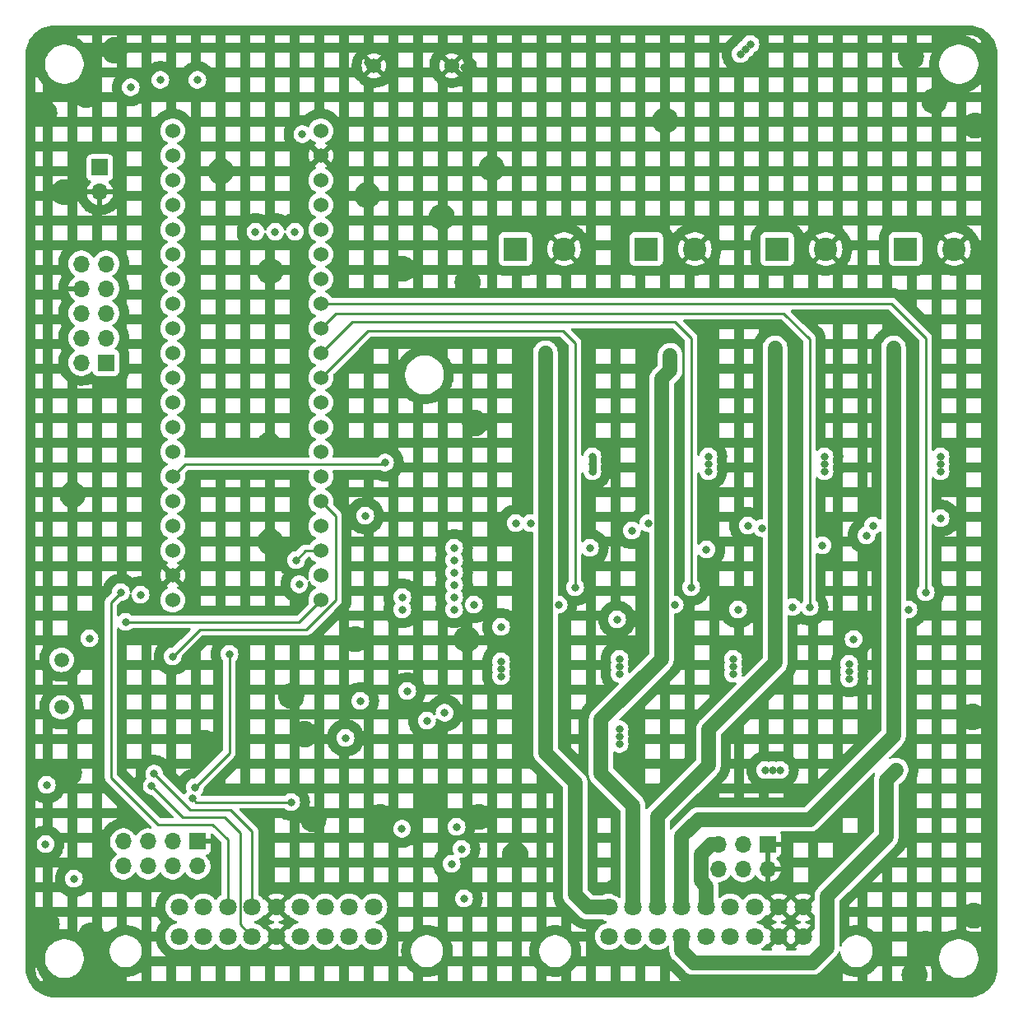
<source format=gbr>
%TF.GenerationSoftware,KiCad,Pcbnew,7.99.0-2367-gcb54bdfa84*%
%TF.CreationDate,2023-12-26T22:21:42+02:00*%
%TF.ProjectId,speeduino_stm32,73706565-6475-4696-9e6f-5f73746d3332,rev?*%
%TF.SameCoordinates,Original*%
%TF.FileFunction,Copper,L2,Inr*%
%TF.FilePolarity,Positive*%
%FSLAX46Y46*%
G04 Gerber Fmt 4.6, Leading zero omitted, Abs format (unit mm)*
G04 Created by KiCad (PCBNEW 7.99.0-2367-gcb54bdfa84) date 2023-12-26 22:21:42*
%MOMM*%
%LPD*%
G01*
G04 APERTURE LIST*
%TA.AperFunction,ComponentPad*%
%ADD10R,1.700000X1.700000*%
%TD*%
%TA.AperFunction,ComponentPad*%
%ADD11O,1.700000X1.700000*%
%TD*%
%TA.AperFunction,ComponentPad*%
%ADD12R,2.400000X2.400000*%
%TD*%
%TA.AperFunction,ComponentPad*%
%ADD13C,2.400000*%
%TD*%
%TA.AperFunction,ComponentPad*%
%ADD14C,1.800000*%
%TD*%
%TA.AperFunction,ComponentPad*%
%ADD15C,1.524000*%
%TD*%
%TA.AperFunction,ComponentPad*%
%ADD16C,1.500000*%
%TD*%
%TA.AperFunction,ViaPad*%
%ADD17C,0.800000*%
%TD*%
%TA.AperFunction,Conductor*%
%ADD18C,0.250000*%
%TD*%
%TA.AperFunction,Conductor*%
%ADD19C,1.500000*%
%TD*%
%TA.AperFunction,Conductor*%
%ADD20C,0.750000*%
%TD*%
%TA.AperFunction,Conductor*%
%ADD21C,2.000000*%
%TD*%
G04 APERTURE END LIST*
D10*
%TO.N,Net-(J5-Pin_1)*%
%TO.C,J5*%
X33274000Y-59690000D03*
D11*
%TO.N,EXP_PB2*%
X30734000Y-59690000D03*
%TO.N,Net-(J5-Pin_3)*%
X33274000Y-57150000D03*
%TO.N,EXP_PB10*%
X30734000Y-57150000D03*
%TO.N,EXP_TR*%
X33274000Y-54610000D03*
%TO.N,EXP_ADC*%
X30734000Y-54610000D03*
%TO.N,EXP_PC15*%
X33274000Y-52070000D03*
%TO.N,GND*%
X30734000Y-52070000D03*
%TO.N,EXP_PC14*%
X33274000Y-49530000D03*
%TO.N,+5V*%
X30734000Y-49530000D03*
%TD*%
D12*
%TO.N,+12V*%
%TO.C,C33*%
X102324041Y-48006000D03*
D13*
%TO.N,GND*%
X107324041Y-48006000D03*
%TD*%
D14*
%TO.N,iat_out*%
%TO.C,J2*%
X60800000Y-115726500D03*
%TO.N,o2_out*%
X58300000Y-115726500D03*
%TO.N,+5V*%
X55800000Y-115726500D03*
%TO.N,cam_out*%
X53300000Y-115726500D03*
%TO.N,GND*%
X50800000Y-115726500D03*
%TO.N,CANH_OUT*%
X48300000Y-115726500D03*
%TO.N,map_out*%
X45800000Y-115726500D03*
%TO.N,EXP7*%
X43300000Y-115726500D03*
%TO.N,EXP6*%
X40800000Y-115726500D03*
%TO.N,clt_out*%
X60800000Y-118726500D03*
%TO.N,tps_out*%
X58300000Y-118726500D03*
%TO.N,+5V*%
X55800000Y-118726500D03*
%TO.N,cas_out*%
X53300000Y-118726500D03*
%TO.N,GND*%
X50800000Y-118726500D03*
%TO.N,CANL_OUT*%
X48300000Y-118726500D03*
%TO.N,EXP3*%
X45800000Y-118726500D03*
%TO.N,EXP4*%
X43300000Y-118726500D03*
%TO.N,EXP5*%
X40800000Y-118726500D03*
%TD*%
%TO.N,GND*%
%TO.C,J3*%
X104996000Y-115726500D03*
X102496000Y-115726500D03*
%TO.N,/+12V_UNPROT*%
X99996000Y-115726500D03*
X97496000Y-115726500D03*
%TO.N,EXP2*%
X94996000Y-115726500D03*
%TO.N,coil1_out*%
X92496000Y-115726500D03*
%TO.N,coil2_out*%
X89996000Y-115726500D03*
%TO.N,coil3_out*%
X87496000Y-115726500D03*
%TO.N,coil4_out*%
X84996000Y-115726500D03*
%TO.N,GND*%
X104996000Y-118726500D03*
X102496000Y-118726500D03*
%TO.N,/+12VA_UNPROT*%
X99996000Y-118726500D03*
X97496000Y-118726500D03*
%TO.N,EXP1*%
X94996000Y-118726500D03*
%TO.N,inj1_out*%
X92496000Y-118726500D03*
%TO.N,inj2_out*%
X89996000Y-118726500D03*
%TO.N,inj3_out*%
X87496000Y-118726500D03*
%TO.N,inj4_out*%
X84996000Y-118726500D03*
%TD*%
D15*
%TO.N,MCP2515_CS*%
%TO.C,U1*%
X55372000Y-84113500D03*
%TO.N,SPI_SCK*%
X55372000Y-81573500D03*
%TO.N,SPI_MISO*%
X55372000Y-79033500D03*
%TO.N,SPI_MOSI*%
X55372000Y-76493500D03*
%TO.N,MCP2515_INT*%
X55372000Y-73953500D03*
%TO.N,TX_MCU*%
X55372000Y-71413500D03*
%TO.N,RX_MCU*%
X55372000Y-68873500D03*
%TO.N,unconnected-(U1-PA11-Pad8)*%
X55372000Y-66333500D03*
%TO.N,unconnected-(U1-PA12-Pad9)*%
X55372000Y-63793500D03*
%TO.N,inj4_mcu*%
X55372000Y-61253500D03*
%TO.N,inj3_mcu*%
X55372000Y-58713500D03*
%TO.N,inj2_mcu*%
X55372000Y-56173500D03*
%TO.N,inj1_mcu*%
X55372000Y-53633500D03*
%TO.N,coil1_mcu*%
X55372000Y-51093500D03*
%TO.N,coil2_mcu*%
X55372000Y-48553500D03*
%TO.N,coil3_mcu*%
X55372000Y-46013500D03*
%TO.N,coil4_mcu*%
X55372000Y-43473500D03*
%TO.N,+5V*%
X55372000Y-40933500D03*
%TO.N,GND*%
X55372000Y-38393500D03*
%TO.N,+3V3*%
X55372000Y-35853500D03*
%TO.N,+5V*%
X40132000Y-84113500D03*
%TO.N,GND*%
X40132000Y-81573500D03*
%TO.N,unconnected-(U1-3V3-Pad23)*%
X40132000Y-79033500D03*
%TO.N,EXP_PB10*%
X40132000Y-76493500D03*
%TO.N,EXP_PB2*%
X40132000Y-73953500D03*
%TO.N,EXP_ADC*%
X40132000Y-71413500D03*
%TO.N,bat_mcu*%
X40132000Y-68873500D03*
%TO.N,o2_mcu*%
X40132000Y-66333500D03*
%TO.N,clt_mcu*%
X40132000Y-63793500D03*
%TO.N,iat_mcu*%
X40132000Y-61253500D03*
%TO.N,map_mcu*%
X40132000Y-58713500D03*
%TO.N,tps_mcu*%
X40132000Y-56173500D03*
%TO.N,cas_mcu*%
X40132000Y-53633500D03*
%TO.N,cam_mcu*%
X40132000Y-51093500D03*
%TO.N,EXP_TR*%
X40132000Y-48553500D03*
%TO.N,unconnected-(U1-NRST-Pad36)*%
X40132000Y-46013500D03*
%TO.N,EXP_PC15*%
X40132000Y-43473500D03*
%TO.N,EXP_PC14*%
X40132000Y-40933500D03*
%TO.N,/#LED*%
X40132000Y-38393500D03*
%TO.N,/VBAT*%
X40132000Y-35853500D03*
%TD*%
D12*
%TO.N,+12V*%
%TO.C,C36*%
X88862041Y-48006000D03*
D13*
%TO.N,GND*%
X93862041Y-48006000D03*
%TD*%
D10*
%TO.N,GND*%
%TO.C,J6*%
X101346000Y-109220000D03*
D11*
X101346000Y-111760000D03*
%TO.N,+12V*%
X98806000Y-109220000D03*
X98806000Y-111760000D03*
%TO.N,EXP2*%
X96266000Y-109220000D03*
%TO.N,EXP1*%
X96266000Y-111760000D03*
%TD*%
D12*
%TO.N,+12VA*%
%TO.C,C37*%
X115532041Y-48006000D03*
D13*
%TO.N,GND*%
X120532041Y-48006000D03*
%TD*%
D10*
%TO.N,GND*%
%TO.C,J4*%
X42662000Y-108961000D03*
D11*
%TO.N,+5V*%
X42662000Y-111501000D03*
%TO.N,EXP4*%
X40122000Y-108961000D03*
%TO.N,EXP8*%
X40122000Y-111501000D03*
%TO.N,EXP5*%
X37582000Y-108961000D03*
%TO.N,EXP7*%
X37582000Y-111501000D03*
%TO.N,EXP3*%
X35042000Y-108961000D03*
%TO.N,EXP6*%
X35042000Y-111501000D03*
%TD*%
D16*
%TO.N,Net-(U2-OSC2)*%
%TO.C,Y1*%
X28702000Y-95160000D03*
%TO.N,Net-(U2-OSC1)*%
X28702000Y-90260000D03*
%TD*%
D10*
%TO.N,Net-(J1-Pin_1)*%
%TO.C,J1*%
X32639000Y-39619000D03*
D11*
%TO.N,GND*%
X32639000Y-42159000D03*
%TD*%
D12*
%TO.N,+5V*%
%TO.C,C1*%
X75400041Y-48006000D03*
D13*
%TO.N,GND*%
X80400041Y-48006000D03*
%TD*%
D15*
%TO.N,GND*%
%TO.C,J7*%
X68836000Y-29142900D03*
X60836000Y-29142900D03*
%TD*%
D17*
%TO.N,GND*%
X85725000Y-114141500D03*
X67818000Y-44704000D03*
X122555000Y-116586000D03*
X122682000Y-35306000D03*
X31750000Y-118618000D03*
X60198000Y-28829000D03*
X70485000Y-51435000D03*
X31242000Y-32131000D03*
X58928000Y-88138000D03*
X71628000Y-106426000D03*
X50165000Y-50292000D03*
X27178000Y-117475000D03*
X90805000Y-34798000D03*
X34163000Y-27559000D03*
X26924000Y-34036000D03*
X29845000Y-73279000D03*
X63754000Y-50038000D03*
X71247000Y-65913000D03*
X116459000Y-122682000D03*
X53721000Y-97917000D03*
X61468000Y-106426000D03*
X50165000Y-78105000D03*
X122428000Y-96139000D03*
X54610000Y-106680000D03*
X29464000Y-101854000D03*
X75372000Y-110302000D03*
X117602000Y-119507000D03*
X66868000Y-104582000D03*
X70358000Y-88138000D03*
X28961000Y-42159000D03*
X118491000Y-32766000D03*
X50038000Y-68199000D03*
X70104000Y-29337000D03*
X116078000Y-28194000D03*
X43434000Y-98806000D03*
X52324000Y-93980000D03*
X45085000Y-40005000D03*
X60163688Y-42452312D03*
X72955000Y-39681000D03*
X32639000Y-122936000D03*
%TO.N,o2_mcu*%
X64262000Y-93472000D03*
%TO.N,tps_mcu*%
X63721000Y-107663000D03*
%TO.N,iat_mcu*%
X68105250Y-95724750D03*
%TO.N,clt_mcu*%
X69342000Y-107442000D03*
%TO.N,bat_mcu*%
X69850000Y-109728000D03*
%TO.N,Net-(Q3-IS)*%
X110181500Y-88138000D03*
X69088000Y-83820000D03*
%TO.N,Net-(Q4-IS)*%
X98298000Y-85090000D03*
X69088000Y-85090000D03*
%TO.N,Net-(Q5-IS)*%
X63754000Y-83820000D03*
X85852000Y-86106000D03*
%TO.N,Net-(Q8-IS)*%
X69088000Y-81280000D03*
X106963500Y-78486000D03*
%TO.N,Net-(Q9-IS)*%
X69088000Y-80010000D03*
X95047227Y-78918500D03*
%TO.N,cas_mcu*%
X42418000Y-103378000D03*
X45974000Y-89662000D03*
%TO.N,cam_mcu*%
X42164000Y-104558500D03*
X52324000Y-104902000D03*
%TO.N,+5V*%
X66294000Y-96520000D03*
X27178000Y-103124000D03*
X59436000Y-94488000D03*
X68834000Y-111252000D03*
X57912000Y-98298000D03*
X59944000Y-75438000D03*
X31574000Y-88060000D03*
X53467000Y-36195000D03*
%TO.N,coil1_out*%
X114300000Y-59690000D03*
X114300000Y-58166000D03*
X114300000Y-58928000D03*
%TO.N,coil2_out*%
X102108000Y-58166000D03*
X102108000Y-58928000D03*
X102108000Y-59690000D03*
%TO.N,coil3_out*%
X91313000Y-58928000D03*
X91313000Y-59690000D03*
X91313000Y-60452000D03*
%TO.N,coil4_out*%
X78486000Y-60452000D03*
X78486000Y-59690000D03*
X78486000Y-58928000D03*
%TO.N,cas_out*%
X29972000Y-112776000D03*
%TO.N,inj1_out*%
X114046000Y-102108000D03*
X113538000Y-102616000D03*
X114554000Y-101600000D03*
%TO.N,inj2_out*%
X102616000Y-101600000D03*
X101092000Y-101600000D03*
X101854000Y-101600000D03*
%TO.N,inj3_out*%
X86106000Y-97409000D03*
X86106000Y-98171000D03*
X86106000Y-98933000D03*
%TO.N,+12V*%
X83312000Y-70866000D03*
X99568000Y-26924000D03*
X86106000Y-90170000D03*
X83312000Y-69342000D03*
X70104000Y-114808000D03*
X86106000Y-90932000D03*
X73914000Y-91186000D03*
X73914000Y-90424000D03*
X95250000Y-70866000D03*
X95250000Y-69342000D03*
X83312000Y-70104000D03*
X86106000Y-91694000D03*
X98552000Y-27940000D03*
X73914000Y-91948000D03*
X99060000Y-27432000D03*
X95250000Y-70104000D03*
%TO.N,CANH_OUT*%
X38227000Y-101981000D03*
%TO.N,+12VA*%
X109728000Y-91440000D03*
X107188000Y-70866000D03*
X97790000Y-90932000D03*
X119126000Y-70866000D03*
X109728000Y-90678000D03*
X97790000Y-91694000D03*
X107188000Y-69342000D03*
X119126000Y-69342000D03*
X119126000Y-70104000D03*
X97790000Y-90170000D03*
X107188000Y-70104000D03*
X109728000Y-92202000D03*
%TO.N,CANL_OUT*%
X37973000Y-103251000D03*
%TO.N,Net-(Q6-IS)*%
X73914000Y-86868000D03*
X63754000Y-85090000D03*
%TO.N,Net-(Q7-IS)*%
X119126000Y-75692000D03*
X69088000Y-82550000D03*
%TO.N,OUTPUT_INH*%
X100758500Y-76708000D03*
X79835500Y-84582000D03*
X76962000Y-76200000D03*
X103886000Y-84836000D03*
X71120000Y-84582000D03*
X91773500Y-84582000D03*
X89074500Y-76200000D03*
X115824000Y-85090000D03*
X112188500Y-76454000D03*
%TO.N,inj1_mcu*%
X117602000Y-83312000D03*
%TO.N,inj2_mcu*%
X105664000Y-84836000D03*
%TO.N,inj3_mcu*%
X93472000Y-82804000D03*
%TO.N,inj4_mcu*%
X81534000Y-82804000D03*
%TO.N,coil1_mcu*%
X111506000Y-77470000D03*
%TO.N,coil2_mcu*%
X99314000Y-76454000D03*
%TO.N,coil3_mcu*%
X87376000Y-76962000D03*
%TO.N,coil4_mcu*%
X75438000Y-76200000D03*
%TO.N,MCP2515_INT*%
X40132000Y-89916000D03*
%TO.N,SPI_SCK*%
X50673000Y-46228000D03*
%TO.N,SPI_MOSI*%
X48641000Y-46228000D03*
X53153799Y-82490799D03*
%TO.N,SPI_MISO*%
X52832000Y-80010000D03*
X52705000Y-46228000D03*
%TO.N,MCP2515_CS*%
X35306000Y-86360000D03*
%TO.N,EXP6*%
X27051000Y-109220000D03*
%TO.N,map_mcu*%
X36830000Y-83566000D03*
%TO.N,EXP_ADC*%
X61976000Y-69977000D03*
%TO.N,Net-(Q10-IS)*%
X83058000Y-78740000D03*
X69088000Y-78740000D03*
%TO.N,map_out*%
X34798000Y-83312000D03*
%TO.N,Net-(Q12-B)*%
X42672000Y-30607000D03*
X38862000Y-30607000D03*
%TO.N,/#LED*%
X35814000Y-31369000D03*
%TD*%
D18*
%TO.N,cas_mcu*%
X45974000Y-89662000D02*
X45974000Y-99822000D01*
X45974000Y-99822000D02*
X42418000Y-103378000D01*
%TO.N,cam_mcu*%
X42507500Y-104902000D02*
X42164000Y-104558500D01*
X52324000Y-104902000D02*
X42507500Y-104902000D01*
D19*
%TO.N,coil1_out*%
X92496000Y-108418000D02*
X94234000Y-106680000D01*
X105664000Y-106680000D02*
X114300000Y-98044000D01*
X114300000Y-98044000D02*
X114300000Y-59690000D01*
X114300000Y-58928000D02*
X114300000Y-58166000D01*
X114300000Y-59690000D02*
X114300000Y-58928000D01*
X94234000Y-106680000D02*
X105664000Y-106680000D01*
X92496000Y-115726500D02*
X92496000Y-108418000D01*
%TO.N,coil2_out*%
X102108000Y-90551000D02*
X102108000Y-59690000D01*
X89996000Y-106346000D02*
X95250000Y-101092000D01*
X95250000Y-101092000D02*
X95250000Y-97409000D01*
X95250000Y-97409000D02*
X102108000Y-90551000D01*
X89996000Y-115726500D02*
X89996000Y-106346000D01*
X102108000Y-58928000D02*
X102108000Y-58166000D01*
X102108000Y-59690000D02*
X102108000Y-58928000D01*
%TO.N,coil3_out*%
X90424000Y-90170000D02*
X90424000Y-61341000D01*
X90424000Y-61341000D02*
X91313000Y-60452000D01*
X84201000Y-101981000D02*
X84201000Y-96393000D01*
X87496000Y-115726500D02*
X87496000Y-105276000D01*
X84201000Y-96393000D02*
X90424000Y-90170000D01*
X87496000Y-105276000D02*
X84201000Y-101981000D01*
X91313000Y-60452000D02*
X91313000Y-58928000D01*
%TO.N,coil4_out*%
X81534000Y-102870000D02*
X78740000Y-100076000D01*
X84996000Y-115726500D02*
X82833500Y-115726500D01*
X78486000Y-58928000D02*
X78486000Y-58674000D01*
X78486000Y-99822000D02*
X78486000Y-60452000D01*
X78486000Y-60452000D02*
X78486000Y-59690000D01*
X81534000Y-114427000D02*
X81534000Y-102870000D01*
X82833500Y-115726500D02*
X81534000Y-114427000D01*
X78486000Y-59690000D02*
X78486000Y-58928000D01*
%TO.N,inj1_out*%
X93726000Y-121412000D02*
X105918000Y-121412000D01*
X113538000Y-102616000D02*
X113538000Y-102616000D01*
X114046000Y-102108000D02*
X114046000Y-102108000D01*
X113538000Y-102616000D02*
X113538000Y-102616000D01*
X114046000Y-102108000D02*
X114046000Y-102108000D01*
X92496000Y-118726500D02*
X92496000Y-120182000D01*
X107442000Y-119888000D02*
X107442000Y-114554000D01*
X105918000Y-121412000D02*
X107442000Y-119888000D01*
X113538000Y-102616000D02*
X114046000Y-102108000D01*
X107442000Y-114554000D02*
X113538000Y-108458000D01*
X113538000Y-108458000D02*
X113538000Y-102616000D01*
X114046000Y-102108000D02*
X114554000Y-101600000D01*
X92496000Y-120182000D02*
X93726000Y-121412000D01*
D20*
%TO.N,+12V*%
X83312000Y-69342000D02*
X83312000Y-70866000D01*
D21*
X88862041Y-48006000D02*
X88824000Y-48044041D01*
D19*
%TO.N,EXP2*%
X94466000Y-110258000D02*
X95504000Y-109220000D01*
X95504000Y-109220000D02*
X96266000Y-109220000D01*
X94996000Y-115726500D02*
X94996000Y-113538000D01*
X94996000Y-113538000D02*
X94466000Y-113008000D01*
X94466000Y-113008000D02*
X94466000Y-110258000D01*
D18*
%TO.N,CANH_OUT*%
X48300000Y-107925802D02*
X48300000Y-115726500D01*
X41910000Y-105664000D02*
X46038198Y-105664000D01*
X46038198Y-105664000D02*
X48300000Y-107925802D01*
X38227000Y-101981000D02*
X41910000Y-105664000D01*
%TO.N,CANL_OUT*%
X41148000Y-106426000D02*
X45466000Y-106426000D01*
X47075000Y-117501500D02*
X48300000Y-118726500D01*
X47075000Y-108035000D02*
X47075000Y-117501500D01*
X45466000Y-106426000D02*
X47075000Y-108035000D01*
X37973000Y-103251000D02*
X41148000Y-106426000D01*
%TO.N,inj1_mcu*%
X117602000Y-83312000D02*
X117602000Y-57150000D01*
X117602000Y-57150000D02*
X114085500Y-53633500D01*
X114085500Y-53633500D02*
X55372000Y-53633500D01*
%TO.N,inj2_mcu*%
X105664000Y-57277000D02*
X102997000Y-54610000D01*
X56935500Y-54610000D02*
X55372000Y-56173500D01*
X102997000Y-54610000D02*
X56935500Y-54610000D01*
X105664000Y-84836000D02*
X105664000Y-57277000D01*
%TO.N,inj3_mcu*%
X91821000Y-55499000D02*
X58586500Y-55499000D01*
X93472000Y-82804000D02*
X93472000Y-57150000D01*
X58586500Y-55499000D02*
X55372000Y-58713500D01*
X93472000Y-57150000D02*
X91821000Y-55499000D01*
%TO.N,inj4_mcu*%
X81534000Y-82804000D02*
X81534000Y-57658000D01*
X81534000Y-57658000D02*
X80264000Y-56388000D01*
X80264000Y-56388000D02*
X60237500Y-56388000D01*
X60237500Y-56388000D02*
X55372000Y-61253500D01*
%TO.N,MCP2515_INT*%
X55372000Y-73953500D02*
X56896000Y-75477500D01*
X53900751Y-87122000D02*
X42926000Y-87122000D01*
X56896000Y-75477500D02*
X56896000Y-84126751D01*
X56896000Y-84126751D02*
X53900751Y-87122000D01*
X42926000Y-87122000D02*
X40132000Y-89916000D01*
%TO.N,SPI_MISO*%
X53808500Y-79033500D02*
X55372000Y-79033500D01*
X52832000Y-80010000D02*
X53808500Y-79033500D01*
%TO.N,MCP2515_CS*%
X35306000Y-86360000D02*
X53125500Y-86360000D01*
X53125500Y-86360000D02*
X55372000Y-84113500D01*
%TO.N,EXP_ADC*%
X61849000Y-70104000D02*
X61976000Y-69977000D01*
X41441500Y-70104000D02*
X61849000Y-70104000D01*
X40132000Y-71413500D02*
X41441500Y-70104000D01*
%TO.N,map_out*%
X38608000Y-107188000D02*
X44196000Y-107188000D01*
X33782000Y-102362000D02*
X38608000Y-107188000D01*
X44196000Y-107188000D02*
X45800000Y-108792000D01*
X34798000Y-83312000D02*
X33782000Y-84328000D01*
X45800000Y-108792000D02*
X45800000Y-115726500D01*
X33782000Y-84328000D02*
X33782000Y-102362000D01*
%TD*%
%TA.AperFunction,Conductor*%
%TO.N,GND*%
G36*
X101971901Y-119029088D02*
G01*
X102068075Y-119154425D01*
X102193412Y-119250599D01*
X102290779Y-119290929D01*
X101694680Y-119887028D01*
X101694681Y-119887029D01*
X101723249Y-119909265D01*
X101723263Y-119909274D01*
X101736960Y-119916687D01*
X101787350Y-119966700D01*
X101802702Y-120036017D01*
X101778141Y-120102630D01*
X101721465Y-120145390D01*
X101676990Y-120153500D01*
X100816058Y-120153500D01*
X100747937Y-120133498D01*
X100701444Y-120079842D01*
X100691340Y-120009568D01*
X100720834Y-119944988D01*
X100756089Y-119916686D01*
X100769017Y-119909690D01*
X100953220Y-119766318D01*
X100978609Y-119738739D01*
X101013529Y-119700805D01*
X101111314Y-119594583D01*
X101140814Y-119549428D01*
X101194816Y-119503341D01*
X101265164Y-119493765D01*
X101329521Y-119523741D01*
X101331421Y-119525934D01*
X101336796Y-119526491D01*
X101931569Y-118931718D01*
X101971901Y-119029088D01*
G37*
%TD.AperFunction*%
%TA.AperFunction,Conductor*%
G36*
X104471901Y-119029088D02*
G01*
X104568075Y-119154425D01*
X104693412Y-119250599D01*
X104790780Y-119290929D01*
X104194681Y-119887029D01*
X104223249Y-119909265D01*
X104223263Y-119909274D01*
X104236960Y-119916687D01*
X104287350Y-119966700D01*
X104302702Y-120036017D01*
X104278141Y-120102630D01*
X104221465Y-120145390D01*
X104176990Y-120153500D01*
X103315010Y-120153500D01*
X103246889Y-120133498D01*
X103200396Y-120079842D01*
X103190292Y-120009568D01*
X103219786Y-119944988D01*
X103255040Y-119916687D01*
X103268735Y-119909275D01*
X103268738Y-119909273D01*
X103297317Y-119887028D01*
X102701219Y-119290930D01*
X102798588Y-119250599D01*
X102923925Y-119154425D01*
X103020099Y-119029089D01*
X103060430Y-118931719D01*
X103655203Y-119526491D01*
X103668468Y-119525115D01*
X103694519Y-119502883D01*
X103764867Y-119493308D01*
X103829225Y-119523285D01*
X103831530Y-119525945D01*
X103836796Y-119526491D01*
X104431569Y-118931718D01*
X104471901Y-119029088D01*
G37*
%TD.AperFunction*%
%TA.AperFunction,Conductor*%
G36*
X50275901Y-116029088D02*
G01*
X50372075Y-116154425D01*
X50497412Y-116250599D01*
X50594779Y-116290929D01*
X49998680Y-116887028D01*
X49998681Y-116887029D01*
X50027249Y-116909265D01*
X50027258Y-116909271D01*
X50232474Y-117020327D01*
X50232477Y-117020329D01*
X50453167Y-117096092D01*
X50453176Y-117096094D01*
X50489873Y-117102218D01*
X50553773Y-117133160D01*
X50590801Y-117193736D01*
X50589200Y-117264714D01*
X50549480Y-117323560D01*
X50489873Y-117350782D01*
X50453176Y-117356905D01*
X50453167Y-117356907D01*
X50232477Y-117432670D01*
X50232474Y-117432672D01*
X50027259Y-117543727D01*
X49998681Y-117565970D01*
X49998680Y-117565970D01*
X50594780Y-118162070D01*
X50497412Y-118202401D01*
X50372075Y-118298575D01*
X50275901Y-118423911D01*
X50235569Y-118521279D01*
X49640796Y-117926506D01*
X49627258Y-117927911D01*
X49601775Y-117949659D01*
X49531427Y-117959234D01*
X49467070Y-117929256D01*
X49444814Y-117903570D01*
X49415314Y-117858416D01*
X49257225Y-117686686D01*
X49257221Y-117686682D01*
X49141338Y-117596487D01*
X49073017Y-117543310D01*
X48867727Y-117432213D01*
X48867724Y-117432212D01*
X48867723Y-117432211D01*
X48646955Y-117356421D01*
X48646948Y-117356419D01*
X48627609Y-117353192D01*
X48613160Y-117350781D01*
X48549263Y-117319840D01*
X48512235Y-117259264D01*
X48513836Y-117188285D01*
X48553556Y-117129440D01*
X48613160Y-117102218D01*
X48646951Y-117096580D01*
X48867727Y-117020787D01*
X49073017Y-116909690D01*
X49257220Y-116766318D01*
X49258273Y-116765175D01*
X49358443Y-116656361D01*
X49415314Y-116594583D01*
X49444814Y-116549428D01*
X49498816Y-116503341D01*
X49569164Y-116493765D01*
X49633521Y-116523741D01*
X49635421Y-116525934D01*
X49640796Y-116526491D01*
X50235569Y-115931718D01*
X50275901Y-116029088D01*
G37*
%TD.AperFunction*%
%TA.AperFunction,Conductor*%
G36*
X51959203Y-116526491D02*
G01*
X51972736Y-116525087D01*
X51998219Y-116503339D01*
X52068567Y-116493762D01*
X52132925Y-116523739D01*
X52155184Y-116549427D01*
X52184685Y-116594583D01*
X52342774Y-116766313D01*
X52342778Y-116766317D01*
X52376299Y-116792407D01*
X52526983Y-116909690D01*
X52732273Y-117020787D01*
X52953049Y-117096580D01*
X52953056Y-117096581D01*
X52953063Y-117096583D01*
X52986837Y-117102219D01*
X53050737Y-117133160D01*
X53087764Y-117193737D01*
X53086163Y-117264715D01*
X53046442Y-117323561D01*
X52986837Y-117350781D01*
X52953063Y-117356416D01*
X52953044Y-117356421D01*
X52732276Y-117432211D01*
X52732273Y-117432213D01*
X52685220Y-117457677D01*
X52526985Y-117543309D01*
X52526983Y-117543310D01*
X52342778Y-117686682D01*
X52342774Y-117686686D01*
X52184686Y-117858415D01*
X52155183Y-117903573D01*
X52101179Y-117949660D01*
X52030831Y-117959235D01*
X51966474Y-117929257D01*
X51964573Y-117927064D01*
X51959202Y-117926507D01*
X51364429Y-118521279D01*
X51324099Y-118423912D01*
X51227925Y-118298575D01*
X51102588Y-118202401D01*
X51005219Y-118162069D01*
X51601318Y-117565970D01*
X51572743Y-117543729D01*
X51572741Y-117543728D01*
X51367525Y-117432672D01*
X51367522Y-117432670D01*
X51146832Y-117356907D01*
X51146823Y-117356905D01*
X51110126Y-117350782D01*
X51046226Y-117319841D01*
X51009199Y-117259265D01*
X51010799Y-117188286D01*
X51050519Y-117129440D01*
X51110126Y-117102218D01*
X51146823Y-117096094D01*
X51146832Y-117096092D01*
X51367522Y-117020329D01*
X51367525Y-117020327D01*
X51572738Y-116909272D01*
X51601317Y-116887028D01*
X51005219Y-116290930D01*
X51102588Y-116250599D01*
X51227925Y-116154425D01*
X51324099Y-116029089D01*
X51364430Y-115931719D01*
X51959203Y-116526491D01*
G37*
%TD.AperFunction*%
%TA.AperFunction,Conductor*%
G36*
X101971901Y-116029088D02*
G01*
X102068075Y-116154425D01*
X102193412Y-116250599D01*
X102290779Y-116290929D01*
X101694680Y-116887028D01*
X101694681Y-116887029D01*
X101723249Y-116909265D01*
X101723258Y-116909271D01*
X101928474Y-117020327D01*
X101928477Y-117020329D01*
X102149167Y-117096092D01*
X102149176Y-117096094D01*
X102185873Y-117102218D01*
X102249773Y-117133160D01*
X102286801Y-117193736D01*
X102285200Y-117264714D01*
X102245480Y-117323560D01*
X102185873Y-117350782D01*
X102149176Y-117356905D01*
X102149167Y-117356907D01*
X101928477Y-117432670D01*
X101928474Y-117432672D01*
X101723259Y-117543727D01*
X101694681Y-117565970D01*
X101694680Y-117565970D01*
X102290780Y-118162070D01*
X102193412Y-118202401D01*
X102068075Y-118298575D01*
X101971901Y-118423911D01*
X101931569Y-118521279D01*
X101336796Y-117926506D01*
X101323258Y-117927911D01*
X101297775Y-117949659D01*
X101227427Y-117959234D01*
X101163070Y-117929256D01*
X101140814Y-117903570D01*
X101111314Y-117858416D01*
X100953225Y-117686686D01*
X100953221Y-117686682D01*
X100837338Y-117596487D01*
X100769017Y-117543310D01*
X100563727Y-117432213D01*
X100563724Y-117432212D01*
X100563723Y-117432211D01*
X100342955Y-117356421D01*
X100342948Y-117356419D01*
X100323609Y-117353192D01*
X100309160Y-117350781D01*
X100245263Y-117319840D01*
X100208235Y-117259264D01*
X100209836Y-117188285D01*
X100249556Y-117129440D01*
X100309160Y-117102218D01*
X100342951Y-117096580D01*
X100563727Y-117020787D01*
X100769017Y-116909690D01*
X100953220Y-116766318D01*
X100954273Y-116765175D01*
X101054443Y-116656361D01*
X101111314Y-116594583D01*
X101140814Y-116549428D01*
X101194816Y-116503341D01*
X101265164Y-116493765D01*
X101329521Y-116523741D01*
X101331421Y-116525934D01*
X101336796Y-116526491D01*
X101931569Y-115931718D01*
X101971901Y-116029088D01*
G37*
%TD.AperFunction*%
%TA.AperFunction,Conductor*%
G36*
X104471901Y-116029088D02*
G01*
X104568075Y-116154425D01*
X104693412Y-116250599D01*
X104790779Y-116290929D01*
X104194680Y-116887028D01*
X104194681Y-116887029D01*
X104223249Y-116909265D01*
X104223258Y-116909271D01*
X104428474Y-117020327D01*
X104428477Y-117020329D01*
X104649167Y-117096092D01*
X104649176Y-117096094D01*
X104685873Y-117102218D01*
X104749773Y-117133160D01*
X104786801Y-117193736D01*
X104785200Y-117264714D01*
X104745480Y-117323560D01*
X104685873Y-117350782D01*
X104649176Y-117356905D01*
X104649167Y-117356907D01*
X104428477Y-117432670D01*
X104428474Y-117432672D01*
X104223259Y-117543727D01*
X104194681Y-117565970D01*
X104194680Y-117565970D01*
X104790780Y-118162070D01*
X104693412Y-118202401D01*
X104568075Y-118298575D01*
X104471901Y-118423911D01*
X104431569Y-118521279D01*
X103836796Y-117926506D01*
X103823529Y-117927882D01*
X103797479Y-117950116D01*
X103727131Y-117959691D01*
X103662773Y-117929714D01*
X103660467Y-117927053D01*
X103655202Y-117926507D01*
X103060429Y-118521279D01*
X103020099Y-118423912D01*
X102923925Y-118298575D01*
X102798588Y-118202401D01*
X102701219Y-118162069D01*
X103297318Y-117565970D01*
X103268743Y-117543729D01*
X103268741Y-117543728D01*
X103063525Y-117432672D01*
X103063522Y-117432670D01*
X102842832Y-117356907D01*
X102842823Y-117356905D01*
X102806126Y-117350782D01*
X102742226Y-117319841D01*
X102705199Y-117259265D01*
X102706799Y-117188286D01*
X102746519Y-117129440D01*
X102806126Y-117102218D01*
X102842823Y-117096094D01*
X102842832Y-117096092D01*
X103063522Y-117020329D01*
X103063525Y-117020327D01*
X103268738Y-116909272D01*
X103297317Y-116887028D01*
X102701219Y-116290930D01*
X102798588Y-116250599D01*
X102923925Y-116154425D01*
X103020099Y-116029089D01*
X103060430Y-115931719D01*
X103655203Y-116526491D01*
X103668468Y-116525115D01*
X103694519Y-116502883D01*
X103764867Y-116493308D01*
X103829225Y-116523285D01*
X103831530Y-116525945D01*
X103836796Y-116526491D01*
X104431569Y-115931718D01*
X104471901Y-116029088D01*
G37*
%TD.AperFunction*%
%TA.AperFunction,Conductor*%
G36*
X106146595Y-116517884D02*
G01*
X106180620Y-116580197D01*
X106183500Y-116606980D01*
X106183500Y-117846019D01*
X106163498Y-117914140D01*
X106146595Y-117935114D01*
X105560429Y-118521279D01*
X105520099Y-118423912D01*
X105423925Y-118298575D01*
X105298588Y-118202401D01*
X105201219Y-118162069D01*
X105797318Y-117565970D01*
X105768743Y-117543729D01*
X105768741Y-117543728D01*
X105563525Y-117432672D01*
X105563522Y-117432670D01*
X105342832Y-117356907D01*
X105342823Y-117356905D01*
X105306126Y-117350782D01*
X105242226Y-117319841D01*
X105205199Y-117259265D01*
X105206799Y-117188286D01*
X105246519Y-117129440D01*
X105306126Y-117102218D01*
X105342823Y-117096094D01*
X105342832Y-117096092D01*
X105563522Y-117020329D01*
X105563525Y-117020327D01*
X105768738Y-116909272D01*
X105797317Y-116887028D01*
X105201219Y-116290930D01*
X105298588Y-116250599D01*
X105423925Y-116154425D01*
X105520099Y-116029089D01*
X105560430Y-115931719D01*
X106146595Y-116517884D01*
G37*
%TD.AperFunction*%
%TA.AperFunction,Conductor*%
G36*
X112327464Y-101900489D02*
G01*
X112384300Y-101943036D01*
X112409111Y-102009556D01*
X112401397Y-102062820D01*
X112398033Y-102071783D01*
X112389661Y-102089681D01*
X112387531Y-102093435D01*
X112364818Y-102158341D01*
X112363284Y-102162293D01*
X112336259Y-102225521D01*
X112336256Y-102225533D01*
X112330879Y-102249087D01*
X112328441Y-102257205D01*
X112319949Y-102279839D01*
X112319947Y-102279846D01*
X112319178Y-102284083D01*
X112314140Y-102303175D01*
X112312712Y-102307256D01*
X112312711Y-102307260D01*
X112301953Y-102375182D01*
X112301149Y-102379344D01*
X112287020Y-102441255D01*
X112285849Y-102446385D01*
X112285072Y-102463698D01*
X112284765Y-102470525D01*
X112283815Y-102478950D01*
X112282961Y-102483663D01*
X112279500Y-102502731D01*
X112279500Y-102507034D01*
X112277949Y-102526743D01*
X112277275Y-102530995D01*
X112277274Y-102531004D01*
X112278817Y-102599749D01*
X112278769Y-102603988D01*
X112275684Y-102672687D01*
X112275685Y-102672689D01*
X112278929Y-102696642D01*
X112279500Y-102705107D01*
X112279500Y-107884521D01*
X112259498Y-107952642D01*
X112242595Y-107973616D01*
X106604585Y-113611626D01*
X106599314Y-113616337D01*
X106568779Y-113640687D01*
X106523540Y-113692468D01*
X106520649Y-113695561D01*
X106512141Y-113704069D01*
X106484959Y-113736629D01*
X106419736Y-113811282D01*
X106419734Y-113811285D01*
X106417526Y-113814981D01*
X106406098Y-113831087D01*
X106403330Y-113834405D01*
X106403329Y-113834406D01*
X106354396Y-113920642D01*
X106303551Y-114005742D01*
X106303546Y-114005752D01*
X106302029Y-114009794D01*
X106293665Y-114027671D01*
X106291536Y-114031424D01*
X106291532Y-114031432D01*
X106258789Y-114125007D01*
X106223950Y-114217832D01*
X106223948Y-114217841D01*
X106223179Y-114222080D01*
X106218138Y-114241180D01*
X106216714Y-114245248D01*
X106216712Y-114245256D01*
X106201201Y-114343182D01*
X106183500Y-114440729D01*
X106183500Y-114445034D01*
X106181949Y-114464743D01*
X106181275Y-114468995D01*
X106181275Y-114469002D01*
X106183500Y-114568136D01*
X106183500Y-114846019D01*
X106163498Y-114914140D01*
X106146595Y-114935114D01*
X105560429Y-115521279D01*
X105520099Y-115423912D01*
X105423925Y-115298575D01*
X105298588Y-115202401D01*
X105201219Y-115162069D01*
X105797318Y-114565970D01*
X105768743Y-114543729D01*
X105768741Y-114543728D01*
X105563525Y-114432672D01*
X105563522Y-114432670D01*
X105342832Y-114356907D01*
X105342823Y-114356905D01*
X105112666Y-114318500D01*
X104879334Y-114318500D01*
X104649176Y-114356905D01*
X104649167Y-114356907D01*
X104428477Y-114432670D01*
X104428474Y-114432672D01*
X104223259Y-114543727D01*
X104194681Y-114565970D01*
X104194680Y-114565970D01*
X104790780Y-115162070D01*
X104693412Y-115202401D01*
X104568075Y-115298575D01*
X104471901Y-115423911D01*
X104431569Y-115521279D01*
X103836796Y-114926506D01*
X103823529Y-114927882D01*
X103797479Y-114950116D01*
X103727131Y-114959691D01*
X103662773Y-114929714D01*
X103660467Y-114927053D01*
X103655202Y-114926507D01*
X103060429Y-115521279D01*
X103020099Y-115423912D01*
X102923925Y-115298575D01*
X102798588Y-115202401D01*
X102701219Y-115162069D01*
X103297318Y-114565970D01*
X103268743Y-114543729D01*
X103268741Y-114543728D01*
X103063525Y-114432672D01*
X103063522Y-114432670D01*
X102842832Y-114356907D01*
X102842823Y-114356905D01*
X102612666Y-114318500D01*
X102379334Y-114318500D01*
X102149176Y-114356905D01*
X102149167Y-114356907D01*
X101928477Y-114432670D01*
X101928474Y-114432672D01*
X101723259Y-114543727D01*
X101694681Y-114565970D01*
X101694680Y-114565970D01*
X102290780Y-115162070D01*
X102193412Y-115202401D01*
X102068075Y-115298575D01*
X101971901Y-115423911D01*
X101931569Y-115521279D01*
X101336796Y-114926506D01*
X101323258Y-114927911D01*
X101297775Y-114949659D01*
X101227427Y-114959234D01*
X101163070Y-114929256D01*
X101140814Y-114903570D01*
X101111314Y-114858416D01*
X100953225Y-114686686D01*
X100953221Y-114686682D01*
X100857006Y-114611795D01*
X100769017Y-114543310D01*
X100563727Y-114432213D01*
X100563724Y-114432212D01*
X100563723Y-114432211D01*
X100342955Y-114356421D01*
X100342948Y-114356419D01*
X100244411Y-114339976D01*
X100112712Y-114318000D01*
X99879288Y-114318000D01*
X99764066Y-114337227D01*
X99649051Y-114356419D01*
X99649044Y-114356421D01*
X99428276Y-114432211D01*
X99428273Y-114432213D01*
X99222991Y-114543306D01*
X99222985Y-114543309D01*
X99222983Y-114543310D01*
X99038778Y-114686682D01*
X99038774Y-114686686D01*
X98880685Y-114858416D01*
X98851483Y-114903115D01*
X98797480Y-114949204D01*
X98727132Y-114958779D01*
X98662774Y-114928802D01*
X98640517Y-114903115D01*
X98611314Y-114858416D01*
X98453225Y-114686686D01*
X98453221Y-114686682D01*
X98357006Y-114611795D01*
X98269017Y-114543310D01*
X98063727Y-114432213D01*
X98063724Y-114432212D01*
X98063723Y-114432211D01*
X97842955Y-114356421D01*
X97842948Y-114356419D01*
X97744411Y-114339976D01*
X97612712Y-114318000D01*
X97379288Y-114318000D01*
X97264066Y-114337227D01*
X97149051Y-114356419D01*
X97149044Y-114356421D01*
X96928276Y-114432211D01*
X96928273Y-114432213D01*
X96722991Y-114543306D01*
X96722985Y-114543309D01*
X96722983Y-114543310D01*
X96538778Y-114686682D01*
X96538773Y-114686687D01*
X96473200Y-114757918D01*
X96412347Y-114794489D01*
X96341383Y-114792354D01*
X96282838Y-114752192D01*
X96255300Y-114686754D01*
X96254500Y-114672580D01*
X96254500Y-113612220D01*
X96254896Y-113605161D01*
X96259269Y-113566352D01*
X96256607Y-113526877D01*
X96254643Y-113497729D01*
X96254500Y-113493491D01*
X96254500Y-113481484D01*
X96254500Y-113481478D01*
X96250699Y-113439245D01*
X96244030Y-113340332D01*
X96244029Y-113340328D01*
X96244029Y-113340326D01*
X96242980Y-113336162D01*
X96239667Y-113316664D01*
X96239281Y-113312379D01*
X96229799Y-113278022D01*
X96230957Y-113207035D01*
X96270309Y-113147943D01*
X96335362Y-113119507D01*
X96351258Y-113118500D01*
X96378565Y-113118500D01*
X96378569Y-113118500D01*
X96600635Y-113081444D01*
X96813574Y-113008342D01*
X97011576Y-112901189D01*
X97189240Y-112762906D01*
X97341722Y-112597268D01*
X97430518Y-112461354D01*
X97484520Y-112415268D01*
X97554868Y-112405692D01*
X97619225Y-112435669D01*
X97641480Y-112461353D01*
X97669282Y-112503906D01*
X97730275Y-112597265D01*
X97730279Y-112597270D01*
X97882762Y-112762908D01*
X97899583Y-112776000D01*
X98060424Y-112901189D01*
X98258426Y-113008342D01*
X98258427Y-113008342D01*
X98258428Y-113008343D01*
X98370227Y-113046723D01*
X98471365Y-113081444D01*
X98693431Y-113118500D01*
X98693435Y-113118500D01*
X98918565Y-113118500D01*
X98918569Y-113118500D01*
X99140635Y-113081444D01*
X99353574Y-113008342D01*
X99551576Y-112901189D01*
X99729240Y-112762906D01*
X99881722Y-112597268D01*
X99970816Y-112460898D01*
X100024819Y-112414810D01*
X100095167Y-112405235D01*
X100159524Y-112435212D01*
X100181782Y-112460898D01*
X100270674Y-112596958D01*
X100423097Y-112762534D01*
X100600698Y-112900767D01*
X100600699Y-112900768D01*
X100798628Y-113007882D01*
X100798630Y-113007883D01*
X101011483Y-113080955D01*
X101011492Y-113080957D01*
X101092000Y-113094391D01*
X101092000Y-112193674D01*
X101203685Y-112244680D01*
X101310237Y-112260000D01*
X101381763Y-112260000D01*
X101488315Y-112244680D01*
X101600000Y-112193674D01*
X101600000Y-113094390D01*
X101680507Y-113080957D01*
X101680516Y-113080955D01*
X101893369Y-113007883D01*
X101893371Y-113007882D01*
X102091300Y-112900768D01*
X102091301Y-112900767D01*
X102268902Y-112762534D01*
X102421325Y-112596958D01*
X102544419Y-112408548D01*
X102634820Y-112202456D01*
X102634823Y-112202449D01*
X102682544Y-112014000D01*
X101777116Y-112014000D01*
X101805493Y-111969844D01*
X101846000Y-111831889D01*
X101846000Y-111688111D01*
X101823652Y-111612000D01*
X103992000Y-111612000D01*
X103992000Y-113138000D01*
X105518000Y-113138000D01*
X105518000Y-111612000D01*
X103992000Y-111612000D01*
X101823652Y-111612000D01*
X101805493Y-111550156D01*
X101777116Y-111506000D01*
X102682544Y-111506000D01*
X102682544Y-111505999D01*
X102634823Y-111317550D01*
X102634820Y-111317543D01*
X102544419Y-111111451D01*
X102421325Y-110923041D01*
X102277652Y-110766969D01*
X102246232Y-110703304D01*
X102254219Y-110632758D01*
X102299079Y-110577729D01*
X102326322Y-110563576D01*
X102441965Y-110520444D01*
X102558904Y-110432904D01*
X102646444Y-110315965D01*
X102646444Y-110315964D01*
X102697494Y-110179093D01*
X102703999Y-110118597D01*
X102704000Y-110118585D01*
X102704000Y-109474000D01*
X101777116Y-109474000D01*
X101805493Y-109429844D01*
X101846000Y-109291889D01*
X101846000Y-109148111D01*
X101823652Y-109072000D01*
X103992000Y-109072000D01*
X103992000Y-110598000D01*
X105518000Y-110598000D01*
X105518000Y-109072000D01*
X106532000Y-109072000D01*
X106532000Y-110598000D01*
X108058000Y-110598000D01*
X108058000Y-109072000D01*
X106532000Y-109072000D01*
X105518000Y-109072000D01*
X103992000Y-109072000D01*
X101823652Y-109072000D01*
X101805493Y-109010156D01*
X101777116Y-108966000D01*
X102704000Y-108966000D01*
X102704000Y-108321414D01*
X102703999Y-108321402D01*
X102697494Y-108260906D01*
X102643296Y-108115594D01*
X102644767Y-108115045D01*
X102631817Y-108055509D01*
X102656629Y-107988989D01*
X102713465Y-107946444D01*
X102757496Y-107938500D01*
X105589779Y-107938500D01*
X105596836Y-107938895D01*
X105635648Y-107943269D01*
X105677831Y-107940424D01*
X105704269Y-107938643D01*
X105708507Y-107938500D01*
X105720516Y-107938500D01*
X105720522Y-107938500D01*
X105762754Y-107934699D01*
X105861668Y-107928030D01*
X105865834Y-107926980D01*
X105885329Y-107923667D01*
X105889622Y-107923281D01*
X105985194Y-107896904D01*
X106081337Y-107872679D01*
X106085248Y-107870902D01*
X106103850Y-107864157D01*
X106107993Y-107863014D01*
X106197311Y-107820000D01*
X106287590Y-107778994D01*
X106291107Y-107776557D01*
X106308225Y-107766586D01*
X106312093Y-107764725D01*
X106392306Y-107706445D01*
X106473802Y-107649986D01*
X106476843Y-107646943D01*
X106491878Y-107634102D01*
X106495363Y-107631571D01*
X106538624Y-107586323D01*
X106563880Y-107559908D01*
X107591788Y-106532000D01*
X109072000Y-106532000D01*
X109072000Y-108058000D01*
X110598000Y-108058000D01*
X110598000Y-106532000D01*
X109072000Y-106532000D01*
X107591788Y-106532000D01*
X112194337Y-101929450D01*
X112256649Y-101895424D01*
X112327464Y-101900489D01*
G37*
%TD.AperFunction*%
%TA.AperFunction,Conductor*%
G36*
X101600000Y-111326325D02*
G01*
X101488315Y-111275320D01*
X101381763Y-111260000D01*
X101310237Y-111260000D01*
X101203685Y-111275320D01*
X101092000Y-111326325D01*
X101092000Y-109653674D01*
X101203685Y-109704680D01*
X101310237Y-109720000D01*
X101381763Y-109720000D01*
X101488315Y-109704680D01*
X101600000Y-109653674D01*
X101600000Y-111326325D01*
G37*
%TD.AperFunction*%
%TA.AperFunction,Conductor*%
G36*
X122001761Y-25000099D02*
G01*
X122075478Y-25004238D01*
X122332362Y-25018664D01*
X122339382Y-25019456D01*
X122411318Y-25031678D01*
X122664082Y-25074624D01*
X122670964Y-25076196D01*
X122987435Y-25167370D01*
X122994104Y-25169703D01*
X123146244Y-25232721D01*
X123298379Y-25295738D01*
X123304749Y-25298806D01*
X123439927Y-25373515D01*
X123593011Y-25458122D01*
X123598971Y-25461867D01*
X123867588Y-25652462D01*
X123873105Y-25656862D01*
X124118679Y-25876321D01*
X124123678Y-25881320D01*
X124343137Y-26126894D01*
X124347539Y-26132413D01*
X124538129Y-26401024D01*
X124541884Y-26406999D01*
X124701193Y-26695250D01*
X124704261Y-26701620D01*
X124830294Y-27005890D01*
X124832629Y-27012564D01*
X124923803Y-27329035D01*
X124925377Y-27335928D01*
X124980543Y-27660617D01*
X124981335Y-27667642D01*
X124999901Y-27998238D01*
X125000000Y-28001772D01*
X125000000Y-121998227D01*
X124999901Y-122001761D01*
X124981335Y-122332357D01*
X124980543Y-122339382D01*
X124925377Y-122664071D01*
X124923803Y-122670964D01*
X124832629Y-122987435D01*
X124830294Y-122994109D01*
X124704261Y-123298379D01*
X124701193Y-123304749D01*
X124541884Y-123593000D01*
X124538122Y-123598987D01*
X124347546Y-123867577D01*
X124343137Y-123873105D01*
X124123678Y-124118679D01*
X124118679Y-124123678D01*
X123873105Y-124343137D01*
X123867577Y-124347546D01*
X123598987Y-124538122D01*
X123593000Y-124541884D01*
X123304749Y-124701193D01*
X123298379Y-124704261D01*
X122994109Y-124830294D01*
X122987435Y-124832629D01*
X122670964Y-124923803D01*
X122664071Y-124925377D01*
X122339382Y-124980543D01*
X122332357Y-124981335D01*
X122001762Y-124999901D01*
X121998228Y-125000000D01*
X28001772Y-125000000D01*
X27998238Y-124999901D01*
X27667642Y-124981335D01*
X27660617Y-124980543D01*
X27335928Y-124925377D01*
X27329035Y-124923803D01*
X27012564Y-124832629D01*
X27005890Y-124830294D01*
X26701620Y-124704261D01*
X26695250Y-124701193D01*
X26484098Y-124584495D01*
X26406993Y-124541880D01*
X26401024Y-124538129D01*
X26132413Y-124347539D01*
X26126894Y-124343137D01*
X25881320Y-124123678D01*
X25876321Y-124118679D01*
X25656862Y-123873105D01*
X25652462Y-123867588D01*
X25461867Y-123598971D01*
X25458122Y-123593011D01*
X25373515Y-123439927D01*
X25298806Y-123304749D01*
X25295738Y-123298379D01*
X25174395Y-123005431D01*
X25169703Y-122994104D01*
X25167370Y-122987435D01*
X25076196Y-122670964D01*
X25074624Y-122664082D01*
X25023565Y-122363567D01*
X25019456Y-122339382D01*
X25018664Y-122332356D01*
X25018316Y-122326164D01*
X25004064Y-122072368D01*
X25000099Y-122001760D01*
X25000000Y-121998227D01*
X25000000Y-121772000D01*
X26014000Y-121772000D01*
X26014000Y-121971547D01*
X26028074Y-122222176D01*
X26065349Y-122441566D01*
X26126957Y-122655411D01*
X26212116Y-122861004D01*
X26319752Y-123055756D01*
X26448535Y-123237258D01*
X26502817Y-123298000D01*
X26778000Y-123298000D01*
X35412000Y-123298000D01*
X36938000Y-123298000D01*
X36938000Y-122326164D01*
X36741353Y-122469037D01*
X36712347Y-122488418D01*
X36674167Y-122511814D01*
X36643746Y-122528849D01*
X36372799Y-122666904D01*
X36341118Y-122681510D01*
X36299747Y-122698644D01*
X36267037Y-122710712D01*
X35977822Y-122804684D01*
X35944234Y-122814156D01*
X35900692Y-122824607D01*
X35866508Y-122831406D01*
X35566175Y-122878975D01*
X35531549Y-122883073D01*
X35486911Y-122886587D01*
X35452053Y-122887957D01*
X35412000Y-122887957D01*
X35412000Y-123298000D01*
X26778000Y-123298000D01*
X26778000Y-123034289D01*
X26617229Y-122848749D01*
X26597363Y-122824100D01*
X26572967Y-122791517D01*
X26554858Y-122765438D01*
X26378364Y-122490807D01*
X26362182Y-122463533D01*
X26342675Y-122427809D01*
X26328487Y-122399465D01*
X26192882Y-122102531D01*
X26180744Y-122073224D01*
X26166521Y-122035087D01*
X26156514Y-122005020D01*
X26088092Y-121772000D01*
X26014000Y-121772000D01*
X25000000Y-121772000D01*
X25000000Y-121142861D01*
X27002548Y-121142861D01*
X27043210Y-121425674D01*
X27043211Y-121425678D01*
X27123707Y-121699822D01*
X27242400Y-121959723D01*
X27396869Y-122200081D01*
X27396872Y-122200084D01*
X27396873Y-122200086D01*
X27583980Y-122416020D01*
X27799914Y-122603127D01*
X27799916Y-122603128D01*
X27799918Y-122603130D01*
X28040276Y-122757599D01*
X28040278Y-122757600D01*
X28300179Y-122876293D01*
X28574326Y-122956790D01*
X28857139Y-122997452D01*
X29142857Y-122997452D01*
X29142861Y-122997452D01*
X29425674Y-122956790D01*
X29699821Y-122876293D01*
X29959722Y-122757600D01*
X30200086Y-122603127D01*
X30416020Y-122416020D01*
X30603127Y-122200086D01*
X30757600Y-121959722D01*
X30876293Y-121699821D01*
X30956790Y-121425674D01*
X30997452Y-121142861D01*
X31000000Y-121000000D01*
X30997452Y-120857139D01*
X30956790Y-120574326D01*
X30892730Y-120356158D01*
X33652543Y-120356158D01*
X33693109Y-120612280D01*
X33693110Y-120612285D01*
X33772670Y-120857144D01*
X33773242Y-120858904D01*
X33890969Y-121089956D01*
X34043390Y-121299746D01*
X34043392Y-121299748D01*
X34043394Y-121299751D01*
X34226748Y-121483105D01*
X34226751Y-121483107D01*
X34226754Y-121483110D01*
X34436544Y-121635531D01*
X34667596Y-121753258D01*
X34914220Y-121833391D01*
X35170342Y-121873957D01*
X35429655Y-121873957D01*
X35429658Y-121873957D01*
X35685780Y-121833391D01*
X35874722Y-121772000D01*
X37952000Y-121772000D01*
X37952000Y-123298000D01*
X39478000Y-123298000D01*
X39478000Y-121772000D01*
X40492000Y-121772000D01*
X40492000Y-123298000D01*
X42018000Y-123298000D01*
X42018000Y-121772000D01*
X43032000Y-121772000D01*
X43032000Y-123298000D01*
X44558000Y-123298000D01*
X44558000Y-121772000D01*
X45572000Y-121772000D01*
X45572000Y-123298000D01*
X47098000Y-123298000D01*
X47098000Y-121772000D01*
X48112000Y-121772000D01*
X48112000Y-123298000D01*
X49638000Y-123298000D01*
X49638000Y-121772000D01*
X50652000Y-121772000D01*
X50652000Y-123298000D01*
X52178000Y-123298000D01*
X52178000Y-121772000D01*
X53192000Y-121772000D01*
X53192000Y-123298000D01*
X54718000Y-123298000D01*
X54718000Y-121772000D01*
X55732000Y-121772000D01*
X55732000Y-123298000D01*
X57258000Y-123298000D01*
X57258000Y-121772000D01*
X58272000Y-121772000D01*
X58272000Y-123298000D01*
X59798000Y-123298000D01*
X59798000Y-121772000D01*
X60812000Y-121772000D01*
X60812000Y-123298000D01*
X62338000Y-123298000D01*
X62338000Y-121772000D01*
X63352000Y-121772000D01*
X63352000Y-123298000D01*
X64878000Y-123298000D01*
X65892000Y-123298000D01*
X67418000Y-123298000D01*
X68432000Y-123298000D01*
X69958000Y-123298000D01*
X69958000Y-121772000D01*
X70972000Y-121772000D01*
X70972000Y-123298000D01*
X72498000Y-123298000D01*
X72498000Y-121772000D01*
X73512000Y-121772000D01*
X73512000Y-123298000D01*
X75038000Y-123298000D01*
X75038000Y-121772000D01*
X76052000Y-121772000D01*
X76052000Y-123298000D01*
X77578000Y-123298000D01*
X77578000Y-122731194D01*
X78592000Y-122731194D01*
X78592000Y-123298000D01*
X80118000Y-123298000D01*
X81132000Y-123298000D01*
X82658000Y-123298000D01*
X82658000Y-121772000D01*
X83672000Y-121772000D01*
X83672000Y-123298000D01*
X85198000Y-123298000D01*
X85198000Y-121772000D01*
X86212000Y-121772000D01*
X86212000Y-123298000D01*
X87738000Y-123298000D01*
X87738000Y-121772000D01*
X88752000Y-121772000D01*
X88752000Y-123298000D01*
X90278000Y-123298000D01*
X90278000Y-122191799D01*
X91292000Y-122191799D01*
X91292000Y-123298000D01*
X92448900Y-123298000D01*
X92448827Y-123297952D01*
X92407928Y-123269617D01*
X92407379Y-123269199D01*
X92406833Y-123268821D01*
X92367720Y-123240405D01*
X92365471Y-123238692D01*
X92336514Y-123215601D01*
X92334342Y-123213788D01*
X92250044Y-123140139D01*
X92216391Y-123112043D01*
X92201348Y-123098900D01*
X92182464Y-123081635D01*
X92175910Y-123075368D01*
X92127330Y-123032924D01*
X92125244Y-123031018D01*
X92098481Y-123005431D01*
X92096482Y-123003431D01*
X92063072Y-122968489D01*
X92061165Y-122966402D01*
X92036803Y-122938518D01*
X92034991Y-122936348D01*
X92028855Y-122928654D01*
X91292000Y-122191799D01*
X90278000Y-122191799D01*
X90278000Y-121772000D01*
X88752000Y-121772000D01*
X87738000Y-121772000D01*
X86212000Y-121772000D01*
X85198000Y-121772000D01*
X83672000Y-121772000D01*
X82658000Y-121772000D01*
X81662870Y-121772000D01*
X81559797Y-121913868D01*
X81538213Y-121941247D01*
X81509134Y-121975297D01*
X81485452Y-122000917D01*
X81270417Y-122215952D01*
X81244797Y-122239634D01*
X81210747Y-122268713D01*
X81183368Y-122290297D01*
X81132000Y-122327617D01*
X81132000Y-123298000D01*
X80118000Y-123298000D01*
X80118000Y-122819492D01*
X80096692Y-122824607D01*
X80062508Y-122831406D01*
X79762175Y-122878975D01*
X79727549Y-122883073D01*
X79682911Y-122886587D01*
X79648053Y-122887957D01*
X79343947Y-122887957D01*
X79309089Y-122886587D01*
X79264451Y-122883073D01*
X79229825Y-122878975D01*
X78929492Y-122831406D01*
X78895308Y-122824607D01*
X78851766Y-122814156D01*
X78818178Y-122804684D01*
X78592000Y-122731194D01*
X77578000Y-122731194D01*
X77578000Y-122072368D01*
X77506548Y-122000917D01*
X77482866Y-121975297D01*
X77453787Y-121941247D01*
X77432203Y-121913868D01*
X77329130Y-121772000D01*
X76052000Y-121772000D01*
X75038000Y-121772000D01*
X73512000Y-121772000D01*
X72498000Y-121772000D01*
X70972000Y-121772000D01*
X69958000Y-121772000D01*
X68466870Y-121772000D01*
X68432000Y-121819994D01*
X68432000Y-123298000D01*
X67418000Y-123298000D01*
X67418000Y-122643872D01*
X67372799Y-122666904D01*
X67341118Y-122681510D01*
X67299747Y-122698644D01*
X67267037Y-122710712D01*
X66977822Y-122804684D01*
X66944234Y-122814156D01*
X66900692Y-122824607D01*
X66866508Y-122831406D01*
X66566175Y-122878975D01*
X66531549Y-122883073D01*
X66486911Y-122886587D01*
X66452053Y-122887957D01*
X66147947Y-122887957D01*
X66113089Y-122886587D01*
X66068451Y-122883073D01*
X66033825Y-122878975D01*
X65892000Y-122856511D01*
X65892000Y-123298000D01*
X64878000Y-123298000D01*
X64878000Y-122481968D01*
X64858647Y-122469037D01*
X64612632Y-122290297D01*
X64585253Y-122268713D01*
X64551203Y-122239634D01*
X64525583Y-122215952D01*
X64310548Y-122000917D01*
X64286866Y-121975297D01*
X64257787Y-121941247D01*
X64236203Y-121913868D01*
X64133130Y-121772000D01*
X63352000Y-121772000D01*
X62338000Y-121772000D01*
X60812000Y-121772000D01*
X59798000Y-121772000D01*
X58272000Y-121772000D01*
X57258000Y-121772000D01*
X55732000Y-121772000D01*
X54718000Y-121772000D01*
X53192000Y-121772000D01*
X52178000Y-121772000D01*
X50652000Y-121772000D01*
X49638000Y-121772000D01*
X48112000Y-121772000D01*
X47098000Y-121772000D01*
X45572000Y-121772000D01*
X44558000Y-121772000D01*
X43032000Y-121772000D01*
X42018000Y-121772000D01*
X40492000Y-121772000D01*
X39478000Y-121772000D01*
X37952000Y-121772000D01*
X35874722Y-121772000D01*
X35932404Y-121753258D01*
X36163456Y-121635531D01*
X36373246Y-121483110D01*
X36556610Y-121299746D01*
X36709031Y-121089956D01*
X36826758Y-120858904D01*
X36906891Y-120612280D01*
X36947457Y-120356158D01*
X36950000Y-120226500D01*
X36947457Y-120096842D01*
X36906891Y-119840720D01*
X36826758Y-119594096D01*
X36709031Y-119363044D01*
X36613822Y-119232000D01*
X37952000Y-119232000D01*
X37952000Y-119957331D01*
X37952035Y-119957553D01*
X37955769Y-119987816D01*
X37959228Y-120026847D01*
X37960878Y-120057355D01*
X37964195Y-120226500D01*
X37960878Y-120395645D01*
X37959228Y-120426153D01*
X37955769Y-120465184D01*
X37952035Y-120495448D01*
X37952000Y-120495669D01*
X37952000Y-120758000D01*
X39471495Y-120758000D01*
X39452646Y-120745685D01*
X39422767Y-120724352D01*
X39201367Y-120552030D01*
X39173350Y-120528300D01*
X39138673Y-120496376D01*
X39112717Y-120470420D01*
X38922702Y-120264010D01*
X38898979Y-120236001D01*
X38870029Y-120198806D01*
X38848691Y-120168922D01*
X38695239Y-119934045D01*
X38676448Y-119902509D01*
X38654015Y-119861056D01*
X38637890Y-119828074D01*
X38525188Y-119571140D01*
X38511839Y-119536928D01*
X38496536Y-119492346D01*
X38486064Y-119457172D01*
X38429042Y-119232000D01*
X37952000Y-119232000D01*
X36613822Y-119232000D01*
X36556610Y-119153254D01*
X36556607Y-119153251D01*
X36556605Y-119153248D01*
X36373251Y-118969894D01*
X36373248Y-118969892D01*
X36373246Y-118969890D01*
X36163456Y-118817469D01*
X35932404Y-118699742D01*
X35932401Y-118699741D01*
X35932399Y-118699740D01*
X35685785Y-118619610D01*
X35685781Y-118619609D01*
X35685780Y-118619609D01*
X35429658Y-118579043D01*
X35429655Y-118579043D01*
X35170345Y-118579043D01*
X35170342Y-118579043D01*
X34914220Y-118619609D01*
X34914214Y-118619610D01*
X34667600Y-118699740D01*
X34667594Y-118699743D01*
X34436540Y-118817471D01*
X34226751Y-118969892D01*
X34226748Y-118969894D01*
X34043394Y-119153248D01*
X34043392Y-119153251D01*
X33890971Y-119363040D01*
X33773243Y-119594094D01*
X33773240Y-119594100D01*
X33693110Y-119840714D01*
X33693109Y-119840719D01*
X33693109Y-119840720D01*
X33652543Y-120096842D01*
X33652543Y-120356158D01*
X30892730Y-120356158D01*
X30876293Y-120300179D01*
X30757600Y-120040278D01*
X30754861Y-120036016D01*
X30603130Y-119799918D01*
X30603127Y-119799914D01*
X30416020Y-119583980D01*
X30200086Y-119396873D01*
X30200084Y-119396872D01*
X30200081Y-119396869D01*
X29959723Y-119242400D01*
X29699822Y-119123707D01*
X29425678Y-119043211D01*
X29425676Y-119043210D01*
X29425674Y-119043210D01*
X29142861Y-119002548D01*
X29142857Y-119002548D01*
X28857143Y-119002548D01*
X28857139Y-119002548D01*
X28574326Y-119043210D01*
X28574324Y-119043210D01*
X28574321Y-119043211D01*
X28300177Y-119123707D01*
X28040276Y-119242400D01*
X27799918Y-119396869D01*
X27583980Y-119583980D01*
X27396869Y-119799918D01*
X27242400Y-120040276D01*
X27123707Y-120300177D01*
X27043211Y-120574321D01*
X27043210Y-120574326D01*
X27002548Y-120857139D01*
X27002548Y-121142861D01*
X25000000Y-121142861D01*
X25000000Y-116692000D01*
X28268017Y-116692000D01*
X28338323Y-116792407D01*
X28349305Y-116811428D01*
X28439226Y-117004265D01*
X28446738Y-117024903D01*
X28501808Y-117230425D01*
X28505622Y-117252056D01*
X28524166Y-117464019D01*
X28524166Y-117485981D01*
X28505622Y-117697944D01*
X28501808Y-117719575D01*
X28446738Y-117925097D01*
X28439226Y-117945734D01*
X28392691Y-118045527D01*
X28409879Y-118042427D01*
X28732980Y-117995972D01*
X28764504Y-117992583D01*
X28805105Y-117989680D01*
X28836788Y-117988548D01*
X29163212Y-117988548D01*
X29194895Y-117989680D01*
X29235496Y-117992583D01*
X29267020Y-117995972D01*
X29318000Y-118003301D01*
X29318000Y-116692000D01*
X30332000Y-116692000D01*
X30332000Y-118218000D01*
X30467839Y-118218000D01*
X30481262Y-118167904D01*
X30488774Y-118147265D01*
X30578695Y-117954428D01*
X30589677Y-117935407D01*
X30711719Y-117761114D01*
X30725837Y-117744290D01*
X30876290Y-117593837D01*
X30893114Y-117579719D01*
X31067407Y-117457677D01*
X31086428Y-117446695D01*
X31279265Y-117356774D01*
X31299903Y-117349262D01*
X31505425Y-117294192D01*
X31527056Y-117290378D01*
X31739019Y-117271834D01*
X31760981Y-117271834D01*
X31858000Y-117280321D01*
X31858000Y-116692000D01*
X32872000Y-116692000D01*
X32872000Y-117880676D01*
X32910323Y-117935407D01*
X32921305Y-117954428D01*
X33011226Y-118147265D01*
X33018738Y-118167904D01*
X33032161Y-118218000D01*
X33546190Y-118218000D01*
X33551203Y-118213366D01*
X33585253Y-118184287D01*
X33612632Y-118162703D01*
X33858647Y-117983963D01*
X33887653Y-117964582D01*
X33925833Y-117941186D01*
X33956254Y-117924151D01*
X34227201Y-117786096D01*
X34258882Y-117771490D01*
X34300253Y-117754356D01*
X34332963Y-117742288D01*
X34398000Y-117721155D01*
X34398000Y-116692000D01*
X35412000Y-116692000D01*
X35412000Y-117565043D01*
X35452053Y-117565043D01*
X35486911Y-117566413D01*
X35531549Y-117569927D01*
X35566175Y-117574025D01*
X35866508Y-117621594D01*
X35900692Y-117628393D01*
X35944234Y-117638844D01*
X35977822Y-117648316D01*
X36267037Y-117742288D01*
X36299747Y-117754356D01*
X36341118Y-117771490D01*
X36372799Y-117786096D01*
X36643746Y-117924151D01*
X36674167Y-117941186D01*
X36712347Y-117964582D01*
X36741353Y-117983963D01*
X36938000Y-118126835D01*
X36938000Y-116692000D01*
X37952000Y-116692000D01*
X37952000Y-118218000D01*
X38429802Y-118218000D01*
X38486064Y-117995828D01*
X38496536Y-117960654D01*
X38511839Y-117916072D01*
X38525188Y-117881860D01*
X38637890Y-117624926D01*
X38654015Y-117591944D01*
X38676448Y-117550491D01*
X38695239Y-117518955D01*
X38848691Y-117284078D01*
X38870029Y-117254194D01*
X38891584Y-117226500D01*
X38870029Y-117198806D01*
X38848691Y-117168922D01*
X38695239Y-116934045D01*
X38676448Y-116902509D01*
X38654015Y-116861056D01*
X38637890Y-116828074D01*
X38578202Y-116692000D01*
X37952000Y-116692000D01*
X36938000Y-116692000D01*
X35412000Y-116692000D01*
X34398000Y-116692000D01*
X32872000Y-116692000D01*
X31858000Y-116692000D01*
X30332000Y-116692000D01*
X29318000Y-116692000D01*
X28268017Y-116692000D01*
X25000000Y-116692000D01*
X25000000Y-114152000D01*
X26014000Y-114152000D01*
X26014000Y-115678000D01*
X26778000Y-115678000D01*
X26778000Y-114152000D01*
X27792000Y-114152000D01*
X27792000Y-115678000D01*
X29318000Y-115678000D01*
X30332000Y-115678000D01*
X31858000Y-115678000D01*
X31858000Y-114152000D01*
X32872000Y-114152000D01*
X32872000Y-115678000D01*
X34398000Y-115678000D01*
X34398000Y-114152000D01*
X35412000Y-114152000D01*
X35412000Y-115678000D01*
X36938000Y-115678000D01*
X36938000Y-114152000D01*
X37952000Y-114152000D01*
X37952000Y-115678000D01*
X38373704Y-115678000D01*
X38374190Y-115666251D01*
X38397358Y-115386660D01*
X38401896Y-115350247D01*
X38409652Y-115303757D01*
X38417189Y-115267808D01*
X38486064Y-114995828D01*
X38496536Y-114960654D01*
X38511839Y-114916072D01*
X38525188Y-114881860D01*
X38637890Y-114624926D01*
X38654015Y-114591944D01*
X38676448Y-114550491D01*
X38695239Y-114518955D01*
X38848691Y-114284078D01*
X38870029Y-114254194D01*
X38898979Y-114216999D01*
X38922702Y-114188990D01*
X38956754Y-114152000D01*
X37952000Y-114152000D01*
X36938000Y-114152000D01*
X35412000Y-114152000D01*
X34398000Y-114152000D01*
X32872000Y-114152000D01*
X31858000Y-114152000D01*
X31320023Y-114152000D01*
X31317926Y-114154329D01*
X31315655Y-114156722D01*
X31285096Y-114187281D01*
X31282702Y-114189553D01*
X31240776Y-114227301D01*
X31238267Y-114229444D01*
X31204697Y-114256627D01*
X31202081Y-114258633D01*
X31001950Y-114404037D01*
X30999232Y-114405905D01*
X30963003Y-114429434D01*
X30960191Y-114431157D01*
X30911334Y-114459366D01*
X30908434Y-114460941D01*
X30869931Y-114480559D01*
X30866954Y-114481979D01*
X30640951Y-114582603D01*
X30637902Y-114583866D01*
X30597565Y-114599349D01*
X30594457Y-114600449D01*
X30540807Y-114617882D01*
X30537644Y-114618818D01*
X30495911Y-114630001D01*
X30492702Y-114630772D01*
X30332000Y-114664929D01*
X30332000Y-115678000D01*
X29318000Y-115678000D01*
X29318000Y-114588434D01*
X29306098Y-114583866D01*
X29303049Y-114582603D01*
X29077046Y-114481979D01*
X29074069Y-114480559D01*
X29035566Y-114460941D01*
X29032666Y-114459366D01*
X28983809Y-114431157D01*
X28980997Y-114429434D01*
X28944768Y-114405905D01*
X28942050Y-114404037D01*
X28741919Y-114258633D01*
X28739303Y-114256627D01*
X28705733Y-114229444D01*
X28703224Y-114227301D01*
X28661298Y-114189553D01*
X28658904Y-114187281D01*
X28628345Y-114156722D01*
X28626074Y-114154329D01*
X28623977Y-114152000D01*
X27792000Y-114152000D01*
X26778000Y-114152000D01*
X26014000Y-114152000D01*
X25000000Y-114152000D01*
X25000000Y-111612000D01*
X26014000Y-111612000D01*
X26014000Y-113138000D01*
X26778000Y-113138000D01*
X26778000Y-111612000D01*
X27792000Y-111612000D01*
X27792000Y-113138000D01*
X28078896Y-113138000D01*
X28073391Y-113103244D01*
X28072961Y-113099973D01*
X28047102Y-112853937D01*
X28046843Y-112850647D01*
X28044582Y-112807502D01*
X28044496Y-112804205D01*
X28044496Y-112776000D01*
X29058496Y-112776000D01*
X29078457Y-112965927D01*
X29108526Y-113058470D01*
X29137473Y-113147556D01*
X29165841Y-113196691D01*
X29232958Y-113312941D01*
X29232965Y-113312951D01*
X29360744Y-113454864D01*
X29360747Y-113454866D01*
X29515248Y-113567118D01*
X29689712Y-113644794D01*
X29876513Y-113684500D01*
X30067487Y-113684500D01*
X30254288Y-113644794D01*
X30428752Y-113567118D01*
X30583253Y-113454866D01*
X30583255Y-113454864D01*
X30711034Y-113312951D01*
X30711035Y-113312949D01*
X30711040Y-113312944D01*
X30806527Y-113147556D01*
X30865542Y-112965928D01*
X30885504Y-112776000D01*
X30865542Y-112586072D01*
X30806527Y-112404444D01*
X30711040Y-112239056D01*
X30711038Y-112239054D01*
X30711034Y-112239048D01*
X30583255Y-112097135D01*
X30428752Y-111984882D01*
X30254288Y-111907206D01*
X30067487Y-111867500D01*
X29876513Y-111867500D01*
X29689711Y-111907206D01*
X29515247Y-111984882D01*
X29360744Y-112097135D01*
X29232965Y-112239048D01*
X29232958Y-112239058D01*
X29138404Y-112402831D01*
X29137473Y-112404444D01*
X29136943Y-112406075D01*
X29078457Y-112586072D01*
X29058496Y-112776000D01*
X28044496Y-112776000D01*
X28044496Y-112747795D01*
X28044582Y-112744498D01*
X28046843Y-112701353D01*
X28047102Y-112698063D01*
X28072961Y-112452027D01*
X28073391Y-112448756D01*
X28080151Y-112406075D01*
X28080753Y-112402831D01*
X28092483Y-112347649D01*
X28093253Y-112344440D01*
X28104436Y-112302710D01*
X28105373Y-112299548D01*
X28181819Y-112064274D01*
X28182919Y-112061166D01*
X28198399Y-112020837D01*
X28199662Y-112017790D01*
X28222606Y-111966255D01*
X28224026Y-111963276D01*
X28243645Y-111924772D01*
X28245219Y-111921873D01*
X28368912Y-111707632D01*
X28370635Y-111704821D01*
X28394160Y-111668593D01*
X28396029Y-111665873D01*
X28429186Y-111620235D01*
X28431194Y-111617619D01*
X28435744Y-111612000D01*
X27792000Y-111612000D01*
X26778000Y-111612000D01*
X26014000Y-111612000D01*
X25000000Y-111612000D01*
X25000000Y-110598000D01*
X28397222Y-110598000D01*
X29318000Y-110598000D01*
X29318000Y-109072000D01*
X30332000Y-109072000D01*
X30332000Y-110598000D01*
X31858000Y-110598000D01*
X31858000Y-109072000D01*
X30332000Y-109072000D01*
X29318000Y-109072000D01*
X28968534Y-109072000D01*
X28975898Y-109142064D01*
X28976157Y-109145353D01*
X28978418Y-109188498D01*
X28978504Y-109191795D01*
X28978504Y-109248205D01*
X28978418Y-109251502D01*
X28976157Y-109294647D01*
X28975898Y-109297937D01*
X28950039Y-109543973D01*
X28949609Y-109547244D01*
X28942849Y-109589925D01*
X28942247Y-109593169D01*
X28930517Y-109648351D01*
X28929747Y-109651560D01*
X28918564Y-109693290D01*
X28917627Y-109696452D01*
X28841181Y-109931726D01*
X28840081Y-109934834D01*
X28824601Y-109975163D01*
X28823338Y-109978210D01*
X28800394Y-110029745D01*
X28798974Y-110032724D01*
X28779355Y-110071228D01*
X28777781Y-110074127D01*
X28654088Y-110288368D01*
X28652365Y-110291179D01*
X28628840Y-110327407D01*
X28626971Y-110330127D01*
X28593814Y-110375765D01*
X28591806Y-110378381D01*
X28564611Y-110411966D01*
X28562468Y-110414476D01*
X28397222Y-110598000D01*
X25000000Y-110598000D01*
X25000000Y-109220000D01*
X26137496Y-109220000D01*
X26157457Y-109409927D01*
X26169700Y-109447606D01*
X26216473Y-109591556D01*
X26216476Y-109591561D01*
X26311958Y-109756941D01*
X26311965Y-109756951D01*
X26439744Y-109898864D01*
X26494338Y-109938529D01*
X26594248Y-110011118D01*
X26768712Y-110088794D01*
X26955513Y-110128500D01*
X27146487Y-110128500D01*
X27333288Y-110088794D01*
X27507752Y-110011118D01*
X27662253Y-109898866D01*
X27752832Y-109798268D01*
X27790034Y-109756951D01*
X27790035Y-109756949D01*
X27790040Y-109756944D01*
X27885527Y-109591556D01*
X27944542Y-109409928D01*
X27964504Y-109220000D01*
X27944542Y-109030072D01*
X27885527Y-108848444D01*
X27790040Y-108683056D01*
X27790038Y-108683054D01*
X27790034Y-108683048D01*
X27662255Y-108541135D01*
X27507752Y-108428882D01*
X27333288Y-108351206D01*
X27146487Y-108311500D01*
X26955513Y-108311500D01*
X26768711Y-108351206D01*
X26594247Y-108428882D01*
X26439744Y-108541135D01*
X26311965Y-108683048D01*
X26311958Y-108683058D01*
X26216476Y-108848438D01*
X26216473Y-108848445D01*
X26157457Y-109030072D01*
X26137496Y-109220000D01*
X25000000Y-109220000D01*
X25000000Y-106532000D01*
X26014000Y-106532000D01*
X26014000Y-107597085D01*
X26021050Y-107591963D01*
X26023768Y-107590095D01*
X26059997Y-107566566D01*
X26062809Y-107564843D01*
X26111666Y-107536634D01*
X26114566Y-107535059D01*
X26153069Y-107515441D01*
X26156046Y-107514021D01*
X26382049Y-107413397D01*
X26385098Y-107412134D01*
X26425435Y-107396651D01*
X26428543Y-107395551D01*
X26482193Y-107378118D01*
X26485356Y-107377182D01*
X26527089Y-107365999D01*
X26530298Y-107365228D01*
X26772287Y-107313792D01*
X26775532Y-107313191D01*
X26778000Y-107312800D01*
X26778000Y-106532000D01*
X27792000Y-106532000D01*
X27792000Y-107445475D01*
X27945954Y-107514021D01*
X27948931Y-107515441D01*
X27987434Y-107535059D01*
X27990334Y-107536634D01*
X28039191Y-107564843D01*
X28042003Y-107566566D01*
X28078232Y-107590095D01*
X28080950Y-107591963D01*
X28281081Y-107737367D01*
X28283697Y-107739373D01*
X28317267Y-107766556D01*
X28319776Y-107768699D01*
X28361702Y-107806447D01*
X28364096Y-107808719D01*
X28394655Y-107839278D01*
X28396926Y-107841671D01*
X28562468Y-108025524D01*
X28564611Y-108028034D01*
X28588876Y-108058000D01*
X29318000Y-108058000D01*
X29318000Y-106532000D01*
X30332000Y-106532000D01*
X30332000Y-108058000D01*
X31858000Y-108058000D01*
X31858000Y-106532000D01*
X32872000Y-106532000D01*
X32872000Y-108001885D01*
X32924013Y-107883307D01*
X32940138Y-107850324D01*
X32962572Y-107808867D01*
X32981364Y-107777332D01*
X33130276Y-107549404D01*
X33151598Y-107519541D01*
X33180548Y-107482341D01*
X33204290Y-107454309D01*
X33388691Y-107253999D01*
X33414625Y-107228064D01*
X33449298Y-107196141D01*
X33477335Y-107172392D01*
X33692208Y-107005149D01*
X33722087Y-106983816D01*
X33761548Y-106958034D01*
X33793086Y-106939242D01*
X34032540Y-106809656D01*
X34065516Y-106793535D01*
X34108679Y-106774601D01*
X34142887Y-106761252D01*
X34398000Y-106673672D01*
X34398000Y-106532000D01*
X32872000Y-106532000D01*
X31858000Y-106532000D01*
X30332000Y-106532000D01*
X29318000Y-106532000D01*
X27792000Y-106532000D01*
X26778000Y-106532000D01*
X26014000Y-106532000D01*
X25000000Y-106532000D01*
X25000000Y-104654643D01*
X26014000Y-104654643D01*
X26014000Y-105518000D01*
X26778000Y-105518000D01*
X27792000Y-105518000D01*
X29318000Y-105518000D01*
X29318000Y-103992000D01*
X30332000Y-103992000D01*
X30332000Y-105518000D01*
X31858000Y-105518000D01*
X31858000Y-103992000D01*
X32872000Y-103992000D01*
X32872000Y-105518000D01*
X34398000Y-105518000D01*
X34398000Y-105307914D01*
X33082086Y-103992000D01*
X32872000Y-103992000D01*
X31858000Y-103992000D01*
X30332000Y-103992000D01*
X29318000Y-103992000D01*
X28896771Y-103992000D01*
X28781088Y-104192368D01*
X28779365Y-104195179D01*
X28755840Y-104231407D01*
X28753971Y-104234127D01*
X28720814Y-104279765D01*
X28718806Y-104282381D01*
X28691611Y-104315966D01*
X28689468Y-104318476D01*
X28523926Y-104502329D01*
X28521655Y-104504722D01*
X28491096Y-104535281D01*
X28488702Y-104537553D01*
X28446776Y-104575301D01*
X28444267Y-104577444D01*
X28410697Y-104604627D01*
X28408081Y-104606633D01*
X28207950Y-104752037D01*
X28205232Y-104753905D01*
X28169003Y-104777434D01*
X28166191Y-104779157D01*
X28117334Y-104807366D01*
X28114434Y-104808941D01*
X28075931Y-104828559D01*
X28072954Y-104829979D01*
X27846951Y-104930603D01*
X27843902Y-104931866D01*
X27803565Y-104947349D01*
X27800457Y-104948449D01*
X27792000Y-104951197D01*
X27792000Y-105518000D01*
X26778000Y-105518000D01*
X26778000Y-105004427D01*
X26657298Y-104978772D01*
X26654089Y-104978001D01*
X26612356Y-104966818D01*
X26609193Y-104965882D01*
X26555543Y-104948449D01*
X26552435Y-104947349D01*
X26512098Y-104931866D01*
X26509049Y-104930603D01*
X26283046Y-104829979D01*
X26280069Y-104828559D01*
X26241566Y-104808941D01*
X26238666Y-104807366D01*
X26189809Y-104779157D01*
X26186997Y-104777434D01*
X26150768Y-104753905D01*
X26148050Y-104752037D01*
X26014000Y-104654643D01*
X25000000Y-104654643D01*
X25000000Y-103124000D01*
X26264496Y-103124000D01*
X26284457Y-103313927D01*
X26300101Y-103362073D01*
X26343473Y-103495556D01*
X26343476Y-103495561D01*
X26438958Y-103660941D01*
X26438965Y-103660951D01*
X26566744Y-103802864D01*
X26566747Y-103802866D01*
X26721248Y-103915118D01*
X26895712Y-103992794D01*
X27082513Y-104032500D01*
X27273487Y-104032500D01*
X27460288Y-103992794D01*
X27634752Y-103915118D01*
X27789253Y-103802866D01*
X27837249Y-103749561D01*
X27917034Y-103660951D01*
X27917035Y-103660949D01*
X27917040Y-103660944D01*
X28012527Y-103495556D01*
X28071542Y-103313928D01*
X28091504Y-103124000D01*
X28076159Y-102978000D01*
X30332000Y-102978000D01*
X31858000Y-102978000D01*
X31858000Y-101452000D01*
X30745626Y-101452000D01*
X30787808Y-101609425D01*
X30791622Y-101631056D01*
X30810166Y-101843019D01*
X30810166Y-101864981D01*
X30791622Y-102076944D01*
X30787808Y-102098575D01*
X30732738Y-102304097D01*
X30725226Y-102324734D01*
X30635305Y-102517572D01*
X30624323Y-102536594D01*
X30502281Y-102710886D01*
X30488163Y-102727710D01*
X30337710Y-102878163D01*
X30332000Y-102882954D01*
X30332000Y-102978000D01*
X28076159Y-102978000D01*
X28071542Y-102934072D01*
X28012527Y-102752444D01*
X27917040Y-102587056D01*
X27917038Y-102587054D01*
X27917034Y-102587048D01*
X27789255Y-102445135D01*
X27634752Y-102332882D01*
X27460288Y-102255206D01*
X27273487Y-102215500D01*
X27082513Y-102215500D01*
X26895711Y-102255206D01*
X26721247Y-102332882D01*
X26566744Y-102445135D01*
X26438965Y-102587048D01*
X26438958Y-102587058D01*
X26365636Y-102714056D01*
X26343473Y-102752444D01*
X26341544Y-102758381D01*
X26284457Y-102934072D01*
X26264496Y-103124000D01*
X25000000Y-103124000D01*
X25000000Y-98912000D01*
X26014000Y-98912000D01*
X26014000Y-100438000D01*
X26778000Y-100438000D01*
X26778000Y-98912000D01*
X27792000Y-98912000D01*
X27792000Y-100438000D01*
X29318000Y-100438000D01*
X29318000Y-98912000D01*
X30332000Y-98912000D01*
X30332000Y-100438000D01*
X31858000Y-100438000D01*
X31858000Y-98912000D01*
X30332000Y-98912000D01*
X29318000Y-98912000D01*
X27792000Y-98912000D01*
X26778000Y-98912000D01*
X26014000Y-98912000D01*
X25000000Y-98912000D01*
X25000000Y-96372000D01*
X26014000Y-96372000D01*
X26014000Y-97898000D01*
X26778000Y-97898000D01*
X26778000Y-97243086D01*
X27792000Y-97243086D01*
X27792000Y-97898000D01*
X29318000Y-97898000D01*
X30332000Y-97898000D01*
X31858000Y-97898000D01*
X31858000Y-96372000D01*
X30627557Y-96372000D01*
X30486099Y-96574025D01*
X30462503Y-96604776D01*
X30430520Y-96642890D01*
X30404344Y-96671456D01*
X30332000Y-96743799D01*
X30332000Y-97898000D01*
X29318000Y-97898000D01*
X29318000Y-97347607D01*
X29159792Y-97390000D01*
X29121970Y-97398386D01*
X29072969Y-97407027D01*
X29034537Y-97412088D01*
X28765591Y-97435617D01*
X28726876Y-97437307D01*
X28677124Y-97437307D01*
X28638409Y-97435617D01*
X28369463Y-97412088D01*
X28331031Y-97407027D01*
X28282030Y-97398386D01*
X28244208Y-97390000D01*
X27983453Y-97320130D01*
X27946498Y-97308479D01*
X27899744Y-97291462D01*
X27863939Y-97276632D01*
X27792000Y-97243086D01*
X26778000Y-97243086D01*
X26778000Y-96374223D01*
X26776443Y-96372000D01*
X26014000Y-96372000D01*
X25000000Y-96372000D01*
X25000000Y-93832000D01*
X26014000Y-93832000D01*
X26014000Y-95358000D01*
X26438142Y-95358000D01*
X26426383Y-95223591D01*
X26424693Y-95184876D01*
X26424693Y-95160000D01*
X27438693Y-95160000D01*
X27451004Y-95300724D01*
X27457885Y-95379370D01*
X27514879Y-95592073D01*
X27514881Y-95592079D01*
X27547713Y-95662487D01*
X27607944Y-95791654D01*
X27663106Y-95870433D01*
X27734251Y-95972038D01*
X27734254Y-95972042D01*
X27889957Y-96127745D01*
X27889961Y-96127748D01*
X27889962Y-96127749D01*
X28070346Y-96254056D01*
X28269924Y-96347120D01*
X28482629Y-96404115D01*
X28702000Y-96423307D01*
X28921371Y-96404115D01*
X29134076Y-96347120D01*
X29333654Y-96254056D01*
X29514038Y-96127749D01*
X29669749Y-95972038D01*
X29796056Y-95791654D01*
X29889120Y-95592076D01*
X29946115Y-95379371D01*
X29965307Y-95160000D01*
X29946115Y-94940629D01*
X29889120Y-94727924D01*
X29796056Y-94528347D01*
X29669749Y-94347962D01*
X29514038Y-94192251D01*
X29333654Y-94065944D01*
X29333650Y-94065942D01*
X29134079Y-93972881D01*
X29134073Y-93972879D01*
X29042911Y-93948452D01*
X28921371Y-93915885D01*
X28702000Y-93896693D01*
X28482629Y-93915885D01*
X28269926Y-93972879D01*
X28269920Y-93972881D01*
X28070346Y-94065944D01*
X27889965Y-94192248D01*
X27889959Y-94192253D01*
X27734253Y-94347959D01*
X27734248Y-94347965D01*
X27607944Y-94528346D01*
X27514881Y-94727920D01*
X27514879Y-94727926D01*
X27459760Y-94933632D01*
X27457885Y-94940629D01*
X27438693Y-95160000D01*
X26424693Y-95160000D01*
X26424693Y-95135124D01*
X26426383Y-95096409D01*
X26449912Y-94827463D01*
X26454973Y-94789031D01*
X26463614Y-94740030D01*
X26472000Y-94702208D01*
X26541870Y-94441453D01*
X26553521Y-94404498D01*
X26570538Y-94357743D01*
X26585369Y-94321938D01*
X26699461Y-94077266D01*
X26717355Y-94042891D01*
X26742233Y-93999801D01*
X26763055Y-93967118D01*
X26778000Y-93945774D01*
X26778000Y-93832000D01*
X30546334Y-93832000D01*
X30640944Y-93967118D01*
X30661767Y-93999801D01*
X30686645Y-94042891D01*
X30704539Y-94077266D01*
X30818631Y-94321938D01*
X30833462Y-94357743D01*
X30850479Y-94404498D01*
X30862130Y-94441453D01*
X30932000Y-94702208D01*
X30940386Y-94740030D01*
X30949027Y-94789031D01*
X30954088Y-94827463D01*
X30977617Y-95096409D01*
X30979307Y-95135124D01*
X30979307Y-95184876D01*
X30977617Y-95223591D01*
X30965858Y-95358000D01*
X31858000Y-95358000D01*
X31858000Y-93832000D01*
X30546334Y-93832000D01*
X26778000Y-93832000D01*
X26014000Y-93832000D01*
X25000000Y-93832000D01*
X25000000Y-91292000D01*
X26014000Y-91292000D01*
X26014000Y-92818000D01*
X26778000Y-92818000D01*
X26778000Y-92343086D01*
X27792000Y-92343086D01*
X27792000Y-92818000D01*
X29318000Y-92818000D01*
X30332000Y-92818000D01*
X31858000Y-92818000D01*
X31858000Y-91292000D01*
X30728197Y-91292000D01*
X30704532Y-91342749D01*
X30686621Y-91377155D01*
X30661738Y-91420244D01*
X30640934Y-91452896D01*
X30486099Y-91674025D01*
X30462503Y-91704776D01*
X30430520Y-91742890D01*
X30404344Y-91771456D01*
X30332000Y-91843799D01*
X30332000Y-92818000D01*
X29318000Y-92818000D01*
X29318000Y-92447607D01*
X29159792Y-92490000D01*
X29121970Y-92498386D01*
X29072969Y-92507027D01*
X29034537Y-92512088D01*
X28765591Y-92535617D01*
X28726876Y-92537307D01*
X28677124Y-92537307D01*
X28638409Y-92535617D01*
X28369463Y-92512088D01*
X28331031Y-92507027D01*
X28282030Y-92498386D01*
X28244208Y-92490000D01*
X27983453Y-92420130D01*
X27946498Y-92408479D01*
X27899744Y-92391462D01*
X27863939Y-92376632D01*
X27792000Y-92343086D01*
X26778000Y-92343086D01*
X26778000Y-91474223D01*
X26763066Y-91452896D01*
X26742262Y-91420244D01*
X26717379Y-91377155D01*
X26699468Y-91342749D01*
X26675803Y-91292000D01*
X26014000Y-91292000D01*
X25000000Y-91292000D01*
X25000000Y-88752000D01*
X26014000Y-88752000D01*
X26014000Y-90278000D01*
X26424693Y-90278000D01*
X26424693Y-90260000D01*
X27438693Y-90260000D01*
X27457885Y-90479371D01*
X27466645Y-90512063D01*
X27514879Y-90692073D01*
X27514881Y-90692079D01*
X27605848Y-90887160D01*
X27607944Y-90891654D01*
X27718509Y-91049556D01*
X27734251Y-91072038D01*
X27734254Y-91072042D01*
X27889957Y-91227745D01*
X27889961Y-91227748D01*
X27889962Y-91227749D01*
X28070346Y-91354056D01*
X28269924Y-91447120D01*
X28482629Y-91504115D01*
X28702000Y-91523307D01*
X28921371Y-91504115D01*
X29134076Y-91447120D01*
X29333654Y-91354056D01*
X29514038Y-91227749D01*
X29669749Y-91072038D01*
X29796056Y-90891654D01*
X29889120Y-90692076D01*
X29946115Y-90479371D01*
X29965307Y-90260000D01*
X29946115Y-90040629D01*
X29889120Y-89827924D01*
X29796056Y-89628347D01*
X29669749Y-89447962D01*
X29514038Y-89292251D01*
X29511457Y-89290444D01*
X29447138Y-89245407D01*
X29333654Y-89165944D01*
X29333650Y-89165942D01*
X29134079Y-89072881D01*
X29134073Y-89072879D01*
X29035626Y-89046500D01*
X28921371Y-89015885D01*
X28702000Y-88996693D01*
X28482629Y-89015885D01*
X28269926Y-89072879D01*
X28269920Y-89072881D01*
X28070346Y-89165944D01*
X27889965Y-89292248D01*
X27889959Y-89292253D01*
X27734253Y-89447959D01*
X27734248Y-89447965D01*
X27607944Y-89628346D01*
X27514881Y-89827920D01*
X27514879Y-89827926D01*
X27469004Y-89999134D01*
X27457885Y-90040629D01*
X27438693Y-90260000D01*
X26424693Y-90260000D01*
X26424693Y-90235124D01*
X26426383Y-90196409D01*
X26449912Y-89927463D01*
X26454973Y-89889031D01*
X26463614Y-89840030D01*
X26472000Y-89802208D01*
X26541870Y-89541453D01*
X26553521Y-89504498D01*
X26570538Y-89457743D01*
X26585369Y-89421938D01*
X26699461Y-89177266D01*
X26717355Y-89142891D01*
X26742233Y-89099801D01*
X26763055Y-89067118D01*
X26778000Y-89045774D01*
X26778000Y-88752000D01*
X26014000Y-88752000D01*
X25000000Y-88752000D01*
X25000000Y-88060000D01*
X30660496Y-88060000D01*
X30680457Y-88249927D01*
X30705802Y-88327927D01*
X30739473Y-88431556D01*
X30739476Y-88431561D01*
X30834958Y-88596941D01*
X30834965Y-88596951D01*
X30962744Y-88738864D01*
X30962747Y-88738866D01*
X31117248Y-88851118D01*
X31291712Y-88928794D01*
X31478513Y-88968500D01*
X31669487Y-88968500D01*
X31856288Y-88928794D01*
X32030752Y-88851118D01*
X32185253Y-88738866D01*
X32185255Y-88738864D01*
X32313034Y-88596951D01*
X32313035Y-88596949D01*
X32313040Y-88596944D01*
X32408527Y-88431556D01*
X32467542Y-88249928D01*
X32487504Y-88060000D01*
X32467542Y-87870072D01*
X32408527Y-87688444D01*
X32313040Y-87523056D01*
X32313038Y-87523054D01*
X32313034Y-87523048D01*
X32185255Y-87381135D01*
X32030752Y-87268882D01*
X31856288Y-87191206D01*
X31669487Y-87151500D01*
X31478513Y-87151500D01*
X31291711Y-87191206D01*
X31117247Y-87268882D01*
X30962744Y-87381135D01*
X30834965Y-87523048D01*
X30834958Y-87523058D01*
X30739476Y-87688438D01*
X30739473Y-87688444D01*
X30736463Y-87697708D01*
X30680457Y-87870072D01*
X30660496Y-88060000D01*
X25000000Y-88060000D01*
X25000000Y-86212000D01*
X26014000Y-86212000D01*
X26014000Y-87738000D01*
X26778000Y-87738000D01*
X26778000Y-86212000D01*
X27792000Y-86212000D01*
X27792000Y-87738000D01*
X29318000Y-87738000D01*
X29318000Y-86212000D01*
X27792000Y-86212000D01*
X26778000Y-86212000D01*
X26014000Y-86212000D01*
X25000000Y-86212000D01*
X25000000Y-83672000D01*
X26014000Y-83672000D01*
X26014000Y-85198000D01*
X26778000Y-85198000D01*
X26778000Y-83672000D01*
X27792000Y-83672000D01*
X27792000Y-85198000D01*
X29318000Y-85198000D01*
X29318000Y-83672000D01*
X30332000Y-83672000D01*
X30332000Y-85198000D01*
X31858000Y-85198000D01*
X31858000Y-84307943D01*
X33143780Y-84307943D01*
X33148220Y-84354917D01*
X33148500Y-84360850D01*
X33148500Y-102278146D01*
X33146751Y-102293988D01*
X33147044Y-102294016D01*
X33146298Y-102301907D01*
X33148500Y-102371957D01*
X33148500Y-102401851D01*
X33148501Y-102401872D01*
X33149378Y-102408820D01*
X33149844Y-102414732D01*
X33151326Y-102461888D01*
X33151327Y-102461893D01*
X33156977Y-102481339D01*
X33160986Y-102500697D01*
X33163525Y-102520793D01*
X33163526Y-102520799D01*
X33180893Y-102564662D01*
X33182816Y-102570279D01*
X33195982Y-102615593D01*
X33206294Y-102633031D01*
X33214988Y-102650779D01*
X33222444Y-102669609D01*
X33222450Y-102669620D01*
X33250177Y-102707783D01*
X33253437Y-102712746D01*
X33277460Y-102753365D01*
X33291779Y-102767684D01*
X33304617Y-102782714D01*
X33304849Y-102783033D01*
X33316528Y-102799107D01*
X33318645Y-102800858D01*
X33352886Y-102829185D01*
X33357267Y-102833171D01*
X35681358Y-105157262D01*
X37935014Y-107410918D01*
X37969040Y-107473230D01*
X37963975Y-107544045D01*
X37921428Y-107600881D01*
X37854908Y-107625692D01*
X37825181Y-107624295D01*
X37803315Y-107620646D01*
X37694569Y-107602500D01*
X37469431Y-107602500D01*
X37338820Y-107624295D01*
X37247369Y-107639555D01*
X37247360Y-107639557D01*
X37034428Y-107712656D01*
X37034426Y-107712658D01*
X36906857Y-107781695D01*
X36836426Y-107819810D01*
X36836424Y-107819811D01*
X36658762Y-107958091D01*
X36506279Y-108123729D01*
X36417483Y-108259643D01*
X36363479Y-108305731D01*
X36293131Y-108315306D01*
X36228774Y-108285329D01*
X36206517Y-108259643D01*
X36117720Y-108123729D01*
X35971995Y-107965432D01*
X35965240Y-107958094D01*
X35965239Y-107958093D01*
X35965237Y-107958091D01*
X35856632Y-107873560D01*
X35787576Y-107819811D01*
X35589574Y-107712658D01*
X35589572Y-107712657D01*
X35589571Y-107712656D01*
X35376639Y-107639557D01*
X35376630Y-107639555D01*
X35328759Y-107631567D01*
X35154569Y-107602500D01*
X34929431Y-107602500D01*
X34798820Y-107624295D01*
X34707369Y-107639555D01*
X34707360Y-107639557D01*
X34494428Y-107712656D01*
X34494426Y-107712658D01*
X34366857Y-107781695D01*
X34296426Y-107819810D01*
X34296424Y-107819811D01*
X34118762Y-107958091D01*
X33966279Y-108123729D01*
X33966275Y-108123734D01*
X33843141Y-108312206D01*
X33752703Y-108518386D01*
X33752702Y-108518387D01*
X33697437Y-108736624D01*
X33697436Y-108736630D01*
X33697436Y-108736632D01*
X33678844Y-108961000D01*
X33696791Y-109177588D01*
X33697437Y-109185375D01*
X33752702Y-109403612D01*
X33752703Y-109403613D01*
X33752704Y-109403616D01*
X33835144Y-109591561D01*
X33843141Y-109609793D01*
X33966275Y-109798265D01*
X33966279Y-109798270D01*
X34118762Y-109963908D01*
X34142784Y-109982605D01*
X34296424Y-110102189D01*
X34328697Y-110119654D01*
X34329680Y-110120186D01*
X34380071Y-110170200D01*
X34395423Y-110239516D01*
X34370862Y-110306129D01*
X34329680Y-110341813D01*
X34296426Y-110359810D01*
X34296424Y-110359811D01*
X34118762Y-110498091D01*
X33966279Y-110663729D01*
X33966275Y-110663734D01*
X33843141Y-110852206D01*
X33752703Y-111058386D01*
X33752702Y-111058387D01*
X33697437Y-111276624D01*
X33697436Y-111276630D01*
X33697436Y-111276632D01*
X33678844Y-111501000D01*
X33695966Y-111707632D01*
X33697437Y-111725375D01*
X33752702Y-111943612D01*
X33752703Y-111943613D01*
X33752704Y-111943616D01*
X33830421Y-112120794D01*
X33843141Y-112149793D01*
X33966275Y-112338265D01*
X33966279Y-112338270D01*
X34118762Y-112503908D01*
X34173331Y-112546381D01*
X34296424Y-112642189D01*
X34494426Y-112749342D01*
X34494427Y-112749342D01*
X34494428Y-112749343D01*
X34533942Y-112762908D01*
X34707365Y-112822444D01*
X34929431Y-112859500D01*
X34929435Y-112859500D01*
X35154565Y-112859500D01*
X35154569Y-112859500D01*
X35376635Y-112822444D01*
X35589574Y-112749342D01*
X35787576Y-112642189D01*
X35965240Y-112503906D01*
X36117722Y-112338268D01*
X36206518Y-112202354D01*
X36260520Y-112156268D01*
X36330868Y-112146692D01*
X36395225Y-112176669D01*
X36417480Y-112202353D01*
X36441460Y-112239056D01*
X36506275Y-112338265D01*
X36506279Y-112338270D01*
X36658762Y-112503908D01*
X36713331Y-112546381D01*
X36836424Y-112642189D01*
X37034426Y-112749342D01*
X37034427Y-112749342D01*
X37034428Y-112749343D01*
X37073942Y-112762908D01*
X37247365Y-112822444D01*
X37469431Y-112859500D01*
X37469435Y-112859500D01*
X37694565Y-112859500D01*
X37694569Y-112859500D01*
X37916635Y-112822444D01*
X38129574Y-112749342D01*
X38327576Y-112642189D01*
X38505240Y-112503906D01*
X38657722Y-112338268D01*
X38746518Y-112202354D01*
X38800520Y-112156268D01*
X38870868Y-112146692D01*
X38935225Y-112176669D01*
X38957480Y-112202353D01*
X38981460Y-112239056D01*
X39046275Y-112338265D01*
X39046279Y-112338270D01*
X39198762Y-112503908D01*
X39253331Y-112546381D01*
X39376424Y-112642189D01*
X39574426Y-112749342D01*
X39574427Y-112749342D01*
X39574428Y-112749343D01*
X39613942Y-112762908D01*
X39787365Y-112822444D01*
X40009431Y-112859500D01*
X40009435Y-112859500D01*
X40234565Y-112859500D01*
X40234569Y-112859500D01*
X40456635Y-112822444D01*
X40669574Y-112749342D01*
X40867576Y-112642189D01*
X41045240Y-112503906D01*
X41197722Y-112338268D01*
X41286518Y-112202354D01*
X41340520Y-112156268D01*
X41410868Y-112146692D01*
X41475225Y-112176669D01*
X41497480Y-112202353D01*
X41521460Y-112239056D01*
X41586275Y-112338265D01*
X41586279Y-112338270D01*
X41738762Y-112503908D01*
X41793331Y-112546381D01*
X41916424Y-112642189D01*
X42114426Y-112749342D01*
X42114427Y-112749342D01*
X42114428Y-112749343D01*
X42153942Y-112762908D01*
X42327365Y-112822444D01*
X42549431Y-112859500D01*
X42549435Y-112859500D01*
X42774565Y-112859500D01*
X42774569Y-112859500D01*
X42996635Y-112822444D01*
X43209574Y-112749342D01*
X43407576Y-112642189D01*
X43585240Y-112503906D01*
X43737722Y-112338268D01*
X43860860Y-112149791D01*
X43951296Y-111943616D01*
X44006564Y-111725368D01*
X44025156Y-111501000D01*
X44006564Y-111276632D01*
X44000326Y-111252000D01*
X43951297Y-111058387D01*
X43951296Y-111058386D01*
X43951296Y-111058384D01*
X43860860Y-110852209D01*
X43854140Y-110841924D01*
X43737724Y-110663734D01*
X43737714Y-110663722D01*
X43594159Y-110507782D01*
X43562737Y-110444117D01*
X43570723Y-110373571D01*
X43615582Y-110318542D01*
X43642827Y-110304388D01*
X43757965Y-110261444D01*
X43874904Y-110173904D01*
X43962444Y-110056965D01*
X43962444Y-110056964D01*
X44013494Y-109920093D01*
X44019999Y-109859597D01*
X44020000Y-109859585D01*
X44020000Y-109215000D01*
X43093116Y-109215000D01*
X43121493Y-109170844D01*
X43162000Y-109032889D01*
X43162000Y-108889111D01*
X43121493Y-108751156D01*
X43093116Y-108707000D01*
X44020000Y-108707000D01*
X44020000Y-108212094D01*
X44040002Y-108143973D01*
X44093658Y-108097480D01*
X44163932Y-108087376D01*
X44228512Y-108116870D01*
X44235095Y-108122999D01*
X45129595Y-109017499D01*
X45163621Y-109079811D01*
X45166500Y-109106594D01*
X45166500Y-114392727D01*
X45146498Y-114460848D01*
X45100470Y-114503540D01*
X45026989Y-114543306D01*
X45026983Y-114543310D01*
X44842778Y-114686682D01*
X44842774Y-114686686D01*
X44684685Y-114858416D01*
X44655483Y-114903115D01*
X44601480Y-114949204D01*
X44531132Y-114958779D01*
X44466774Y-114928802D01*
X44444517Y-114903115D01*
X44415314Y-114858416D01*
X44257225Y-114686686D01*
X44257221Y-114686682D01*
X44161006Y-114611795D01*
X44073017Y-114543310D01*
X43867727Y-114432213D01*
X43867724Y-114432212D01*
X43867723Y-114432211D01*
X43646955Y-114356421D01*
X43646948Y-114356419D01*
X43548411Y-114339976D01*
X43416712Y-114318000D01*
X43183288Y-114318000D01*
X43068066Y-114337227D01*
X42953051Y-114356419D01*
X42953044Y-114356421D01*
X42732276Y-114432211D01*
X42732273Y-114432213D01*
X42526991Y-114543306D01*
X42526985Y-114543309D01*
X42526983Y-114543310D01*
X42342778Y-114686682D01*
X42342774Y-114686686D01*
X42184685Y-114858416D01*
X42155483Y-114903115D01*
X42101480Y-114949204D01*
X42031132Y-114958779D01*
X41966774Y-114928802D01*
X41944517Y-114903115D01*
X41915314Y-114858416D01*
X41757225Y-114686686D01*
X41757221Y-114686682D01*
X41661006Y-114611795D01*
X41573017Y-114543310D01*
X41367727Y-114432213D01*
X41367724Y-114432212D01*
X41367723Y-114432211D01*
X41146955Y-114356421D01*
X41146948Y-114356419D01*
X41048411Y-114339976D01*
X40916712Y-114318000D01*
X40683288Y-114318000D01*
X40568066Y-114337227D01*
X40453051Y-114356419D01*
X40453044Y-114356421D01*
X40232276Y-114432211D01*
X40232273Y-114432213D01*
X40026991Y-114543306D01*
X40026985Y-114543309D01*
X40026983Y-114543310D01*
X39842778Y-114686682D01*
X39842774Y-114686686D01*
X39684685Y-114858416D01*
X39557015Y-115053831D01*
X39463252Y-115267589D01*
X39463249Y-115267596D01*
X39405950Y-115493866D01*
X39405949Y-115493872D01*
X39405949Y-115493874D01*
X39392883Y-115651558D01*
X39386673Y-115726500D01*
X39405950Y-115959133D01*
X39463249Y-116185403D01*
X39463252Y-116185410D01*
X39557015Y-116399168D01*
X39684685Y-116594583D01*
X39842774Y-116766313D01*
X39842778Y-116766317D01*
X39876299Y-116792407D01*
X40026983Y-116909690D01*
X40232273Y-117020787D01*
X40453049Y-117096580D01*
X40453056Y-117096581D01*
X40453063Y-117096583D01*
X40486837Y-117102219D01*
X40550737Y-117133160D01*
X40587764Y-117193737D01*
X40586163Y-117264715D01*
X40546442Y-117323561D01*
X40486837Y-117350781D01*
X40453063Y-117356416D01*
X40453044Y-117356421D01*
X40232276Y-117432211D01*
X40232273Y-117432213D01*
X40185220Y-117457677D01*
X40026985Y-117543309D01*
X40026983Y-117543310D01*
X39842778Y-117686682D01*
X39842774Y-117686686D01*
X39684685Y-117858416D01*
X39557015Y-118053831D01*
X39463252Y-118267589D01*
X39463249Y-118267596D01*
X39405950Y-118493866D01*
X39386673Y-118726500D01*
X39405950Y-118959133D01*
X39463249Y-119185403D01*
X39463252Y-119185410D01*
X39557015Y-119399168D01*
X39684685Y-119594583D01*
X39842774Y-119766313D01*
X39842778Y-119766317D01*
X39885944Y-119799914D01*
X40026983Y-119909690D01*
X40232273Y-120020787D01*
X40453049Y-120096580D01*
X40683288Y-120135000D01*
X40683292Y-120135000D01*
X40916708Y-120135000D01*
X40916712Y-120135000D01*
X41146951Y-120096580D01*
X41367727Y-120020787D01*
X41573017Y-119909690D01*
X41757220Y-119766318D01*
X41782609Y-119738739D01*
X41817529Y-119700805D01*
X41915314Y-119594583D01*
X41944517Y-119549883D01*
X41998519Y-119503796D01*
X42068867Y-119494220D01*
X42133225Y-119524196D01*
X42155481Y-119549882D01*
X42184686Y-119594583D01*
X42184687Y-119594584D01*
X42342774Y-119766313D01*
X42342778Y-119766317D01*
X42385944Y-119799914D01*
X42526983Y-119909690D01*
X42732273Y-120020787D01*
X42953049Y-120096580D01*
X43183288Y-120135000D01*
X43183292Y-120135000D01*
X43416708Y-120135000D01*
X43416712Y-120135000D01*
X43646951Y-120096580D01*
X43867727Y-120020787D01*
X44073017Y-119909690D01*
X44257220Y-119766318D01*
X44282609Y-119738739D01*
X44317529Y-119700805D01*
X44415314Y-119594583D01*
X44444517Y-119549883D01*
X44498519Y-119503796D01*
X44568867Y-119494220D01*
X44633225Y-119524196D01*
X44655481Y-119549882D01*
X44684686Y-119594583D01*
X44684687Y-119594584D01*
X44842774Y-119766313D01*
X44842778Y-119766317D01*
X44885944Y-119799914D01*
X45026983Y-119909690D01*
X45232273Y-120020787D01*
X45453049Y-120096580D01*
X45683288Y-120135000D01*
X45683292Y-120135000D01*
X45916708Y-120135000D01*
X45916712Y-120135000D01*
X46146951Y-120096580D01*
X46367727Y-120020787D01*
X46573017Y-119909690D01*
X46757220Y-119766318D01*
X46782609Y-119738739D01*
X46817529Y-119700805D01*
X46915314Y-119594583D01*
X46944517Y-119549883D01*
X46998519Y-119503796D01*
X47068867Y-119494220D01*
X47133225Y-119524196D01*
X47155481Y-119549882D01*
X47184686Y-119594583D01*
X47184687Y-119594584D01*
X47342774Y-119766313D01*
X47342778Y-119766317D01*
X47385944Y-119799914D01*
X47526983Y-119909690D01*
X47732273Y-120020787D01*
X47953049Y-120096580D01*
X48183288Y-120135000D01*
X48183292Y-120135000D01*
X48416708Y-120135000D01*
X48416712Y-120135000D01*
X48646951Y-120096580D01*
X48867727Y-120020787D01*
X49073017Y-119909690D01*
X49257220Y-119766318D01*
X49282609Y-119738739D01*
X49317529Y-119700805D01*
X49415314Y-119594583D01*
X49444814Y-119549428D01*
X49498816Y-119503341D01*
X49569164Y-119493765D01*
X49633521Y-119523741D01*
X49635421Y-119525934D01*
X49640796Y-119526491D01*
X50235569Y-118931718D01*
X50275901Y-119029088D01*
X50372075Y-119154425D01*
X50497412Y-119250599D01*
X50594779Y-119290929D01*
X49998680Y-119887028D01*
X49998681Y-119887029D01*
X50027249Y-119909265D01*
X50027258Y-119909271D01*
X50232474Y-120020327D01*
X50232477Y-120020329D01*
X50453167Y-120096092D01*
X50453176Y-120096094D01*
X50683334Y-120134500D01*
X50916666Y-120134500D01*
X51146823Y-120096094D01*
X51146832Y-120096092D01*
X51367522Y-120020329D01*
X51367525Y-120020327D01*
X51572738Y-119909272D01*
X51601317Y-119887028D01*
X51005219Y-119290930D01*
X51102588Y-119250599D01*
X51227925Y-119154425D01*
X51324099Y-119029089D01*
X51364430Y-118931719D01*
X51959203Y-119526491D01*
X51972736Y-119525087D01*
X51998219Y-119503339D01*
X52068567Y-119493762D01*
X52132925Y-119523739D01*
X52155184Y-119549427D01*
X52184685Y-119594583D01*
X52342774Y-119766313D01*
X52342778Y-119766317D01*
X52385944Y-119799914D01*
X52526983Y-119909690D01*
X52732273Y-120020787D01*
X52953049Y-120096580D01*
X53183288Y-120135000D01*
X53183292Y-120135000D01*
X53416708Y-120135000D01*
X53416712Y-120135000D01*
X53646951Y-120096580D01*
X53867727Y-120020787D01*
X54073017Y-119909690D01*
X54257220Y-119766318D01*
X54282609Y-119738739D01*
X54317529Y-119700805D01*
X54415314Y-119594583D01*
X54444517Y-119549883D01*
X54498519Y-119503796D01*
X54568867Y-119494220D01*
X54633225Y-119524196D01*
X54655481Y-119549882D01*
X54684686Y-119594583D01*
X54684687Y-119594584D01*
X54842774Y-119766313D01*
X54842778Y-119766317D01*
X54885944Y-119799914D01*
X55026983Y-119909690D01*
X55232273Y-120020787D01*
X55453049Y-120096580D01*
X55683288Y-120135000D01*
X55683292Y-120135000D01*
X55916708Y-120135000D01*
X55916712Y-120135000D01*
X56146951Y-120096580D01*
X56367727Y-120020787D01*
X56573017Y-119909690D01*
X56757220Y-119766318D01*
X56782609Y-119738739D01*
X56817529Y-119700805D01*
X56915314Y-119594583D01*
X56944517Y-119549883D01*
X56998519Y-119503796D01*
X57068867Y-119494220D01*
X57133225Y-119524196D01*
X57155481Y-119549882D01*
X57184686Y-119594583D01*
X57184687Y-119594584D01*
X57342774Y-119766313D01*
X57342778Y-119766317D01*
X57385944Y-119799914D01*
X57526983Y-119909690D01*
X57732273Y-120020787D01*
X57953049Y-120096580D01*
X58183288Y-120135000D01*
X58183292Y-120135000D01*
X58416708Y-120135000D01*
X58416712Y-120135000D01*
X58646951Y-120096580D01*
X58867727Y-120020787D01*
X59073017Y-119909690D01*
X59257220Y-119766318D01*
X59282609Y-119738739D01*
X59317529Y-119700805D01*
X59415314Y-119594583D01*
X59444517Y-119549883D01*
X59498519Y-119503796D01*
X59568867Y-119494220D01*
X59633225Y-119524196D01*
X59655481Y-119549882D01*
X59684686Y-119594583D01*
X59684687Y-119594584D01*
X59842774Y-119766313D01*
X59842778Y-119766317D01*
X59885944Y-119799914D01*
X60026983Y-119909690D01*
X60232273Y-120020787D01*
X60453049Y-120096580D01*
X60683288Y-120135000D01*
X60683292Y-120135000D01*
X60916708Y-120135000D01*
X60916712Y-120135000D01*
X61146951Y-120096580D01*
X61367727Y-120020787D01*
X61573017Y-119909690D01*
X61757220Y-119766318D01*
X61782609Y-119738739D01*
X61915314Y-119594583D01*
X61930630Y-119571140D01*
X62042984Y-119399169D01*
X62116311Y-119232000D01*
X63352000Y-119232000D01*
X63352000Y-120758000D01*
X63689549Y-120758000D01*
X63647525Y-120492675D01*
X63643427Y-120458049D01*
X63639913Y-120413411D01*
X63638543Y-120378553D01*
X63638543Y-120356158D01*
X64652543Y-120356158D01*
X64693109Y-120612280D01*
X64693110Y-120612285D01*
X64772670Y-120857144D01*
X64773242Y-120858904D01*
X64890969Y-121089956D01*
X65043390Y-121299746D01*
X65043392Y-121299748D01*
X65043394Y-121299751D01*
X65226748Y-121483105D01*
X65226751Y-121483107D01*
X65226754Y-121483110D01*
X65436544Y-121635531D01*
X65667596Y-121753258D01*
X65914220Y-121833391D01*
X66170342Y-121873957D01*
X66429655Y-121873957D01*
X66429658Y-121873957D01*
X66685780Y-121833391D01*
X66932404Y-121753258D01*
X67163456Y-121635531D01*
X67373246Y-121483110D01*
X67556610Y-121299746D01*
X67709031Y-121089956D01*
X67826758Y-120858904D01*
X67906891Y-120612280D01*
X67947457Y-120356158D01*
X67950000Y-120226500D01*
X67947457Y-120096842D01*
X67906891Y-119840720D01*
X67826758Y-119594096D01*
X67709031Y-119363044D01*
X67613822Y-119232000D01*
X68774080Y-119232000D01*
X68784212Y-119259463D01*
X68878184Y-119548678D01*
X68887656Y-119582266D01*
X68898107Y-119625808D01*
X68904906Y-119659994D01*
X68952035Y-119957553D01*
X68955769Y-119987816D01*
X68959228Y-120026847D01*
X68960878Y-120057355D01*
X68964195Y-120226500D01*
X68960878Y-120395645D01*
X68959228Y-120426153D01*
X68955769Y-120465184D01*
X68952035Y-120495447D01*
X68910450Y-120758000D01*
X69958000Y-120758000D01*
X69958000Y-119232000D01*
X70972000Y-119232000D01*
X70972000Y-120758000D01*
X72498000Y-120758000D01*
X72498000Y-119232000D01*
X73512000Y-119232000D01*
X73512000Y-120758000D01*
X75038000Y-120758000D01*
X75038000Y-119232000D01*
X76052000Y-119232000D01*
X76052000Y-120758000D01*
X76885549Y-120758000D01*
X76843525Y-120492675D01*
X76839427Y-120458049D01*
X76835913Y-120413411D01*
X76834543Y-120378553D01*
X76834543Y-120356158D01*
X77848543Y-120356158D01*
X77889109Y-120612280D01*
X77889110Y-120612285D01*
X77968670Y-120857144D01*
X77969242Y-120858904D01*
X78086969Y-121089956D01*
X78239390Y-121299746D01*
X78239392Y-121299748D01*
X78239394Y-121299751D01*
X78422748Y-121483105D01*
X78422751Y-121483107D01*
X78422754Y-121483110D01*
X78632544Y-121635531D01*
X78863596Y-121753258D01*
X79110220Y-121833391D01*
X79366342Y-121873957D01*
X79625655Y-121873957D01*
X79625658Y-121873957D01*
X79881780Y-121833391D01*
X80128404Y-121753258D01*
X80359456Y-121635531D01*
X80569246Y-121483110D01*
X80752610Y-121299746D01*
X80905031Y-121089956D01*
X81022758Y-120858904D01*
X81102891Y-120612280D01*
X81143457Y-120356158D01*
X81146000Y-120226500D01*
X81143457Y-120096842D01*
X81102891Y-119840720D01*
X81022758Y-119594096D01*
X80905031Y-119363044D01*
X80809822Y-119232000D01*
X81970080Y-119232000D01*
X81980212Y-119259463D01*
X82074184Y-119548678D01*
X82083656Y-119582266D01*
X82094107Y-119625808D01*
X82100906Y-119659994D01*
X82148035Y-119957553D01*
X82151769Y-119987816D01*
X82155228Y-120026847D01*
X82156878Y-120057355D01*
X82160195Y-120226500D01*
X82156878Y-120395645D01*
X82155228Y-120426153D01*
X82151769Y-120465184D01*
X82148035Y-120495447D01*
X82106450Y-120758000D01*
X82658000Y-120758000D01*
X82658000Y-119362145D01*
X82625042Y-119232000D01*
X81970080Y-119232000D01*
X80809822Y-119232000D01*
X80752610Y-119153254D01*
X80752607Y-119153251D01*
X80752605Y-119153248D01*
X80569251Y-118969894D01*
X80569248Y-118969892D01*
X80569246Y-118969890D01*
X80359456Y-118817469D01*
X80128404Y-118699742D01*
X80128401Y-118699741D01*
X80128399Y-118699740D01*
X79881785Y-118619610D01*
X79881781Y-118619609D01*
X79881780Y-118619609D01*
X79625658Y-118579043D01*
X79625655Y-118579043D01*
X79366345Y-118579043D01*
X79366342Y-118579043D01*
X79110220Y-118619609D01*
X79110214Y-118619610D01*
X78863600Y-118699740D01*
X78863594Y-118699743D01*
X78632540Y-118817471D01*
X78422751Y-118969892D01*
X78422748Y-118969894D01*
X78239394Y-119153248D01*
X78239392Y-119153251D01*
X78086971Y-119363040D01*
X77969243Y-119594094D01*
X77969240Y-119594100D01*
X77889110Y-119840714D01*
X77889109Y-119840719D01*
X77889109Y-119840720D01*
X77848543Y-120096842D01*
X77848543Y-120356158D01*
X76834543Y-120356158D01*
X76834543Y-120074447D01*
X76835913Y-120039589D01*
X76839427Y-119994951D01*
X76843525Y-119960325D01*
X76891094Y-119659992D01*
X76897893Y-119625808D01*
X76908344Y-119582266D01*
X76917816Y-119548678D01*
X77011788Y-119259463D01*
X77021920Y-119232000D01*
X76052000Y-119232000D01*
X75038000Y-119232000D01*
X73512000Y-119232000D01*
X72498000Y-119232000D01*
X70972000Y-119232000D01*
X69958000Y-119232000D01*
X68774080Y-119232000D01*
X67613822Y-119232000D01*
X67556610Y-119153254D01*
X67556607Y-119153251D01*
X67556605Y-119153248D01*
X67373251Y-118969894D01*
X67373248Y-118969892D01*
X67373246Y-118969890D01*
X67163456Y-118817469D01*
X66932404Y-118699742D01*
X66932401Y-118699741D01*
X66932399Y-118699740D01*
X66685785Y-118619610D01*
X66685781Y-118619609D01*
X66685780Y-118619609D01*
X66429658Y-118579043D01*
X66429655Y-118579043D01*
X66170345Y-118579043D01*
X66170342Y-118579043D01*
X65914220Y-118619609D01*
X65914214Y-118619610D01*
X65667600Y-118699740D01*
X65667594Y-118699743D01*
X65436540Y-118817471D01*
X65226751Y-118969892D01*
X65226748Y-118969894D01*
X65043394Y-119153248D01*
X65043392Y-119153251D01*
X64890971Y-119363040D01*
X64773243Y-119594094D01*
X64773240Y-119594100D01*
X64693110Y-119840714D01*
X64693109Y-119840719D01*
X64693109Y-119840720D01*
X64652543Y-120096842D01*
X64652543Y-120356158D01*
X63638543Y-120356158D01*
X63638543Y-120074447D01*
X63639913Y-120039589D01*
X63643427Y-119994951D01*
X63647525Y-119960325D01*
X63695094Y-119659992D01*
X63701893Y-119625808D01*
X63712344Y-119582266D01*
X63721816Y-119548678D01*
X63815788Y-119259463D01*
X63825920Y-119232000D01*
X63352000Y-119232000D01*
X62116311Y-119232000D01*
X62136749Y-119185407D01*
X62194051Y-118959126D01*
X62213327Y-118726500D01*
X62194051Y-118493874D01*
X62176334Y-118423911D01*
X62136750Y-118267596D01*
X62136747Y-118267589D01*
X62103977Y-118192882D01*
X62042984Y-118053831D01*
X62005089Y-117995828D01*
X61915314Y-117858416D01*
X61757225Y-117686686D01*
X61757221Y-117686682D01*
X61641338Y-117596487D01*
X61573017Y-117543310D01*
X61367727Y-117432213D01*
X61367724Y-117432212D01*
X61367723Y-117432211D01*
X61146955Y-117356421D01*
X61146948Y-117356419D01*
X61127609Y-117353192D01*
X61113160Y-117350781D01*
X61049263Y-117319840D01*
X61012235Y-117259264D01*
X61013836Y-117188285D01*
X61053556Y-117129440D01*
X61113160Y-117102218D01*
X61146951Y-117096580D01*
X61367727Y-117020787D01*
X61573017Y-116909690D01*
X61757220Y-116766318D01*
X61758273Y-116765175D01*
X61825635Y-116692000D01*
X63352000Y-116692000D01*
X63352000Y-118218000D01*
X64546190Y-118218000D01*
X64551203Y-118213366D01*
X64585253Y-118184287D01*
X64612632Y-118162703D01*
X64858647Y-117983963D01*
X64878000Y-117971031D01*
X64878000Y-116692000D01*
X65892000Y-116692000D01*
X65892000Y-117596487D01*
X66033825Y-117574025D01*
X66068451Y-117569927D01*
X66113089Y-117566413D01*
X66147947Y-117565043D01*
X66452053Y-117565043D01*
X66486911Y-117566413D01*
X66531549Y-117569927D01*
X66566175Y-117574025D01*
X66866508Y-117621594D01*
X66900692Y-117628393D01*
X66944234Y-117638844D01*
X66977822Y-117648316D01*
X67267037Y-117742288D01*
X67299747Y-117754356D01*
X67341118Y-117771490D01*
X67372799Y-117786096D01*
X67418000Y-117809126D01*
X67418000Y-116692000D01*
X68432000Y-116692000D01*
X68432000Y-118218000D01*
X69958000Y-118218000D01*
X69958000Y-116729417D01*
X69933889Y-116728154D01*
X69930601Y-116727896D01*
X69874496Y-116722001D01*
X69871224Y-116721570D01*
X69828532Y-116714809D01*
X69825287Y-116714208D01*
X69720805Y-116692000D01*
X70972000Y-116692000D01*
X70972000Y-118218000D01*
X72498000Y-118218000D01*
X72498000Y-116692000D01*
X73512000Y-116692000D01*
X73512000Y-118218000D01*
X75038000Y-118218000D01*
X75038000Y-116692000D01*
X76052000Y-116692000D01*
X76052000Y-118218000D01*
X77578000Y-118218000D01*
X77578000Y-116692000D01*
X78592000Y-116692000D01*
X78592000Y-117721805D01*
X78818178Y-117648316D01*
X78851766Y-117638844D01*
X78895308Y-117628393D01*
X78929492Y-117621594D01*
X79229825Y-117574025D01*
X79264451Y-117569927D01*
X79309089Y-117566413D01*
X79343947Y-117565043D01*
X79648053Y-117565043D01*
X79682911Y-117566413D01*
X79727549Y-117569927D01*
X79762175Y-117574025D01*
X80062508Y-117621594D01*
X80096692Y-117628393D01*
X80118000Y-117633507D01*
X80118000Y-117238798D01*
X81132000Y-117238798D01*
X81132000Y-118125381D01*
X81183368Y-118162703D01*
X81210747Y-118184287D01*
X81244797Y-118213366D01*
X81249810Y-118218000D01*
X82625802Y-118218000D01*
X82658000Y-118090854D01*
X82658000Y-117997426D01*
X82656189Y-117997304D01*
X82654777Y-117997176D01*
X82653388Y-117997083D01*
X82605231Y-117992746D01*
X82602424Y-117992430D01*
X82565748Y-117987462D01*
X82562956Y-117987020D01*
X82452849Y-117967039D01*
X82342255Y-117949523D01*
X82339474Y-117949018D01*
X82303180Y-117941588D01*
X82300419Y-117940957D01*
X82253502Y-117929133D01*
X82252185Y-117928769D01*
X82250922Y-117928451D01*
X82204290Y-117915583D01*
X82201580Y-117914769D01*
X82166353Y-117903323D01*
X82163685Y-117902389D01*
X82058872Y-117863053D01*
X81953223Y-117826084D01*
X81950578Y-117825091D01*
X81916236Y-117811317D01*
X81913639Y-117810207D01*
X81869603Y-117790209D01*
X81868336Y-117789598D01*
X81867119Y-117789046D01*
X81823540Y-117768062D01*
X81821020Y-117766778D01*
X81788391Y-117749220D01*
X81785930Y-117747824D01*
X81689827Y-117690405D01*
X81592459Y-117635156D01*
X81590032Y-117633706D01*
X81558672Y-117614000D01*
X81556312Y-117612443D01*
X81516572Y-117584910D01*
X81515451Y-117584095D01*
X81514308Y-117583304D01*
X81475190Y-117554881D01*
X81472939Y-117553168D01*
X81443998Y-117530086D01*
X81441829Y-117528275D01*
X81357533Y-117454628D01*
X81323910Y-117426558D01*
X81308907Y-117413450D01*
X81290016Y-117396183D01*
X81283432Y-117389888D01*
X81234837Y-117347433D01*
X81232751Y-117345526D01*
X81205983Y-117319935D01*
X81203982Y-117317934D01*
X81170569Y-117282986D01*
X81168661Y-117280899D01*
X81144294Y-117253009D01*
X81142482Y-117250838D01*
X81136344Y-117243142D01*
X81132000Y-117238798D01*
X80118000Y-117238798D01*
X80118000Y-116692000D01*
X78592000Y-116692000D01*
X77578000Y-116692000D01*
X76052000Y-116692000D01*
X75038000Y-116692000D01*
X73512000Y-116692000D01*
X72498000Y-116692000D01*
X70972000Y-116692000D01*
X69720805Y-116692000D01*
X68432000Y-116692000D01*
X67418000Y-116692000D01*
X65892000Y-116692000D01*
X64878000Y-116692000D01*
X63352000Y-116692000D01*
X61825635Y-116692000D01*
X61915314Y-116594583D01*
X61935358Y-116563903D01*
X62042984Y-116399169D01*
X62136749Y-116185407D01*
X62194051Y-115959126D01*
X62213327Y-115726500D01*
X62194051Y-115493874D01*
X62166901Y-115386660D01*
X62136750Y-115267596D01*
X62136747Y-115267589D01*
X62131168Y-115254871D01*
X62042984Y-115053831D01*
X61982109Y-114960654D01*
X61915314Y-114858416D01*
X61757225Y-114686686D01*
X61757221Y-114686682D01*
X61661006Y-114611795D01*
X61573017Y-114543310D01*
X61367727Y-114432213D01*
X61367724Y-114432212D01*
X61367723Y-114432211D01*
X61146955Y-114356421D01*
X61146948Y-114356419D01*
X61048411Y-114339976D01*
X60916712Y-114318000D01*
X60683288Y-114318000D01*
X60568066Y-114337227D01*
X60453051Y-114356419D01*
X60453044Y-114356421D01*
X60232276Y-114432211D01*
X60232273Y-114432213D01*
X60026991Y-114543306D01*
X60026985Y-114543309D01*
X60026983Y-114543310D01*
X59842778Y-114686682D01*
X59842774Y-114686686D01*
X59684685Y-114858416D01*
X59655483Y-114903115D01*
X59601480Y-114949204D01*
X59531132Y-114958779D01*
X59466774Y-114928802D01*
X59444517Y-114903115D01*
X59415314Y-114858416D01*
X59257225Y-114686686D01*
X59257221Y-114686682D01*
X59161006Y-114611795D01*
X59073017Y-114543310D01*
X58867727Y-114432213D01*
X58867724Y-114432212D01*
X58867723Y-114432211D01*
X58646955Y-114356421D01*
X58646948Y-114356419D01*
X58548411Y-114339976D01*
X58416712Y-114318000D01*
X58183288Y-114318000D01*
X58068066Y-114337227D01*
X57953051Y-114356419D01*
X57953044Y-114356421D01*
X57732276Y-114432211D01*
X57732273Y-114432213D01*
X57526991Y-114543306D01*
X57526985Y-114543309D01*
X57526983Y-114543310D01*
X57342778Y-114686682D01*
X57342774Y-114686686D01*
X57184685Y-114858416D01*
X57155483Y-114903115D01*
X57101480Y-114949204D01*
X57031132Y-114958779D01*
X56966774Y-114928802D01*
X56944517Y-114903115D01*
X56915314Y-114858416D01*
X56757225Y-114686686D01*
X56757221Y-114686682D01*
X56661006Y-114611795D01*
X56573017Y-114543310D01*
X56367727Y-114432213D01*
X56367724Y-114432212D01*
X56367723Y-114432211D01*
X56146955Y-114356421D01*
X56146948Y-114356419D01*
X56048411Y-114339976D01*
X55916712Y-114318000D01*
X55683288Y-114318000D01*
X55568066Y-114337227D01*
X55453051Y-114356419D01*
X55453044Y-114356421D01*
X55232276Y-114432211D01*
X55232273Y-114432213D01*
X55026991Y-114543306D01*
X55026985Y-114543309D01*
X55026983Y-114543310D01*
X54842778Y-114686682D01*
X54842774Y-114686686D01*
X54684685Y-114858416D01*
X54655483Y-114903115D01*
X54601480Y-114949204D01*
X54531132Y-114958779D01*
X54466774Y-114928802D01*
X54444517Y-114903115D01*
X54415314Y-114858416D01*
X54257225Y-114686686D01*
X54257221Y-114686682D01*
X54161006Y-114611795D01*
X54073017Y-114543310D01*
X53867727Y-114432213D01*
X53867724Y-114432212D01*
X53867723Y-114432211D01*
X53646955Y-114356421D01*
X53646948Y-114356419D01*
X53548411Y-114339976D01*
X53416712Y-114318000D01*
X53183288Y-114318000D01*
X53068066Y-114337227D01*
X52953051Y-114356419D01*
X52953044Y-114356421D01*
X52732276Y-114432211D01*
X52732273Y-114432213D01*
X52526991Y-114543306D01*
X52526985Y-114543309D01*
X52526983Y-114543310D01*
X52342778Y-114686682D01*
X52342774Y-114686686D01*
X52184686Y-114858415D01*
X52155183Y-114903573D01*
X52101179Y-114949660D01*
X52030831Y-114959235D01*
X51966474Y-114929257D01*
X51964573Y-114927064D01*
X51959202Y-114926507D01*
X51364429Y-115521279D01*
X51324099Y-115423912D01*
X51227925Y-115298575D01*
X51102588Y-115202401D01*
X51005219Y-115162069D01*
X51601318Y-114565970D01*
X51572743Y-114543729D01*
X51572741Y-114543728D01*
X51367525Y-114432672D01*
X51367522Y-114432670D01*
X51146832Y-114356907D01*
X51146823Y-114356905D01*
X50916666Y-114318500D01*
X50683334Y-114318500D01*
X50453176Y-114356905D01*
X50453167Y-114356907D01*
X50232477Y-114432670D01*
X50232474Y-114432672D01*
X50027259Y-114543727D01*
X49998681Y-114565970D01*
X49998680Y-114565970D01*
X50594780Y-115162070D01*
X50497412Y-115202401D01*
X50372075Y-115298575D01*
X50275901Y-115423911D01*
X50235569Y-115521279D01*
X49640796Y-114926506D01*
X49627258Y-114927911D01*
X49601775Y-114949659D01*
X49531427Y-114959234D01*
X49467070Y-114929256D01*
X49444814Y-114903570D01*
X49415314Y-114858416D01*
X49257225Y-114686686D01*
X49257221Y-114686682D01*
X49161006Y-114611795D01*
X49073017Y-114543310D01*
X49073010Y-114543306D01*
X48999530Y-114503540D01*
X48949140Y-114453527D01*
X48933500Y-114392727D01*
X48933500Y-114152000D01*
X63352000Y-114152000D01*
X63352000Y-115678000D01*
X64878000Y-115678000D01*
X64878000Y-114152000D01*
X65892000Y-114152000D01*
X65892000Y-115678000D01*
X67418000Y-115678000D01*
X67418000Y-114808000D01*
X69190496Y-114808000D01*
X69210457Y-114997927D01*
X69227569Y-115050590D01*
X69269473Y-115179556D01*
X69269476Y-115179561D01*
X69364958Y-115344941D01*
X69364965Y-115344951D01*
X69492744Y-115486864D01*
X69548686Y-115527508D01*
X69647248Y-115599118D01*
X69821712Y-115676794D01*
X70008513Y-115716500D01*
X70199487Y-115716500D01*
X70380614Y-115678000D01*
X71821617Y-115678000D01*
X72498000Y-115678000D01*
X72498000Y-114152000D01*
X73512000Y-114152000D01*
X73512000Y-115678000D01*
X75038000Y-115678000D01*
X75038000Y-114152000D01*
X76052000Y-114152000D01*
X76052000Y-115678000D01*
X77578000Y-115678000D01*
X77578000Y-114152000D01*
X78592000Y-114152000D01*
X78592000Y-115678000D01*
X79633940Y-115678000D01*
X79614729Y-115651558D01*
X79613118Y-115649234D01*
X79592722Y-115618336D01*
X79591218Y-115615942D01*
X79566414Y-115574430D01*
X79565710Y-115573190D01*
X79565033Y-115572057D01*
X79541167Y-115529999D01*
X79539827Y-115527508D01*
X79523010Y-115494504D01*
X79521783Y-115491956D01*
X79475482Y-115390021D01*
X79426916Y-115289173D01*
X79425747Y-115286600D01*
X79411191Y-115252548D01*
X79410138Y-115249922D01*
X79392664Y-115203362D01*
X79392663Y-115203359D01*
X79392657Y-115203344D01*
X79376231Y-115156397D01*
X79375358Y-115153708D01*
X79364713Y-115118256D01*
X79363961Y-115115532D01*
X79336611Y-115006988D01*
X79306834Y-114899097D01*
X79306143Y-114896357D01*
X79297909Y-114860284D01*
X79297342Y-114857517D01*
X79288460Y-114808594D01*
X79288445Y-114808489D01*
X79280674Y-114759430D01*
X79280295Y-114756627D01*
X79276148Y-114719826D01*
X79275895Y-114717011D01*
X79268361Y-114605305D01*
X79264434Y-114561659D01*
X79263096Y-114541816D01*
X79261949Y-114516274D01*
X79261742Y-114507139D01*
X79257401Y-114442733D01*
X79257274Y-114439908D01*
X79256444Y-114402885D01*
X79256444Y-114400057D01*
X79257529Y-114351725D01*
X79257656Y-114348902D01*
X79260146Y-114311963D01*
X79260400Y-114309147D01*
X79261500Y-114299381D01*
X79261500Y-114152000D01*
X78592000Y-114152000D01*
X77578000Y-114152000D01*
X76052000Y-114152000D01*
X75038000Y-114152000D01*
X73512000Y-114152000D01*
X72498000Y-114152000D01*
X71912288Y-114152000D01*
X71970627Y-114331548D01*
X71971564Y-114334710D01*
X71982747Y-114376440D01*
X71983517Y-114379649D01*
X71995247Y-114434831D01*
X71995849Y-114438075D01*
X72002609Y-114480756D01*
X72003039Y-114484027D01*
X72028898Y-114730063D01*
X72029157Y-114733353D01*
X72031418Y-114776498D01*
X72031504Y-114779795D01*
X72031504Y-114836205D01*
X72031418Y-114839502D01*
X72029157Y-114882647D01*
X72028898Y-114885937D01*
X72003039Y-115131973D01*
X72002609Y-115135244D01*
X71995849Y-115177925D01*
X71995247Y-115181169D01*
X71983517Y-115236351D01*
X71982747Y-115239560D01*
X71971564Y-115281290D01*
X71970627Y-115284452D01*
X71894181Y-115519726D01*
X71893081Y-115522834D01*
X71877601Y-115563163D01*
X71876338Y-115566210D01*
X71853394Y-115617745D01*
X71851974Y-115620724D01*
X71832355Y-115659228D01*
X71830781Y-115662127D01*
X71821617Y-115678000D01*
X70380614Y-115678000D01*
X70386288Y-115676794D01*
X70560752Y-115599118D01*
X70715253Y-115486866D01*
X70715255Y-115486864D01*
X70843034Y-115344951D01*
X70843035Y-115344949D01*
X70843040Y-115344944D01*
X70938527Y-115179556D01*
X70997542Y-114997928D01*
X71017504Y-114808000D01*
X70997542Y-114618072D01*
X70938527Y-114436444D01*
X70843040Y-114271056D01*
X70843038Y-114271054D01*
X70843034Y-114271048D01*
X70715255Y-114129135D01*
X70560752Y-114016882D01*
X70386288Y-113939206D01*
X70199487Y-113899500D01*
X70008513Y-113899500D01*
X69821711Y-113939206D01*
X69647247Y-114016882D01*
X69492744Y-114129135D01*
X69364965Y-114271048D01*
X69364958Y-114271058D01*
X69270404Y-114434831D01*
X69269473Y-114436444D01*
X69258895Y-114469000D01*
X69210457Y-114618072D01*
X69190496Y-114808000D01*
X67418000Y-114808000D01*
X67418000Y-114152000D01*
X65892000Y-114152000D01*
X64878000Y-114152000D01*
X63352000Y-114152000D01*
X48933500Y-114152000D01*
X48933500Y-111612000D01*
X50652000Y-111612000D01*
X50652000Y-113138000D01*
X52178000Y-113138000D01*
X52178000Y-111612000D01*
X53192000Y-111612000D01*
X53192000Y-113138000D01*
X54718000Y-113138000D01*
X54718000Y-111612000D01*
X55732000Y-111612000D01*
X55732000Y-113138000D01*
X57258000Y-113138000D01*
X57258000Y-111612000D01*
X58272000Y-111612000D01*
X58272000Y-113138000D01*
X59798000Y-113138000D01*
X59798000Y-111612000D01*
X60812000Y-111612000D01*
X60812000Y-113138000D01*
X62338000Y-113138000D01*
X62338000Y-111612000D01*
X63352000Y-111612000D01*
X63352000Y-113138000D01*
X64878000Y-113138000D01*
X64878000Y-111612000D01*
X65892000Y-111612000D01*
X65892000Y-113138000D01*
X67418000Y-113138000D01*
X67418000Y-112552503D01*
X67322533Y-112446476D01*
X67320389Y-112443966D01*
X67293194Y-112410381D01*
X67291186Y-112407765D01*
X67258029Y-112362127D01*
X67256160Y-112359407D01*
X67232635Y-112323179D01*
X67230912Y-112320368D01*
X67107219Y-112106127D01*
X67105645Y-112103228D01*
X67086026Y-112064724D01*
X67084606Y-112061745D01*
X67061662Y-112010210D01*
X67060399Y-112007163D01*
X67044919Y-111966834D01*
X67043819Y-111963726D01*
X66967373Y-111728452D01*
X66966436Y-111725290D01*
X66955253Y-111683560D01*
X66954483Y-111680351D01*
X66942753Y-111625169D01*
X66942151Y-111621925D01*
X66940579Y-111612000D01*
X65892000Y-111612000D01*
X64878000Y-111612000D01*
X63352000Y-111612000D01*
X62338000Y-111612000D01*
X60812000Y-111612000D01*
X59798000Y-111612000D01*
X58272000Y-111612000D01*
X57258000Y-111612000D01*
X55732000Y-111612000D01*
X54718000Y-111612000D01*
X53192000Y-111612000D01*
X52178000Y-111612000D01*
X50652000Y-111612000D01*
X48933500Y-111612000D01*
X48933500Y-111252000D01*
X67920496Y-111252000D01*
X67940457Y-111441927D01*
X67959652Y-111501000D01*
X67999473Y-111623556D01*
X67999476Y-111623561D01*
X68094958Y-111788941D01*
X68094965Y-111788951D01*
X68222744Y-111930864D01*
X68276395Y-111969844D01*
X68377248Y-112043118D01*
X68551712Y-112120794D01*
X68738513Y-112160500D01*
X68929487Y-112160500D01*
X69116288Y-112120794D01*
X69290752Y-112043118D01*
X69445253Y-111930866D01*
X69450740Y-111924772D01*
X69573034Y-111788951D01*
X69573035Y-111788949D01*
X69573040Y-111788944D01*
X69668527Y-111623556D01*
X69672282Y-111612000D01*
X70972000Y-111612000D01*
X70972000Y-113090020D01*
X70998954Y-113102021D01*
X71001931Y-113103441D01*
X71040434Y-113123059D01*
X71043334Y-113124634D01*
X71066483Y-113138000D01*
X72498000Y-113138000D01*
X72498000Y-111612000D01*
X73512000Y-111612000D01*
X73512000Y-113138000D01*
X75038000Y-113138000D01*
X75038000Y-111612000D01*
X76052000Y-111612000D01*
X76052000Y-113138000D01*
X77578000Y-113138000D01*
X77578000Y-111612000D01*
X78592000Y-111612000D01*
X78592000Y-113138000D01*
X79261500Y-113138000D01*
X79261500Y-111612000D01*
X78592000Y-111612000D01*
X77578000Y-111612000D01*
X76052000Y-111612000D01*
X75038000Y-111612000D01*
X73512000Y-111612000D01*
X72498000Y-111612000D01*
X70972000Y-111612000D01*
X69672282Y-111612000D01*
X69727542Y-111441928D01*
X69747504Y-111252000D01*
X69727542Y-111062072D01*
X69668527Y-110880444D01*
X69636675Y-110825275D01*
X69619938Y-110756282D01*
X69643158Y-110689190D01*
X69698965Y-110645303D01*
X69747910Y-110638511D01*
X69747910Y-110636500D01*
X69945487Y-110636500D01*
X70126614Y-110598000D01*
X71567617Y-110598000D01*
X72498000Y-110598000D01*
X72498000Y-109072000D01*
X73512000Y-109072000D01*
X73512000Y-110598000D01*
X74061971Y-110598000D01*
X74048192Y-110546575D01*
X74044378Y-110524944D01*
X74025834Y-110312981D01*
X74025834Y-110291019D01*
X74044378Y-110079056D01*
X74048192Y-110057425D01*
X74103262Y-109851903D01*
X74110774Y-109831265D01*
X74200695Y-109638428D01*
X74211677Y-109619407D01*
X74333719Y-109445114D01*
X74347837Y-109428290D01*
X74498290Y-109277837D01*
X74515114Y-109263719D01*
X74689407Y-109141677D01*
X74708428Y-109130695D01*
X74834300Y-109072000D01*
X76052000Y-109072000D01*
X76052000Y-109140179D01*
X76054594Y-109141677D01*
X76228886Y-109263719D01*
X76245710Y-109277837D01*
X76396163Y-109428290D01*
X76410281Y-109445114D01*
X76532323Y-109619407D01*
X76543305Y-109638428D01*
X76633226Y-109831265D01*
X76640738Y-109851903D01*
X76695808Y-110057425D01*
X76699622Y-110079056D01*
X76718166Y-110291019D01*
X76718166Y-110312981D01*
X76699622Y-110524944D01*
X76695808Y-110546575D01*
X76682029Y-110598000D01*
X77578000Y-110598000D01*
X77578000Y-109072000D01*
X78592000Y-109072000D01*
X78592000Y-110598000D01*
X79261500Y-110598000D01*
X79261500Y-109072000D01*
X78592000Y-109072000D01*
X77578000Y-109072000D01*
X76052000Y-109072000D01*
X74834300Y-109072000D01*
X73512000Y-109072000D01*
X72498000Y-109072000D01*
X71658288Y-109072000D01*
X71716627Y-109251548D01*
X71717564Y-109254710D01*
X71728747Y-109296440D01*
X71729517Y-109299649D01*
X71741247Y-109354831D01*
X71741849Y-109358075D01*
X71748609Y-109400756D01*
X71749039Y-109404027D01*
X71774898Y-109650063D01*
X71775157Y-109653353D01*
X71777418Y-109696498D01*
X71777504Y-109699795D01*
X71777504Y-109756205D01*
X71777418Y-109759502D01*
X71775157Y-109802647D01*
X71774898Y-109805937D01*
X71749039Y-110051973D01*
X71748609Y-110055244D01*
X71741849Y-110097925D01*
X71741247Y-110101169D01*
X71729517Y-110156351D01*
X71728747Y-110159560D01*
X71717564Y-110201290D01*
X71716627Y-110204452D01*
X71640181Y-110439726D01*
X71639081Y-110442834D01*
X71623601Y-110483163D01*
X71622338Y-110486210D01*
X71599394Y-110537745D01*
X71597974Y-110540724D01*
X71578355Y-110579228D01*
X71576781Y-110582127D01*
X71567617Y-110598000D01*
X70126614Y-110598000D01*
X70132288Y-110596794D01*
X70306752Y-110519118D01*
X70461253Y-110406866D01*
X70466740Y-110400772D01*
X70589034Y-110264951D01*
X70589035Y-110264949D01*
X70589040Y-110264944D01*
X70684527Y-110099556D01*
X70743542Y-109917928D01*
X70763504Y-109728000D01*
X70743542Y-109538072D01*
X70684527Y-109356444D01*
X70589040Y-109191056D01*
X70589038Y-109191054D01*
X70589034Y-109191048D01*
X70461255Y-109049135D01*
X70306752Y-108936882D01*
X70132288Y-108859206D01*
X69945487Y-108819500D01*
X69754513Y-108819500D01*
X69567711Y-108859206D01*
X69393247Y-108936882D01*
X69238744Y-109049135D01*
X69110965Y-109191048D01*
X69110958Y-109191058D01*
X69020382Y-109347941D01*
X69015473Y-109356444D01*
X69008495Y-109377920D01*
X68956457Y-109538072D01*
X68936496Y-109728000D01*
X68956457Y-109917927D01*
X68967365Y-109951496D01*
X69015473Y-110099556D01*
X69015476Y-110099561D01*
X69047323Y-110154722D01*
X69064061Y-110223717D01*
X69040841Y-110290809D01*
X68985034Y-110334696D01*
X68936090Y-110341498D01*
X68936090Y-110343500D01*
X68738513Y-110343500D01*
X68551711Y-110383206D01*
X68377247Y-110460882D01*
X68222744Y-110573135D01*
X68094965Y-110715048D01*
X68094958Y-110715058D01*
X67999476Y-110880438D01*
X67999473Y-110880445D01*
X67940457Y-111062072D01*
X67920496Y-111252000D01*
X48933500Y-111252000D01*
X48933500Y-109072000D01*
X50652000Y-109072000D01*
X50652000Y-110598000D01*
X52178000Y-110598000D01*
X52178000Y-109072000D01*
X53192000Y-109072000D01*
X53192000Y-110598000D01*
X54718000Y-110598000D01*
X54718000Y-109072000D01*
X55732000Y-109072000D01*
X55732000Y-110598000D01*
X57258000Y-110598000D01*
X57258000Y-109072000D01*
X58272000Y-109072000D01*
X58272000Y-110598000D01*
X59798000Y-110598000D01*
X59798000Y-109072000D01*
X60812000Y-109072000D01*
X60812000Y-110598000D01*
X62338000Y-110598000D01*
X63352000Y-110598000D01*
X64878000Y-110598000D01*
X64878000Y-109198729D01*
X64750950Y-109291037D01*
X64748232Y-109292905D01*
X64712003Y-109316434D01*
X64709191Y-109318157D01*
X64660334Y-109346366D01*
X64657434Y-109347941D01*
X64618931Y-109367559D01*
X64615954Y-109368979D01*
X64389951Y-109469603D01*
X64386902Y-109470866D01*
X64346565Y-109486349D01*
X64343457Y-109487449D01*
X64289807Y-109504882D01*
X64286644Y-109505818D01*
X64244911Y-109517001D01*
X64241702Y-109517772D01*
X63999713Y-109569208D01*
X63996468Y-109569809D01*
X63953776Y-109576570D01*
X63950504Y-109577001D01*
X63894399Y-109582896D01*
X63891111Y-109583154D01*
X63847981Y-109585414D01*
X63844685Y-109585500D01*
X63597315Y-109585500D01*
X63594019Y-109585414D01*
X63550889Y-109583154D01*
X63547601Y-109582896D01*
X63491496Y-109577001D01*
X63488224Y-109576570D01*
X63445532Y-109569809D01*
X63442287Y-109569208D01*
X63352000Y-109550016D01*
X63352000Y-110598000D01*
X62338000Y-110598000D01*
X62338000Y-109072000D01*
X65892000Y-109072000D01*
X65892000Y-110598000D01*
X67025062Y-110598000D01*
X67043819Y-110540274D01*
X67044919Y-110537166D01*
X67060399Y-110496837D01*
X67061662Y-110493790D01*
X67084606Y-110442255D01*
X67086026Y-110439276D01*
X67105645Y-110400772D01*
X67107219Y-110397873D01*
X67230912Y-110183632D01*
X67232635Y-110180821D01*
X67256160Y-110144593D01*
X67258029Y-110141873D01*
X67291186Y-110096235D01*
X67293194Y-110093619D01*
X67320389Y-110060034D01*
X67322532Y-110057524D01*
X67418000Y-109951496D01*
X67418000Y-109072000D01*
X65892000Y-109072000D01*
X62338000Y-109072000D01*
X60812000Y-109072000D01*
X59798000Y-109072000D01*
X58272000Y-109072000D01*
X57258000Y-109072000D01*
X55732000Y-109072000D01*
X54718000Y-109072000D01*
X53192000Y-109072000D01*
X52178000Y-109072000D01*
X50652000Y-109072000D01*
X48933500Y-109072000D01*
X48933500Y-108009657D01*
X48935249Y-107993816D01*
X48934956Y-107993789D01*
X48935701Y-107985896D01*
X48935702Y-107985893D01*
X48933500Y-107915844D01*
X48933500Y-107885946D01*
X48932619Y-107878980D01*
X48932155Y-107873084D01*
X48930673Y-107825913D01*
X48925022Y-107806466D01*
X48921012Y-107787102D01*
X48918474Y-107767005D01*
X48918065Y-107765973D01*
X48911665Y-107749808D01*
X48901097Y-107723116D01*
X48899183Y-107717525D01*
X48886018Y-107672209D01*
X48875706Y-107654772D01*
X48867010Y-107637023D01*
X48859552Y-107618185D01*
X48831812Y-107580005D01*
X48828564Y-107575060D01*
X48804542Y-107534440D01*
X48790214Y-107520112D01*
X48777384Y-107505091D01*
X48765472Y-107488695D01*
X48765469Y-107488693D01*
X48765469Y-107488692D01*
X48729107Y-107458610D01*
X48724726Y-107454624D01*
X47819603Y-106549500D01*
X50652000Y-106549500D01*
X50652000Y-108058000D01*
X52178000Y-108058000D01*
X53192000Y-108058000D01*
X54718000Y-108058000D01*
X55732000Y-108058000D01*
X57258000Y-108058000D01*
X57258000Y-106532000D01*
X58272000Y-106532000D01*
X58272000Y-108058000D01*
X59798000Y-108058000D01*
X59798000Y-107663000D01*
X62807496Y-107663000D01*
X62827457Y-107852927D01*
X62851520Y-107926982D01*
X62886473Y-108034556D01*
X62886476Y-108034561D01*
X62981958Y-108199941D01*
X62981965Y-108199951D01*
X63109744Y-108341864D01*
X63122602Y-108351206D01*
X63264248Y-108454118D01*
X63438712Y-108531794D01*
X63625513Y-108571500D01*
X63816487Y-108571500D01*
X64003288Y-108531794D01*
X64177752Y-108454118D01*
X64332253Y-108341866D01*
X64332255Y-108341864D01*
X64460034Y-108199951D01*
X64460035Y-108199949D01*
X64460040Y-108199944D01*
X64555527Y-108034556D01*
X64614542Y-107852928D01*
X64634504Y-107663000D01*
X64614542Y-107473072D01*
X64555527Y-107291444D01*
X64460040Y-107126056D01*
X64460038Y-107126054D01*
X64460034Y-107126048D01*
X64332255Y-106984135D01*
X64177752Y-106871882D01*
X64003288Y-106794206D01*
X63816487Y-106754500D01*
X63625513Y-106754500D01*
X63438711Y-106794206D01*
X63264247Y-106871882D01*
X63109744Y-106984135D01*
X62981965Y-107126048D01*
X62981958Y-107126058D01*
X62886476Y-107291438D01*
X62886473Y-107291445D01*
X62827457Y-107473072D01*
X62807496Y-107663000D01*
X59798000Y-107663000D01*
X59798000Y-106532000D01*
X65892000Y-106532000D01*
X65892000Y-108058000D01*
X67418000Y-108058000D01*
X67418000Y-107528483D01*
X67417102Y-107519937D01*
X67416843Y-107516647D01*
X67414582Y-107473502D01*
X67414496Y-107470205D01*
X67414496Y-107442000D01*
X68428496Y-107442000D01*
X68448457Y-107631927D01*
X68476516Y-107718281D01*
X68507473Y-107813556D01*
X68535841Y-107862691D01*
X68602958Y-107978941D01*
X68602965Y-107978951D01*
X68730743Y-108120863D01*
X68730746Y-108120865D01*
X68730747Y-108120866D01*
X68885248Y-108233118D01*
X69059712Y-108310794D01*
X69246513Y-108350500D01*
X69437487Y-108350500D01*
X69624288Y-108310794D01*
X69798752Y-108233118D01*
X69953253Y-108120866D01*
X69953256Y-108120863D01*
X69953257Y-108120863D01*
X70009859Y-108058000D01*
X71163285Y-108058000D01*
X72498000Y-108058000D01*
X72498000Y-107453276D01*
X72484886Y-107464281D01*
X72310594Y-107586323D01*
X72291572Y-107597305D01*
X72098734Y-107687226D01*
X72078097Y-107694738D01*
X71872575Y-107749808D01*
X71850944Y-107753622D01*
X71638981Y-107772166D01*
X71617019Y-107772166D01*
X71405056Y-107753622D01*
X71383425Y-107749808D01*
X71246591Y-107713143D01*
X71241039Y-107765973D01*
X71240609Y-107769244D01*
X71233849Y-107811925D01*
X71233247Y-107815169D01*
X71221517Y-107870351D01*
X71220747Y-107873560D01*
X71209564Y-107915290D01*
X71208627Y-107918452D01*
X71163285Y-108058000D01*
X70009859Y-108058000D01*
X70081034Y-107978951D01*
X70081035Y-107978949D01*
X70081040Y-107978944D01*
X70176527Y-107813556D01*
X70235542Y-107631928D01*
X70255504Y-107442000D01*
X70235542Y-107252072D01*
X70176527Y-107070444D01*
X70081040Y-106905056D01*
X70081038Y-106905054D01*
X70081034Y-106905048D01*
X69953255Y-106763135D01*
X69798752Y-106650882D01*
X69624288Y-106573206D01*
X69437487Y-106533500D01*
X69246513Y-106533500D01*
X69059711Y-106573206D01*
X68885247Y-106650882D01*
X68730744Y-106763135D01*
X68602965Y-106905048D01*
X68602958Y-106905058D01*
X68507476Y-107070438D01*
X68507473Y-107070445D01*
X68448457Y-107252072D01*
X68428496Y-107442000D01*
X67414496Y-107442000D01*
X67414496Y-107413795D01*
X67414582Y-107410498D01*
X67416843Y-107367353D01*
X67417102Y-107364064D01*
X67418000Y-107355517D01*
X67418000Y-106532000D01*
X73512000Y-106532000D01*
X73512000Y-108058000D01*
X75038000Y-108058000D01*
X75038000Y-106532000D01*
X76052000Y-106532000D01*
X76052000Y-108058000D01*
X77578000Y-108058000D01*
X77578000Y-106532000D01*
X78592000Y-106532000D01*
X78592000Y-108058000D01*
X79261500Y-108058000D01*
X79261500Y-106532000D01*
X78592000Y-106532000D01*
X77578000Y-106532000D01*
X76052000Y-106532000D01*
X75038000Y-106532000D01*
X73512000Y-106532000D01*
X67418000Y-106532000D01*
X65892000Y-106532000D01*
X59798000Y-106532000D01*
X58272000Y-106532000D01*
X57258000Y-106532000D01*
X55944179Y-106532000D01*
X55956166Y-106669019D01*
X55956166Y-106690981D01*
X55937622Y-106902944D01*
X55933808Y-106924575D01*
X55878738Y-107130097D01*
X55871226Y-107150734D01*
X55781305Y-107343572D01*
X55770323Y-107362594D01*
X55732000Y-107417324D01*
X55732000Y-108058000D01*
X54718000Y-108058000D01*
X54718000Y-108017678D01*
X54620981Y-108026166D01*
X54599019Y-108026166D01*
X54387056Y-108007622D01*
X54365425Y-108003808D01*
X54159903Y-107948738D01*
X54139266Y-107941226D01*
X53946428Y-107851305D01*
X53927406Y-107840323D01*
X53753114Y-107718281D01*
X53736290Y-107704163D01*
X53585837Y-107553710D01*
X53571719Y-107536886D01*
X53449677Y-107362594D01*
X53438695Y-107343572D01*
X53348774Y-107150734D01*
X53341262Y-107130097D01*
X53286192Y-106924575D01*
X53282378Y-106902944D01*
X53263834Y-106690981D01*
X53263834Y-106669019D01*
X53271568Y-106580611D01*
X53263334Y-106585366D01*
X53260434Y-106586941D01*
X53221931Y-106606559D01*
X53218953Y-106607979D01*
X53192000Y-106619979D01*
X53192000Y-108058000D01*
X52178000Y-108058000D01*
X52178000Y-106823417D01*
X52153889Y-106822154D01*
X52150601Y-106821896D01*
X52094496Y-106816001D01*
X52091224Y-106815570D01*
X52048532Y-106808809D01*
X52045287Y-106808208D01*
X51803298Y-106756772D01*
X51800089Y-106756001D01*
X51758356Y-106744818D01*
X51755193Y-106743882D01*
X51701543Y-106726449D01*
X51698435Y-106725349D01*
X51658098Y-106709866D01*
X51655049Y-106708603D01*
X51429046Y-106607979D01*
X51426069Y-106606559D01*
X51387566Y-106586941D01*
X51384666Y-106585366D01*
X51335809Y-106557157D01*
X51332997Y-106555434D01*
X51323860Y-106549500D01*
X50652000Y-106549500D01*
X47819603Y-106549500D01*
X47020698Y-105750595D01*
X46986672Y-105688283D01*
X46991737Y-105617467D01*
X47034284Y-105560632D01*
X47100804Y-105535821D01*
X47109793Y-105535500D01*
X51615800Y-105535500D01*
X51683921Y-105555502D01*
X51709437Y-105577190D01*
X51712747Y-105580866D01*
X51867248Y-105693118D01*
X52041712Y-105770794D01*
X52228513Y-105810500D01*
X52419487Y-105810500D01*
X52606288Y-105770794D01*
X52780752Y-105693118D01*
X52935253Y-105580866D01*
X52958091Y-105555502D01*
X53063034Y-105438951D01*
X53063035Y-105438949D01*
X53063040Y-105438944D01*
X53158527Y-105273556D01*
X53217542Y-105091928D01*
X53237504Y-104902000D01*
X53217542Y-104712072D01*
X53158527Y-104530444D01*
X53063040Y-104365056D01*
X53063038Y-104365054D01*
X53063034Y-104365048D01*
X52935255Y-104223135D01*
X52780752Y-104110882D01*
X52606288Y-104033206D01*
X52419487Y-103993500D01*
X52228513Y-103993500D01*
X52041711Y-104033206D01*
X51867247Y-104110882D01*
X51712747Y-104223133D01*
X51709437Y-104226810D01*
X51648991Y-104264050D01*
X51615800Y-104268500D01*
X43121698Y-104268500D01*
X43053577Y-104248498D01*
X43007084Y-104194842D01*
X42996980Y-104124568D01*
X43026474Y-104059988D01*
X43028062Y-104058190D01*
X43087659Y-103992000D01*
X54018522Y-103992000D01*
X54050781Y-104047873D01*
X54052355Y-104050772D01*
X54071974Y-104089276D01*
X54073394Y-104092255D01*
X54096338Y-104143790D01*
X54097601Y-104146837D01*
X54113081Y-104187166D01*
X54114181Y-104190274D01*
X54190627Y-104425548D01*
X54191564Y-104428710D01*
X54202747Y-104470440D01*
X54203517Y-104473649D01*
X54215247Y-104528831D01*
X54215849Y-104532075D01*
X54222609Y-104574756D01*
X54223039Y-104578027D01*
X54248898Y-104824063D01*
X54249157Y-104827353D01*
X54251418Y-104870498D01*
X54251504Y-104873795D01*
X54251504Y-104930205D01*
X54251418Y-104933502D01*
X54249157Y-104976647D01*
X54248898Y-104979937D01*
X54223039Y-105225973D01*
X54222609Y-105229244D01*
X54215849Y-105271925D01*
X54215247Y-105275169D01*
X54203517Y-105330351D01*
X54202747Y-105333560D01*
X54191564Y-105375290D01*
X54190627Y-105378452D01*
X54181879Y-105405373D01*
X54365425Y-105356192D01*
X54387056Y-105352378D01*
X54599019Y-105333834D01*
X54620981Y-105333834D01*
X54718000Y-105342321D01*
X54718000Y-103992000D01*
X55732000Y-103992000D01*
X55732000Y-105518000D01*
X57258000Y-105518000D01*
X57258000Y-103992000D01*
X58272000Y-103992000D01*
X58272000Y-105518000D01*
X59798000Y-105518000D01*
X59798000Y-103992000D01*
X60812000Y-103992000D01*
X60812000Y-105251164D01*
X60997265Y-105164774D01*
X61017903Y-105157262D01*
X61223425Y-105102192D01*
X61245056Y-105098378D01*
X61457019Y-105079834D01*
X61478981Y-105079834D01*
X61690944Y-105098378D01*
X61712575Y-105102192D01*
X61918097Y-105157262D01*
X61938734Y-105164774D01*
X62131572Y-105254695D01*
X62150594Y-105265677D01*
X62324886Y-105387719D01*
X62338000Y-105398723D01*
X62338000Y-103992000D01*
X63352000Y-103992000D01*
X63352000Y-105518000D01*
X64878000Y-105518000D01*
X64878000Y-103992000D01*
X68432000Y-103992000D01*
X68432000Y-105518000D01*
X69958000Y-105518000D01*
X69958000Y-103992000D01*
X70972000Y-103992000D01*
X70972000Y-105251164D01*
X71157265Y-105164774D01*
X71177903Y-105157262D01*
X71383425Y-105102192D01*
X71405056Y-105098378D01*
X71617019Y-105079834D01*
X71638981Y-105079834D01*
X71850944Y-105098378D01*
X71872575Y-105102192D01*
X72078097Y-105157262D01*
X72098734Y-105164774D01*
X72291572Y-105254695D01*
X72310594Y-105265677D01*
X72484886Y-105387719D01*
X72498000Y-105398723D01*
X72498000Y-103992000D01*
X73512000Y-103992000D01*
X73512000Y-105518000D01*
X75038000Y-105518000D01*
X75038000Y-103992000D01*
X76052000Y-103992000D01*
X76052000Y-105518000D01*
X77578000Y-105518000D01*
X77578000Y-103992000D01*
X78592000Y-103992000D01*
X78592000Y-105518000D01*
X79261500Y-105518000D01*
X79261500Y-103992000D01*
X78592000Y-103992000D01*
X77578000Y-103992000D01*
X76052000Y-103992000D01*
X75038000Y-103992000D01*
X73512000Y-103992000D01*
X72498000Y-103992000D01*
X70972000Y-103992000D01*
X69958000Y-103992000D01*
X68432000Y-103992000D01*
X64878000Y-103992000D01*
X63352000Y-103992000D01*
X62338000Y-103992000D01*
X60812000Y-103992000D01*
X59798000Y-103992000D01*
X58272000Y-103992000D01*
X57258000Y-103992000D01*
X55732000Y-103992000D01*
X54718000Y-103992000D01*
X54018522Y-103992000D01*
X43087659Y-103992000D01*
X43157034Y-103914951D01*
X43157035Y-103914949D01*
X43157040Y-103914944D01*
X43252527Y-103749556D01*
X43311542Y-103567928D01*
X43328907Y-103402703D01*
X43355920Y-103337048D01*
X43365113Y-103326789D01*
X43713902Y-102978000D01*
X45572000Y-102978000D01*
X47098000Y-102978000D01*
X47098000Y-101452000D01*
X48112000Y-101452000D01*
X48112000Y-102978000D01*
X49638000Y-102978000D01*
X49638000Y-101452000D01*
X50652000Y-101452000D01*
X50652000Y-102978000D01*
X52178000Y-102978000D01*
X52178000Y-101452000D01*
X53192000Y-101452000D01*
X53192000Y-102978000D01*
X54718000Y-102978000D01*
X54718000Y-101452000D01*
X55732000Y-101452000D01*
X55732000Y-102978000D01*
X57258000Y-102978000D01*
X57258000Y-101452000D01*
X58272000Y-101452000D01*
X58272000Y-102978000D01*
X59798000Y-102978000D01*
X59798000Y-101452000D01*
X60812000Y-101452000D01*
X60812000Y-102978000D01*
X62338000Y-102978000D01*
X62338000Y-101452000D01*
X63352000Y-101452000D01*
X63352000Y-102978000D01*
X64878000Y-102978000D01*
X64878000Y-101452000D01*
X65892000Y-101452000D01*
X65892000Y-102978000D01*
X67418000Y-102978000D01*
X67418000Y-101452000D01*
X68432000Y-101452000D01*
X68432000Y-102978000D01*
X69958000Y-102978000D01*
X69958000Y-101452000D01*
X70972000Y-101452000D01*
X70972000Y-102978000D01*
X72498000Y-102978000D01*
X72498000Y-101452000D01*
X73512000Y-101452000D01*
X73512000Y-102978000D01*
X75038000Y-102978000D01*
X75038000Y-101452000D01*
X76052000Y-101452000D01*
X76052000Y-102978000D01*
X77578000Y-102978000D01*
X77578000Y-102127800D01*
X77035909Y-101585710D01*
X77033954Y-101583666D01*
X77008962Y-101556322D01*
X77007101Y-101554191D01*
X76998346Y-101543703D01*
X76902432Y-101452000D01*
X76052000Y-101452000D01*
X75038000Y-101452000D01*
X73512000Y-101452000D01*
X72498000Y-101452000D01*
X70972000Y-101452000D01*
X69958000Y-101452000D01*
X68432000Y-101452000D01*
X67418000Y-101452000D01*
X65892000Y-101452000D01*
X64878000Y-101452000D01*
X63352000Y-101452000D01*
X62338000Y-101452000D01*
X60812000Y-101452000D01*
X59798000Y-101452000D01*
X58272000Y-101452000D01*
X57258000Y-101452000D01*
X55732000Y-101452000D01*
X54718000Y-101452000D01*
X53192000Y-101452000D01*
X52178000Y-101452000D01*
X50652000Y-101452000D01*
X49638000Y-101452000D01*
X48112000Y-101452000D01*
X47098000Y-101452000D01*
X46673911Y-101452000D01*
X45572000Y-102553911D01*
X45572000Y-102978000D01*
X43713902Y-102978000D01*
X46362657Y-100329245D01*
X46375092Y-100319284D01*
X46374905Y-100319057D01*
X46381009Y-100314005D01*
X46381018Y-100314000D01*
X46428999Y-100262904D01*
X46450134Y-100241770D01*
X46454429Y-100236232D01*
X46458271Y-100231731D01*
X46490586Y-100197321D01*
X46500345Y-100179567D01*
X46511197Y-100163046D01*
X46523613Y-100147041D01*
X46542347Y-100103748D01*
X46544961Y-100098412D01*
X46562231Y-100066999D01*
X46567695Y-100057060D01*
X46572733Y-100037435D01*
X46579138Y-100018730D01*
X46587181Y-100000145D01*
X46594563Y-99953525D01*
X46595761Y-99947744D01*
X46607500Y-99902030D01*
X46607500Y-99881769D01*
X46609051Y-99862058D01*
X46612219Y-99842056D01*
X46607780Y-99795089D01*
X46607500Y-99789157D01*
X46607500Y-98912000D01*
X48112000Y-98912000D01*
X48112000Y-100438000D01*
X49638000Y-100438000D01*
X49638000Y-98912000D01*
X50652000Y-98912000D01*
X50652000Y-100438000D01*
X52178000Y-100438000D01*
X53192000Y-100438000D01*
X54718000Y-100438000D01*
X54718000Y-98912000D01*
X55732000Y-98912000D01*
X55732000Y-100438000D01*
X57258000Y-100438000D01*
X58272000Y-100438000D01*
X59798000Y-100438000D01*
X59798000Y-98912000D01*
X60812000Y-98912000D01*
X60812000Y-100438000D01*
X62338000Y-100438000D01*
X62338000Y-98912000D01*
X63352000Y-98912000D01*
X63352000Y-100438000D01*
X64878000Y-100438000D01*
X64878000Y-98912000D01*
X65892000Y-98912000D01*
X65892000Y-100438000D01*
X67418000Y-100438000D01*
X67418000Y-98912000D01*
X68432000Y-98912000D01*
X68432000Y-100438000D01*
X69958000Y-100438000D01*
X69958000Y-98912000D01*
X70972000Y-98912000D01*
X70972000Y-100438000D01*
X72498000Y-100438000D01*
X72498000Y-98912000D01*
X73512000Y-98912000D01*
X73512000Y-100438000D01*
X75038000Y-100438000D01*
X75038000Y-98912000D01*
X73512000Y-98912000D01*
X72498000Y-98912000D01*
X70972000Y-98912000D01*
X69958000Y-98912000D01*
X68432000Y-98912000D01*
X67418000Y-98912000D01*
X65892000Y-98912000D01*
X64878000Y-98912000D01*
X63352000Y-98912000D01*
X62338000Y-98912000D01*
X60812000Y-98912000D01*
X59798000Y-98912000D01*
X59733935Y-98912000D01*
X59702181Y-99009726D01*
X59701081Y-99012834D01*
X59685601Y-99053163D01*
X59684338Y-99056210D01*
X59661394Y-99107745D01*
X59659974Y-99110724D01*
X59640355Y-99149228D01*
X59638781Y-99152127D01*
X59515088Y-99366368D01*
X59513365Y-99369179D01*
X59489840Y-99405407D01*
X59487971Y-99408127D01*
X59454814Y-99453765D01*
X59452806Y-99456381D01*
X59425611Y-99489966D01*
X59423468Y-99492476D01*
X59257926Y-99676329D01*
X59255655Y-99678722D01*
X59225096Y-99709281D01*
X59222702Y-99711553D01*
X59180776Y-99749301D01*
X59178267Y-99751444D01*
X59144697Y-99778627D01*
X59142081Y-99780633D01*
X58941950Y-99926037D01*
X58939232Y-99927905D01*
X58903003Y-99951434D01*
X58900191Y-99953157D01*
X58851334Y-99981366D01*
X58848434Y-99982941D01*
X58809931Y-100002559D01*
X58806954Y-100003979D01*
X58580951Y-100104603D01*
X58577902Y-100105866D01*
X58537565Y-100121349D01*
X58534457Y-100122449D01*
X58480807Y-100139882D01*
X58477644Y-100140818D01*
X58435911Y-100152001D01*
X58432702Y-100152772D01*
X58272000Y-100186929D01*
X58272000Y-100438000D01*
X57258000Y-100438000D01*
X57258000Y-100110434D01*
X57246098Y-100105866D01*
X57243049Y-100104603D01*
X57017046Y-100003979D01*
X57014069Y-100002559D01*
X56975566Y-99982941D01*
X56972666Y-99981366D01*
X56923809Y-99953157D01*
X56920997Y-99951434D01*
X56884768Y-99927905D01*
X56882050Y-99926037D01*
X56681919Y-99780633D01*
X56679303Y-99778627D01*
X56645733Y-99751444D01*
X56643224Y-99749301D01*
X56601298Y-99711553D01*
X56598904Y-99709281D01*
X56568345Y-99678722D01*
X56566074Y-99676329D01*
X56400532Y-99492476D01*
X56398389Y-99489966D01*
X56371194Y-99456381D01*
X56369186Y-99453765D01*
X56336029Y-99408127D01*
X56334160Y-99405407D01*
X56310635Y-99369179D01*
X56308912Y-99366368D01*
X56185219Y-99152127D01*
X56183645Y-99149228D01*
X56164026Y-99110724D01*
X56162606Y-99107745D01*
X56139662Y-99056210D01*
X56138399Y-99053163D01*
X56122919Y-99012834D01*
X56121819Y-99009726D01*
X56090065Y-98912000D01*
X55732000Y-98912000D01*
X54718000Y-98912000D01*
X54623873Y-98912000D01*
X54594710Y-98941163D01*
X54577886Y-98955281D01*
X54403594Y-99077323D01*
X54384572Y-99088305D01*
X54191734Y-99178226D01*
X54171097Y-99185738D01*
X53965575Y-99240808D01*
X53943944Y-99244622D01*
X53731981Y-99263166D01*
X53710019Y-99263166D01*
X53498056Y-99244622D01*
X53476425Y-99240808D01*
X53270903Y-99185738D01*
X53250266Y-99178226D01*
X53192000Y-99151056D01*
X53192000Y-100438000D01*
X52178000Y-100438000D01*
X52178000Y-98912000D01*
X50652000Y-98912000D01*
X49638000Y-98912000D01*
X48112000Y-98912000D01*
X46607500Y-98912000D01*
X46607500Y-98298000D01*
X56998496Y-98298000D01*
X57018457Y-98487927D01*
X57048026Y-98578929D01*
X57077473Y-98669556D01*
X57077476Y-98669561D01*
X57172958Y-98834941D01*
X57172965Y-98834951D01*
X57300744Y-98976864D01*
X57361999Y-99021368D01*
X57455248Y-99089118D01*
X57629712Y-99166794D01*
X57816513Y-99206500D01*
X58007487Y-99206500D01*
X58194288Y-99166794D01*
X58368752Y-99089118D01*
X58523253Y-98976866D01*
X58651040Y-98834944D01*
X58746527Y-98669556D01*
X58805542Y-98487928D01*
X58825504Y-98298000D01*
X58805542Y-98108072D01*
X58746527Y-97926444D01*
X58651040Y-97761056D01*
X58651038Y-97761054D01*
X58651034Y-97761048D01*
X58523255Y-97619135D01*
X58368752Y-97506882D01*
X58194288Y-97429206D01*
X58007487Y-97389500D01*
X57816513Y-97389500D01*
X57629711Y-97429206D01*
X57455247Y-97506882D01*
X57300744Y-97619135D01*
X57172965Y-97761048D01*
X57172958Y-97761058D01*
X57077476Y-97926438D01*
X57077473Y-97926445D01*
X57018457Y-98108072D01*
X56998496Y-98298000D01*
X46607500Y-98298000D01*
X46607500Y-96372000D01*
X48112000Y-96372000D01*
X48112000Y-97898000D01*
X49638000Y-97898000D01*
X49638000Y-96372000D01*
X50652000Y-96372000D01*
X50652000Y-97898000D01*
X52178000Y-97898000D01*
X52178000Y-96372000D01*
X53192000Y-96372000D01*
X53192000Y-96682943D01*
X53250265Y-96655774D01*
X53270903Y-96648262D01*
X53476425Y-96593192D01*
X53498056Y-96589378D01*
X53710019Y-96570834D01*
X53731981Y-96570834D01*
X53943944Y-96589378D01*
X53965575Y-96593192D01*
X54171097Y-96648262D01*
X54191734Y-96655774D01*
X54384572Y-96745695D01*
X54403594Y-96756677D01*
X54577886Y-96878719D01*
X54594710Y-96892837D01*
X54718000Y-97016127D01*
X54718000Y-96372000D01*
X55732000Y-96372000D01*
X55732000Y-97898000D01*
X56026456Y-97898000D01*
X56032483Y-97869649D01*
X56033253Y-97866440D01*
X56044436Y-97824710D01*
X56045373Y-97821548D01*
X56121819Y-97586274D01*
X56122919Y-97583166D01*
X56138399Y-97542837D01*
X56139662Y-97539790D01*
X56162606Y-97488255D01*
X56164026Y-97485276D01*
X56183645Y-97446772D01*
X56185219Y-97443873D01*
X56308912Y-97229632D01*
X56310635Y-97226821D01*
X56334160Y-97190593D01*
X56336029Y-97187873D01*
X56369186Y-97142235D01*
X56371194Y-97139619D01*
X56398389Y-97106034D01*
X56400532Y-97103524D01*
X56566074Y-96919671D01*
X56568345Y-96917278D01*
X56598904Y-96886719D01*
X56601298Y-96884447D01*
X56643224Y-96846699D01*
X56645733Y-96844556D01*
X56679303Y-96817373D01*
X56681919Y-96815367D01*
X56882050Y-96669963D01*
X56884768Y-96668095D01*
X56920997Y-96644566D01*
X56923809Y-96642843D01*
X56972666Y-96614634D01*
X56975566Y-96613059D01*
X57014069Y-96593441D01*
X57017046Y-96592021D01*
X57243049Y-96491397D01*
X57246098Y-96490134D01*
X57258000Y-96485565D01*
X57258000Y-96372000D01*
X58272000Y-96372000D01*
X58272000Y-96409069D01*
X58432702Y-96443228D01*
X58435911Y-96443999D01*
X58477644Y-96455182D01*
X58480807Y-96456118D01*
X58534457Y-96473551D01*
X58537565Y-96474651D01*
X58577902Y-96490134D01*
X58580951Y-96491397D01*
X58806954Y-96592021D01*
X58809931Y-96593441D01*
X58848434Y-96613059D01*
X58851334Y-96614634D01*
X58900191Y-96642843D01*
X58903003Y-96644566D01*
X58939232Y-96668095D01*
X58941950Y-96669963D01*
X59142081Y-96815367D01*
X59144697Y-96817373D01*
X59178267Y-96844556D01*
X59180776Y-96846699D01*
X59222702Y-96884447D01*
X59225096Y-96886719D01*
X59255655Y-96917278D01*
X59257926Y-96919671D01*
X59423468Y-97103524D01*
X59425611Y-97106034D01*
X59452806Y-97139619D01*
X59454814Y-97142235D01*
X59487971Y-97187873D01*
X59489840Y-97190593D01*
X59513365Y-97226821D01*
X59515088Y-97229632D01*
X59638781Y-97443873D01*
X59640355Y-97446772D01*
X59659974Y-97485276D01*
X59661394Y-97488255D01*
X59684338Y-97539790D01*
X59685601Y-97542837D01*
X59701081Y-97583166D01*
X59702181Y-97586274D01*
X59778627Y-97821548D01*
X59779564Y-97824710D01*
X59790747Y-97866440D01*
X59791517Y-97869649D01*
X59797544Y-97898000D01*
X59798000Y-97898000D01*
X59798000Y-96376505D01*
X59714713Y-96394208D01*
X59711468Y-96394809D01*
X59668776Y-96401570D01*
X59665504Y-96402001D01*
X59609399Y-96407896D01*
X59606111Y-96408154D01*
X59562981Y-96410414D01*
X59559685Y-96410500D01*
X59312315Y-96410500D01*
X59309019Y-96410414D01*
X59265889Y-96408154D01*
X59262601Y-96407896D01*
X59206496Y-96402001D01*
X59203224Y-96401570D01*
X59160532Y-96394809D01*
X59157287Y-96394208D01*
X59052805Y-96372000D01*
X60812000Y-96372000D01*
X60812000Y-97898000D01*
X62338000Y-97898000D01*
X62338000Y-96372000D01*
X63352000Y-96372000D01*
X63352000Y-97898000D01*
X64878000Y-97898000D01*
X68432000Y-97898000D01*
X69958000Y-97898000D01*
X69958000Y-96372000D01*
X70972000Y-96372000D01*
X70972000Y-97898000D01*
X72498000Y-97898000D01*
X72498000Y-96372000D01*
X73512000Y-96372000D01*
X73512000Y-97898000D01*
X75038000Y-97898000D01*
X75038000Y-96372000D01*
X73512000Y-96372000D01*
X72498000Y-96372000D01*
X70972000Y-96372000D01*
X69958000Y-96372000D01*
X69916381Y-96372000D01*
X69895431Y-96436476D01*
X69894331Y-96439584D01*
X69878851Y-96479913D01*
X69877588Y-96482960D01*
X69854644Y-96534495D01*
X69853224Y-96537474D01*
X69833605Y-96575978D01*
X69832031Y-96578877D01*
X69708338Y-96793118D01*
X69706615Y-96795929D01*
X69683090Y-96832157D01*
X69681221Y-96834877D01*
X69648064Y-96880515D01*
X69646056Y-96883131D01*
X69618861Y-96916716D01*
X69616718Y-96919226D01*
X69451176Y-97103079D01*
X69448905Y-97105472D01*
X69418346Y-97136031D01*
X69415952Y-97138303D01*
X69374026Y-97176051D01*
X69371517Y-97178194D01*
X69337947Y-97205377D01*
X69335331Y-97207383D01*
X69135200Y-97352787D01*
X69132482Y-97354655D01*
X69096253Y-97378184D01*
X69093441Y-97379907D01*
X69044584Y-97408116D01*
X69041684Y-97409691D01*
X69003181Y-97429309D01*
X69000204Y-97430729D01*
X68774201Y-97531353D01*
X68771152Y-97532616D01*
X68730815Y-97548099D01*
X68727707Y-97549199D01*
X68674057Y-97566632D01*
X68670894Y-97567568D01*
X68629161Y-97578751D01*
X68625952Y-97579522D01*
X68432000Y-97620747D01*
X68432000Y-97898000D01*
X64878000Y-97898000D01*
X64878000Y-97820503D01*
X64782533Y-97714476D01*
X64780389Y-97711966D01*
X64753194Y-97678381D01*
X64751186Y-97675765D01*
X64718029Y-97630127D01*
X64716160Y-97627407D01*
X64692635Y-97591179D01*
X64690912Y-97588368D01*
X64567219Y-97374127D01*
X64565645Y-97371228D01*
X64546026Y-97332724D01*
X64544606Y-97329745D01*
X64521662Y-97278210D01*
X64520399Y-97275163D01*
X64504919Y-97234834D01*
X64503819Y-97231726D01*
X64427373Y-96996452D01*
X64426436Y-96993290D01*
X64415253Y-96951560D01*
X64414483Y-96948351D01*
X64402753Y-96893169D01*
X64402151Y-96889925D01*
X64395391Y-96847244D01*
X64394961Y-96843973D01*
X64369102Y-96597937D01*
X64368843Y-96594647D01*
X64366582Y-96551502D01*
X64366496Y-96548205D01*
X64366496Y-96520000D01*
X65380496Y-96520000D01*
X65400457Y-96709927D01*
X65421810Y-96775642D01*
X65459473Y-96891556D01*
X65459476Y-96891561D01*
X65554958Y-97056941D01*
X65554965Y-97056951D01*
X65682744Y-97198864D01*
X65743610Y-97243086D01*
X65837248Y-97311118D01*
X66011712Y-97388794D01*
X66198513Y-97428500D01*
X66389487Y-97428500D01*
X66576288Y-97388794D01*
X66750752Y-97311118D01*
X66905253Y-97198866D01*
X66988839Y-97106034D01*
X67033034Y-97056951D01*
X67033035Y-97056949D01*
X67033040Y-97056944D01*
X67128527Y-96891556D01*
X67187542Y-96709928D01*
X67207504Y-96520000D01*
X67196328Y-96413666D01*
X67209100Y-96343828D01*
X67257602Y-96291981D01*
X67326435Y-96274587D01*
X67393745Y-96297169D01*
X67415273Y-96316184D01*
X67493997Y-96403616D01*
X67648498Y-96515868D01*
X67822962Y-96593544D01*
X68009763Y-96633250D01*
X68200737Y-96633250D01*
X68387538Y-96593544D01*
X68562002Y-96515868D01*
X68716503Y-96403616D01*
X68767374Y-96347118D01*
X68844284Y-96261701D01*
X68844285Y-96261699D01*
X68844290Y-96261694D01*
X68939777Y-96096306D01*
X68998792Y-95914678D01*
X69018754Y-95724750D01*
X68998792Y-95534822D01*
X68939777Y-95353194D01*
X68844290Y-95187806D01*
X68844288Y-95187804D01*
X68844284Y-95187798D01*
X68716505Y-95045885D01*
X68562002Y-94933632D01*
X68387538Y-94855956D01*
X68200737Y-94816250D01*
X68009763Y-94816250D01*
X67822961Y-94855956D01*
X67648497Y-94933632D01*
X67493994Y-95045885D01*
X67366215Y-95187798D01*
X67366208Y-95187808D01*
X67270726Y-95353188D01*
X67270723Y-95353194D01*
X67262218Y-95379370D01*
X67211707Y-95534822D01*
X67191746Y-95724750D01*
X67202921Y-95831084D01*
X67190148Y-95900922D01*
X67141646Y-95952768D01*
X67072813Y-95970162D01*
X67005503Y-95947580D01*
X66983974Y-95928563D01*
X66928246Y-95866671D01*
X66905253Y-95841134D01*
X66891420Y-95831084D01*
X66750752Y-95728882D01*
X66576288Y-95651206D01*
X66389487Y-95611500D01*
X66198513Y-95611500D01*
X66011711Y-95651206D01*
X65837247Y-95728882D01*
X65682744Y-95841135D01*
X65554965Y-95983048D01*
X65554958Y-95983058D01*
X65459476Y-96148438D01*
X65459473Y-96148445D01*
X65400457Y-96330072D01*
X65380496Y-96520000D01*
X64366496Y-96520000D01*
X64366496Y-96491795D01*
X64366582Y-96488498D01*
X64368843Y-96445353D01*
X64369102Y-96442064D01*
X64376466Y-96372000D01*
X63352000Y-96372000D01*
X62338000Y-96372000D01*
X60812000Y-96372000D01*
X59052805Y-96372000D01*
X58272000Y-96372000D01*
X57258000Y-96372000D01*
X55732000Y-96372000D01*
X54718000Y-96372000D01*
X53192000Y-96372000D01*
X52178000Y-96372000D01*
X50652000Y-96372000D01*
X49638000Y-96372000D01*
X48112000Y-96372000D01*
X46607500Y-96372000D01*
X46607500Y-93832000D01*
X48112000Y-93832000D01*
X48112000Y-95358000D01*
X49638000Y-95358000D01*
X49638000Y-93832000D01*
X50652000Y-93832000D01*
X50652000Y-95358000D01*
X52178000Y-95358000D01*
X53192000Y-95358000D01*
X54718000Y-95358000D01*
X54718000Y-93832000D01*
X55732000Y-93832000D01*
X55732000Y-95358000D01*
X57258000Y-95358000D01*
X57258000Y-94488000D01*
X58522496Y-94488000D01*
X58542457Y-94677927D01*
X58558703Y-94727924D01*
X58601473Y-94859556D01*
X58607654Y-94870262D01*
X58696958Y-95024941D01*
X58696965Y-95024951D01*
X58824744Y-95166864D01*
X58878044Y-95205589D01*
X58979248Y-95279118D01*
X59153712Y-95356794D01*
X59340513Y-95396500D01*
X59531487Y-95396500D01*
X59712614Y-95358000D01*
X61153617Y-95358000D01*
X62338000Y-95358000D01*
X62338000Y-94639997D01*
X65892000Y-94639997D01*
X66015287Y-94613792D01*
X66018532Y-94613191D01*
X66061224Y-94606430D01*
X66064496Y-94605999D01*
X66120601Y-94600104D01*
X66123889Y-94599846D01*
X66167019Y-94597586D01*
X66170315Y-94597500D01*
X66417685Y-94597500D01*
X66420981Y-94597586D01*
X66464111Y-94599846D01*
X66467399Y-94600104D01*
X66523504Y-94605999D01*
X66526776Y-94606430D01*
X66534358Y-94607630D01*
X66562436Y-94568985D01*
X66564444Y-94566369D01*
X66591639Y-94532784D01*
X66593782Y-94530274D01*
X66759324Y-94346421D01*
X66761595Y-94344028D01*
X66792154Y-94313469D01*
X66794548Y-94311197D01*
X66836474Y-94273449D01*
X66838983Y-94271306D01*
X66872553Y-94244123D01*
X66875169Y-94242117D01*
X67075300Y-94096713D01*
X67078018Y-94094845D01*
X67114247Y-94071316D01*
X67117059Y-94069593D01*
X67165916Y-94041384D01*
X67168816Y-94039809D01*
X67207319Y-94020191D01*
X67210296Y-94018771D01*
X67418000Y-93926294D01*
X67418000Y-93832000D01*
X68447278Y-93832000D01*
X68625952Y-93869978D01*
X68629161Y-93870749D01*
X68670894Y-93881932D01*
X68674057Y-93882868D01*
X68727707Y-93900301D01*
X68730815Y-93901401D01*
X68771152Y-93916884D01*
X68774201Y-93918147D01*
X69000204Y-94018771D01*
X69003181Y-94020191D01*
X69041684Y-94039809D01*
X69044584Y-94041384D01*
X69093441Y-94069593D01*
X69096253Y-94071316D01*
X69132482Y-94094845D01*
X69135200Y-94096713D01*
X69335331Y-94242117D01*
X69337947Y-94244123D01*
X69371517Y-94271306D01*
X69374026Y-94273449D01*
X69415952Y-94311197D01*
X69418346Y-94313469D01*
X69448905Y-94344028D01*
X69451176Y-94346421D01*
X69616718Y-94530274D01*
X69618861Y-94532784D01*
X69646056Y-94566369D01*
X69648064Y-94568985D01*
X69681221Y-94614623D01*
X69683090Y-94617343D01*
X69706615Y-94653571D01*
X69708338Y-94656382D01*
X69832031Y-94870623D01*
X69833605Y-94873522D01*
X69853224Y-94912026D01*
X69854644Y-94915005D01*
X69877588Y-94966540D01*
X69878851Y-94969587D01*
X69894331Y-95009916D01*
X69895431Y-95013024D01*
X69958000Y-95205589D01*
X69958000Y-93832000D01*
X70972000Y-93832000D01*
X70972000Y-95358000D01*
X72498000Y-95358000D01*
X72498000Y-93832000D01*
X73512000Y-93832000D01*
X73512000Y-95358000D01*
X75038000Y-95358000D01*
X75038000Y-93832000D01*
X74297195Y-93832000D01*
X74192713Y-93854208D01*
X74189468Y-93854809D01*
X74146776Y-93861570D01*
X74143504Y-93862001D01*
X74087399Y-93867896D01*
X74084111Y-93868154D01*
X74040981Y-93870414D01*
X74037685Y-93870500D01*
X73790315Y-93870500D01*
X73787019Y-93870414D01*
X73743889Y-93868154D01*
X73740601Y-93867896D01*
X73684496Y-93862001D01*
X73681224Y-93861570D01*
X73638532Y-93854809D01*
X73635287Y-93854208D01*
X73530805Y-93832000D01*
X73512000Y-93832000D01*
X72498000Y-93832000D01*
X70972000Y-93832000D01*
X69958000Y-93832000D01*
X68447278Y-93832000D01*
X67418000Y-93832000D01*
X66155421Y-93832000D01*
X66153849Y-93841925D01*
X66153247Y-93845169D01*
X66141517Y-93900351D01*
X66140747Y-93903560D01*
X66129564Y-93945290D01*
X66128627Y-93948452D01*
X66052181Y-94183726D01*
X66051081Y-94186834D01*
X66035601Y-94227163D01*
X66034338Y-94230210D01*
X66011394Y-94281745D01*
X66009974Y-94284724D01*
X65990355Y-94323228D01*
X65988781Y-94326127D01*
X65892000Y-94493754D01*
X65892000Y-94639997D01*
X62338000Y-94639997D01*
X62338000Y-93832000D01*
X61244288Y-93832000D01*
X61302627Y-94011548D01*
X61303564Y-94014710D01*
X61314747Y-94056440D01*
X61315517Y-94059649D01*
X61327247Y-94114831D01*
X61327849Y-94118075D01*
X61334609Y-94160756D01*
X61335039Y-94164027D01*
X61360898Y-94410063D01*
X61361157Y-94413353D01*
X61363418Y-94456498D01*
X61363504Y-94459795D01*
X61363504Y-94516205D01*
X61363418Y-94519502D01*
X61361157Y-94562647D01*
X61360898Y-94565937D01*
X61335039Y-94811973D01*
X61334609Y-94815244D01*
X61327849Y-94857925D01*
X61327247Y-94861169D01*
X61315517Y-94916351D01*
X61314747Y-94919560D01*
X61303564Y-94961290D01*
X61302627Y-94964452D01*
X61226181Y-95199726D01*
X61225081Y-95202834D01*
X61209601Y-95243163D01*
X61208338Y-95246210D01*
X61185394Y-95297745D01*
X61183974Y-95300724D01*
X61164355Y-95339228D01*
X61162781Y-95342127D01*
X61153617Y-95358000D01*
X59712614Y-95358000D01*
X59718288Y-95356794D01*
X59892752Y-95279118D01*
X60047253Y-95166866D01*
X60062863Y-95149529D01*
X60175034Y-95024951D01*
X60175035Y-95024949D01*
X60175040Y-95024944D01*
X60270527Y-94859556D01*
X60329542Y-94677928D01*
X60349504Y-94488000D01*
X60329542Y-94298072D01*
X60270527Y-94116444D01*
X60175040Y-93951056D01*
X60175038Y-93951054D01*
X60175034Y-93951048D01*
X60047255Y-93809135D01*
X59892752Y-93696882D01*
X59718288Y-93619206D01*
X59531487Y-93579500D01*
X59340513Y-93579500D01*
X59153711Y-93619206D01*
X58979247Y-93696882D01*
X58824744Y-93809135D01*
X58696965Y-93951048D01*
X58696958Y-93951058D01*
X58601476Y-94116438D01*
X58601473Y-94116444D01*
X58590289Y-94150864D01*
X58542457Y-94298072D01*
X58522496Y-94488000D01*
X57258000Y-94488000D01*
X57258000Y-93832000D01*
X55732000Y-93832000D01*
X54718000Y-93832000D01*
X53658179Y-93832000D01*
X53670166Y-93969019D01*
X53670166Y-93990981D01*
X53651622Y-94202944D01*
X53647808Y-94224575D01*
X53592738Y-94430097D01*
X53585226Y-94450734D01*
X53495305Y-94643572D01*
X53484323Y-94662594D01*
X53362281Y-94836886D01*
X53348163Y-94853710D01*
X53197710Y-95004163D01*
X53192000Y-95008954D01*
X53192000Y-95358000D01*
X52178000Y-95358000D01*
X52178000Y-95314353D01*
X52101056Y-95307622D01*
X52079425Y-95303808D01*
X51873903Y-95248738D01*
X51853266Y-95241226D01*
X51660428Y-95151305D01*
X51641406Y-95140323D01*
X51467114Y-95018281D01*
X51450290Y-95004163D01*
X51299837Y-94853710D01*
X51285719Y-94836886D01*
X51163677Y-94662594D01*
X51152695Y-94643572D01*
X51062774Y-94450734D01*
X51055262Y-94430097D01*
X51000192Y-94224575D01*
X50996378Y-94202944D01*
X50977834Y-93990981D01*
X50977834Y-93969019D01*
X50989821Y-93832000D01*
X50652000Y-93832000D01*
X49638000Y-93832000D01*
X48112000Y-93832000D01*
X46607500Y-93832000D01*
X46607500Y-93472000D01*
X63348496Y-93472000D01*
X63368457Y-93661927D01*
X63379815Y-93696882D01*
X63427473Y-93843556D01*
X63427476Y-93843561D01*
X63522958Y-94008941D01*
X63522965Y-94008951D01*
X63650744Y-94150864D01*
X63707704Y-94192248D01*
X63805248Y-94263118D01*
X63979712Y-94340794D01*
X64166513Y-94380500D01*
X64357487Y-94380500D01*
X64544288Y-94340794D01*
X64718752Y-94263118D01*
X64873253Y-94150866D01*
X64896993Y-94124500D01*
X65001034Y-94008951D01*
X65001035Y-94008949D01*
X65001040Y-94008944D01*
X65096527Y-93843556D01*
X65155542Y-93661928D01*
X65175504Y-93472000D01*
X65155542Y-93282072D01*
X65096527Y-93100444D01*
X65001040Y-92935056D01*
X65001038Y-92935054D01*
X65001034Y-92935048D01*
X64873255Y-92793135D01*
X64718752Y-92680882D01*
X64544288Y-92603206D01*
X64357487Y-92563500D01*
X64166513Y-92563500D01*
X63979711Y-92603206D01*
X63805247Y-92680882D01*
X63650744Y-92793135D01*
X63522965Y-92935048D01*
X63522958Y-92935058D01*
X63427476Y-93100438D01*
X63427473Y-93100445D01*
X63368457Y-93282072D01*
X63348496Y-93472000D01*
X46607500Y-93472000D01*
X46607500Y-91292000D01*
X48112000Y-91292000D01*
X48112000Y-92818000D01*
X49638000Y-92818000D01*
X49638000Y-91292000D01*
X50652000Y-91292000D01*
X50652000Y-92818000D01*
X51644312Y-92818000D01*
X51660428Y-92808695D01*
X51853265Y-92718774D01*
X51873903Y-92711262D01*
X52079425Y-92656192D01*
X52101055Y-92652378D01*
X52178000Y-92645646D01*
X52178000Y-91292000D01*
X53192000Y-91292000D01*
X53192000Y-92818000D01*
X54718000Y-92818000D01*
X54718000Y-91292000D01*
X55732000Y-91292000D01*
X55732000Y-92818000D01*
X57258000Y-92818000D01*
X57258000Y-91292000D01*
X58272000Y-91292000D01*
X58272000Y-92818000D01*
X58473517Y-92818000D01*
X58496666Y-92804634D01*
X58499566Y-92803059D01*
X58538069Y-92783441D01*
X58541046Y-92782021D01*
X58767049Y-92681397D01*
X58770098Y-92680134D01*
X58810435Y-92664651D01*
X58813543Y-92663551D01*
X58867193Y-92646118D01*
X58870356Y-92645182D01*
X58912089Y-92633999D01*
X58915298Y-92633228D01*
X59157287Y-92581792D01*
X59160532Y-92581191D01*
X59203224Y-92574430D01*
X59206496Y-92573999D01*
X59262601Y-92568104D01*
X59265889Y-92567846D01*
X59309019Y-92565586D01*
X59312315Y-92565500D01*
X59559685Y-92565500D01*
X59562981Y-92565586D01*
X59606111Y-92567846D01*
X59609399Y-92568104D01*
X59665504Y-92573999D01*
X59668776Y-92574430D01*
X59711468Y-92581191D01*
X59714713Y-92581792D01*
X59798000Y-92599494D01*
X59798000Y-91292000D01*
X60812000Y-91292000D01*
X60812000Y-92818000D01*
X62338000Y-92818000D01*
X62338000Y-91292000D01*
X63352000Y-91292000D01*
X63352000Y-91773590D01*
X63364069Y-91767441D01*
X63367046Y-91766021D01*
X63593049Y-91665397D01*
X63596098Y-91664134D01*
X63636435Y-91648651D01*
X63639543Y-91647551D01*
X63693193Y-91630118D01*
X63696356Y-91629182D01*
X63738089Y-91617999D01*
X63741298Y-91617228D01*
X63983287Y-91565792D01*
X63986532Y-91565191D01*
X64029224Y-91558430D01*
X64032496Y-91557999D01*
X64088601Y-91552104D01*
X64091889Y-91551846D01*
X64135019Y-91549586D01*
X64138315Y-91549500D01*
X64385685Y-91549500D01*
X64388981Y-91549586D01*
X64432111Y-91551846D01*
X64435399Y-91552104D01*
X64491504Y-91557999D01*
X64494776Y-91558430D01*
X64537468Y-91565191D01*
X64540713Y-91565792D01*
X64782702Y-91617228D01*
X64785911Y-91617999D01*
X64827644Y-91629182D01*
X64830807Y-91630118D01*
X64878000Y-91645452D01*
X64878000Y-91292000D01*
X65892000Y-91292000D01*
X65892000Y-92450244D01*
X65988781Y-92617873D01*
X65990355Y-92620772D01*
X66009974Y-92659276D01*
X66011394Y-92662255D01*
X66034338Y-92713790D01*
X66035601Y-92716837D01*
X66051081Y-92757166D01*
X66052181Y-92760274D01*
X66070938Y-92818000D01*
X67418000Y-92818000D01*
X67418000Y-91292000D01*
X68432000Y-91292000D01*
X68432000Y-92818000D01*
X69958000Y-92818000D01*
X69958000Y-91292000D01*
X70972000Y-91292000D01*
X70972000Y-92818000D01*
X72196383Y-92818000D01*
X72187219Y-92802127D01*
X72185645Y-92799228D01*
X72166026Y-92760724D01*
X72164606Y-92757745D01*
X72141662Y-92706210D01*
X72140399Y-92703163D01*
X72124919Y-92662834D01*
X72123819Y-92659726D01*
X72047373Y-92424452D01*
X72046436Y-92421290D01*
X72035253Y-92379560D01*
X72034483Y-92376351D01*
X72022753Y-92321169D01*
X72022151Y-92317925D01*
X72015391Y-92275244D01*
X72014961Y-92271973D01*
X71989102Y-92025937D01*
X71988843Y-92022647D01*
X71986582Y-91979502D01*
X71986496Y-91976205D01*
X71986496Y-91948000D01*
X73000496Y-91948000D01*
X73020457Y-92137927D01*
X73032112Y-92173795D01*
X73079473Y-92319556D01*
X73079476Y-92319561D01*
X73174958Y-92484941D01*
X73174965Y-92484951D01*
X73302744Y-92626864D01*
X73353239Y-92663551D01*
X73457248Y-92739118D01*
X73631712Y-92816794D01*
X73818513Y-92856500D01*
X74009487Y-92856500D01*
X74196288Y-92816794D01*
X74370752Y-92739118D01*
X74525253Y-92626866D01*
X74530740Y-92620772D01*
X74653034Y-92484951D01*
X74653035Y-92484949D01*
X74653040Y-92484944D01*
X74748527Y-92319556D01*
X74807542Y-92137928D01*
X74827504Y-91948000D01*
X74807542Y-91758072D01*
X74758108Y-91605933D01*
X74756081Y-91534970D01*
X74758100Y-91528092D01*
X74807542Y-91375928D01*
X74827504Y-91186000D01*
X74807542Y-90996072D01*
X74758108Y-90843933D01*
X74756081Y-90772970D01*
X74758100Y-90766092D01*
X74807542Y-90613928D01*
X74827504Y-90424000D01*
X74807542Y-90234072D01*
X74748527Y-90052444D01*
X74653040Y-89887056D01*
X74653038Y-89887054D01*
X74653034Y-89887048D01*
X74525255Y-89745135D01*
X74370752Y-89632882D01*
X74196288Y-89555206D01*
X74009487Y-89515500D01*
X73818513Y-89515500D01*
X73631711Y-89555206D01*
X73457247Y-89632882D01*
X73302744Y-89745135D01*
X73174965Y-89887048D01*
X73174958Y-89887058D01*
X73086294Y-90040629D01*
X73079473Y-90052444D01*
X73065531Y-90095353D01*
X73020457Y-90234072D01*
X73000496Y-90424000D01*
X73020457Y-90613928D01*
X73069890Y-90766064D01*
X73071918Y-90837031D01*
X73069890Y-90843936D01*
X73020457Y-90996071D01*
X73000496Y-91186000D01*
X73020457Y-91375928D01*
X73069890Y-91528064D01*
X73071918Y-91599031D01*
X73069890Y-91605936D01*
X73020457Y-91758071D01*
X73000496Y-91948000D01*
X71986496Y-91948000D01*
X71986496Y-91919795D01*
X71986582Y-91916498D01*
X71988843Y-91873353D01*
X71989102Y-91870063D01*
X72014961Y-91624027D01*
X72015391Y-91620756D01*
X72022151Y-91578076D01*
X72022752Y-91574833D01*
X72024416Y-91567000D01*
X72022752Y-91559167D01*
X72022151Y-91555924D01*
X72015391Y-91513244D01*
X72014961Y-91509973D01*
X71992051Y-91292000D01*
X70972000Y-91292000D01*
X69958000Y-91292000D01*
X68432000Y-91292000D01*
X67418000Y-91292000D01*
X65892000Y-91292000D01*
X64878000Y-91292000D01*
X63352000Y-91292000D01*
X62338000Y-91292000D01*
X60812000Y-91292000D01*
X59798000Y-91292000D01*
X58272000Y-91292000D01*
X57258000Y-91292000D01*
X55732000Y-91292000D01*
X54718000Y-91292000D01*
X53192000Y-91292000D01*
X52178000Y-91292000D01*
X50652000Y-91292000D01*
X49638000Y-91292000D01*
X48112000Y-91292000D01*
X46607500Y-91292000D01*
X46607500Y-90364524D01*
X46627502Y-90296403D01*
X46639858Y-90280220D01*
X46713040Y-90198944D01*
X46808527Y-90033556D01*
X46867542Y-89851928D01*
X46887504Y-89662000D01*
X46867542Y-89472072D01*
X46808527Y-89290444D01*
X46713040Y-89125056D01*
X46713038Y-89125054D01*
X46713034Y-89125048D01*
X46585255Y-88983135D01*
X46430752Y-88870882D01*
X46256288Y-88793206D01*
X46144761Y-88769500D01*
X48112000Y-88769500D01*
X48112000Y-90278000D01*
X49638000Y-90278000D01*
X49638000Y-88769500D01*
X50652000Y-88769500D01*
X50652000Y-90278000D01*
X52178000Y-90278000D01*
X53192000Y-90278000D01*
X54718000Y-90278000D01*
X54718000Y-88752000D01*
X55732000Y-88752000D01*
X55732000Y-90278000D01*
X57258000Y-90278000D01*
X58272000Y-90278000D01*
X59798000Y-90278000D01*
X59798000Y-89165276D01*
X59784886Y-89176281D01*
X59610594Y-89298323D01*
X59591572Y-89309305D01*
X59398734Y-89399226D01*
X59378097Y-89406738D01*
X59172575Y-89461808D01*
X59150944Y-89465622D01*
X58938981Y-89484166D01*
X58917019Y-89484166D01*
X58705056Y-89465622D01*
X58683425Y-89461808D01*
X58477903Y-89406738D01*
X58457266Y-89399226D01*
X58272000Y-89312835D01*
X58272000Y-90278000D01*
X57258000Y-90278000D01*
X57258000Y-88752000D01*
X60812000Y-88752000D01*
X60812000Y-90278000D01*
X62338000Y-90278000D01*
X62338000Y-88752000D01*
X63352000Y-88752000D01*
X63352000Y-90278000D01*
X64878000Y-90278000D01*
X64878000Y-88752000D01*
X65892000Y-88752000D01*
X65892000Y-90278000D01*
X67418000Y-90278000D01*
X67418000Y-88752000D01*
X68432000Y-88752000D01*
X68432000Y-90278000D01*
X69958000Y-90278000D01*
X70972000Y-90278000D01*
X71996256Y-90278000D01*
X72014961Y-90100027D01*
X72015391Y-90096756D01*
X72022151Y-90054075D01*
X72022753Y-90050831D01*
X72034483Y-89995649D01*
X72035253Y-89992440D01*
X72046436Y-89950710D01*
X72047373Y-89947548D01*
X72123819Y-89712274D01*
X72124919Y-89709166D01*
X72140399Y-89668837D01*
X72141662Y-89665790D01*
X72164606Y-89614255D01*
X72166026Y-89611276D01*
X72185645Y-89572772D01*
X72187219Y-89569873D01*
X72310912Y-89355632D01*
X72312635Y-89352821D01*
X72336160Y-89316593D01*
X72338029Y-89313873D01*
X72371186Y-89268235D01*
X72373194Y-89265619D01*
X72400389Y-89232034D01*
X72402532Y-89229524D01*
X72498000Y-89123496D01*
X72498000Y-88752000D01*
X71552421Y-88752000D01*
X71529305Y-88801573D01*
X71518323Y-88820594D01*
X71396281Y-88994886D01*
X71382163Y-89011710D01*
X71231710Y-89162163D01*
X71214886Y-89176281D01*
X71040594Y-89298323D01*
X71021572Y-89309305D01*
X70972000Y-89332420D01*
X70972000Y-90278000D01*
X69958000Y-90278000D01*
X69958000Y-89420161D01*
X69907904Y-89406738D01*
X69887266Y-89399226D01*
X69694428Y-89309305D01*
X69675406Y-89298323D01*
X69501114Y-89176281D01*
X69484290Y-89162163D01*
X69333837Y-89011710D01*
X69319719Y-88994886D01*
X69197677Y-88820594D01*
X69186695Y-88801573D01*
X69163579Y-88752000D01*
X68432000Y-88752000D01*
X67418000Y-88752000D01*
X65892000Y-88752000D01*
X64878000Y-88752000D01*
X63352000Y-88752000D01*
X62338000Y-88752000D01*
X60812000Y-88752000D01*
X57258000Y-88752000D01*
X55732000Y-88752000D01*
X54718000Y-88752000D01*
X54173080Y-88752000D01*
X54125840Y-88759483D01*
X54121913Y-88759979D01*
X54070276Y-88764861D01*
X54066323Y-88765110D01*
X54018235Y-88766620D01*
X53986441Y-88768622D01*
X53958530Y-88769500D01*
X53926643Y-88769500D01*
X53838682Y-88772265D01*
X53834724Y-88772265D01*
X53782896Y-88770637D01*
X53778945Y-88770388D01*
X53769548Y-88769500D01*
X53192000Y-88769500D01*
X53192000Y-90278000D01*
X52178000Y-90278000D01*
X52178000Y-88769500D01*
X50652000Y-88769500D01*
X49638000Y-88769500D01*
X48112000Y-88769500D01*
X46144761Y-88769500D01*
X46069487Y-88753500D01*
X45878513Y-88753500D01*
X45691711Y-88793206D01*
X45517247Y-88870882D01*
X45362744Y-88983135D01*
X45234965Y-89125048D01*
X45234958Y-89125058D01*
X45152295Y-89268235D01*
X45139473Y-89290444D01*
X45131211Y-89315873D01*
X45080457Y-89472072D01*
X45060496Y-89662000D01*
X45080457Y-89851927D01*
X45096101Y-89900073D01*
X45139473Y-90033556D01*
X45139476Y-90033561D01*
X45181256Y-90105927D01*
X45234960Y-90198944D01*
X45308137Y-90280215D01*
X45338853Y-90344220D01*
X45340500Y-90364524D01*
X45340500Y-99507405D01*
X45320498Y-99575526D01*
X45303595Y-99596500D01*
X42467500Y-102432595D01*
X42405188Y-102466621D01*
X42378405Y-102469500D01*
X42322513Y-102469500D01*
X42135711Y-102509206D01*
X41961247Y-102586882D01*
X41806744Y-102699135D01*
X41678965Y-102841048D01*
X41678958Y-102841058D01*
X41583476Y-103006438D01*
X41583473Y-103006445D01*
X41524457Y-103188072D01*
X41504496Y-103378000D01*
X41524457Y-103567928D01*
X41583931Y-103750968D01*
X41585959Y-103821935D01*
X41555193Y-103872952D01*
X41557165Y-103874728D01*
X41552748Y-103879632D01*
X41552747Y-103879634D01*
X41520798Y-103915117D01*
X41424962Y-104021553D01*
X41424960Y-104021555D01*
X41418641Y-104032500D01*
X41413089Y-104042118D01*
X41411347Y-104045135D01*
X41359963Y-104094128D01*
X41290250Y-104107563D01*
X41224339Y-104081176D01*
X41213133Y-104071229D01*
X40242288Y-103100384D01*
X39174119Y-102032214D01*
X39140095Y-101969905D01*
X39137908Y-101956309D01*
X39120542Y-101791072D01*
X39061527Y-101609444D01*
X38970626Y-101452000D01*
X40492000Y-101452000D01*
X40492000Y-101916086D01*
X40842768Y-102266854D01*
X40875186Y-102222235D01*
X40877194Y-102219619D01*
X40904389Y-102186034D01*
X40906532Y-102183524D01*
X41072074Y-101999671D01*
X41074345Y-101997278D01*
X41104904Y-101966719D01*
X41107298Y-101964447D01*
X41149224Y-101926699D01*
X41151733Y-101924556D01*
X41185303Y-101897373D01*
X41187919Y-101895367D01*
X41388050Y-101749963D01*
X41390768Y-101748095D01*
X41426997Y-101724566D01*
X41429809Y-101722843D01*
X41478666Y-101694634D01*
X41481566Y-101693059D01*
X41520069Y-101673441D01*
X41523046Y-101672021D01*
X41749049Y-101571397D01*
X41752098Y-101570134D01*
X41792435Y-101554651D01*
X41795543Y-101553551D01*
X41849193Y-101536118D01*
X41852356Y-101535182D01*
X41894089Y-101523999D01*
X41897297Y-101523229D01*
X41955153Y-101510930D01*
X42014084Y-101452000D01*
X40492000Y-101452000D01*
X38970626Y-101452000D01*
X38966040Y-101444056D01*
X38966038Y-101444054D01*
X38966034Y-101444048D01*
X38838255Y-101302135D01*
X38683752Y-101189882D01*
X38509288Y-101112206D01*
X38322487Y-101072500D01*
X38131513Y-101072500D01*
X37944711Y-101112206D01*
X37770247Y-101189882D01*
X37615744Y-101302135D01*
X37487965Y-101444048D01*
X37487958Y-101444058D01*
X37393404Y-101607831D01*
X37392473Y-101609444D01*
X37382462Y-101640254D01*
X37333457Y-101791072D01*
X37313496Y-101981000D01*
X37333457Y-102170927D01*
X37368529Y-102278864D01*
X37386922Y-102335473D01*
X37392474Y-102352558D01*
X37415978Y-102393268D01*
X37432715Y-102462263D01*
X37409494Y-102529355D01*
X37380924Y-102558200D01*
X37361742Y-102572137D01*
X37233965Y-102714048D01*
X37233958Y-102714058D01*
X37138476Y-102879438D01*
X37138473Y-102879444D01*
X37123999Y-102923986D01*
X37079457Y-103061072D01*
X37059496Y-103251000D01*
X37079457Y-103440927D01*
X37097207Y-103495554D01*
X37138473Y-103622556D01*
X37138476Y-103622561D01*
X37233958Y-103787941D01*
X37233965Y-103787951D01*
X37361744Y-103929864D01*
X37361747Y-103929866D01*
X37516248Y-104042118D01*
X37690712Y-104119794D01*
X37877513Y-104159500D01*
X37933406Y-104159500D01*
X38001527Y-104179502D01*
X38022501Y-104196405D01*
X40165500Y-106339405D01*
X40199526Y-106401717D01*
X40194461Y-106472533D01*
X40151914Y-106529368D01*
X40085394Y-106554179D01*
X40076405Y-106554500D01*
X38922594Y-106554500D01*
X38854473Y-106534498D01*
X38833499Y-106517595D01*
X34452405Y-102136500D01*
X34418379Y-102074188D01*
X34415500Y-102047405D01*
X34415500Y-101452000D01*
X35429500Y-101452000D01*
X35429500Y-101679585D01*
X36213613Y-102463698D01*
X36223606Y-102441255D01*
X36225026Y-102438276D01*
X36244645Y-102399772D01*
X36246219Y-102396873D01*
X36323543Y-102262944D01*
X36302102Y-102058937D01*
X36301843Y-102055647D01*
X36299582Y-102012502D01*
X36299496Y-102009205D01*
X36299496Y-101952795D01*
X36299582Y-101949498D01*
X36301843Y-101906353D01*
X36302102Y-101903063D01*
X36327961Y-101657027D01*
X36328391Y-101653756D01*
X36335151Y-101611075D01*
X36335753Y-101607831D01*
X36347483Y-101552649D01*
X36348253Y-101549440D01*
X36359436Y-101507710D01*
X36360372Y-101504549D01*
X36377446Y-101452000D01*
X35429500Y-101452000D01*
X34415500Y-101452000D01*
X34415500Y-98912000D01*
X35429500Y-98912000D01*
X35429500Y-100438000D01*
X36938000Y-100438000D01*
X36938000Y-98912000D01*
X37952000Y-98912000D01*
X37952000Y-100074116D01*
X37994224Y-100067430D01*
X37997496Y-100066999D01*
X38053601Y-100061104D01*
X38056889Y-100060846D01*
X38100019Y-100058586D01*
X38103315Y-100058500D01*
X38350685Y-100058500D01*
X38353981Y-100058586D01*
X38397111Y-100060846D01*
X38400399Y-100061104D01*
X38456504Y-100066999D01*
X38459776Y-100067430D01*
X38502468Y-100074191D01*
X38505713Y-100074792D01*
X38747702Y-100126228D01*
X38750911Y-100126999D01*
X38792644Y-100138182D01*
X38795807Y-100139118D01*
X38849457Y-100156551D01*
X38852565Y-100157651D01*
X38892902Y-100173134D01*
X38895951Y-100174397D01*
X39121954Y-100275021D01*
X39124931Y-100276441D01*
X39163434Y-100296059D01*
X39166334Y-100297634D01*
X39215191Y-100325843D01*
X39218003Y-100327566D01*
X39254232Y-100351095D01*
X39256950Y-100352963D01*
X39373994Y-100438000D01*
X39478000Y-100438000D01*
X39478000Y-98912000D01*
X40492000Y-98912000D01*
X40492000Y-100438000D01*
X42018000Y-100438000D01*
X42018000Y-98912000D01*
X40492000Y-98912000D01*
X39478000Y-98912000D01*
X37952000Y-98912000D01*
X36938000Y-98912000D01*
X35429500Y-98912000D01*
X34415500Y-98912000D01*
X34415500Y-96372000D01*
X35429500Y-96372000D01*
X35429500Y-97898000D01*
X36938000Y-97898000D01*
X36938000Y-96372000D01*
X37952000Y-96372000D01*
X37952000Y-97898000D01*
X39478000Y-97898000D01*
X39478000Y-96372000D01*
X40492000Y-96372000D01*
X40492000Y-97898000D01*
X42018000Y-97898000D01*
X42018000Y-96372000D01*
X43032000Y-96372000D01*
X43032000Y-97524374D01*
X43189425Y-97482192D01*
X43211056Y-97478378D01*
X43423019Y-97459834D01*
X43444981Y-97459834D01*
X43656944Y-97478378D01*
X43678575Y-97482192D01*
X43884097Y-97537262D01*
X43904734Y-97544774D01*
X44097572Y-97634695D01*
X44116594Y-97645677D01*
X44290886Y-97767719D01*
X44307710Y-97781837D01*
X44326500Y-97800627D01*
X44326500Y-96372000D01*
X43032000Y-96372000D01*
X42018000Y-96372000D01*
X40492000Y-96372000D01*
X39478000Y-96372000D01*
X37952000Y-96372000D01*
X36938000Y-96372000D01*
X35429500Y-96372000D01*
X34415500Y-96372000D01*
X34415500Y-93832000D01*
X35429500Y-93832000D01*
X35429500Y-95358000D01*
X36938000Y-95358000D01*
X36938000Y-93832000D01*
X37952000Y-93832000D01*
X37952000Y-95358000D01*
X39478000Y-95358000D01*
X39478000Y-93832000D01*
X40492000Y-93832000D01*
X40492000Y-95358000D01*
X42018000Y-95358000D01*
X42018000Y-93832000D01*
X43032000Y-93832000D01*
X43032000Y-95358000D01*
X44326500Y-95358000D01*
X44326500Y-93832000D01*
X43032000Y-93832000D01*
X42018000Y-93832000D01*
X40492000Y-93832000D01*
X39478000Y-93832000D01*
X37952000Y-93832000D01*
X36938000Y-93832000D01*
X35429500Y-93832000D01*
X34415500Y-93832000D01*
X34415500Y-91292000D01*
X35429500Y-91292000D01*
X35429500Y-92818000D01*
X36938000Y-92818000D01*
X36938000Y-91292000D01*
X37952000Y-91292000D01*
X37952000Y-92818000D01*
X39478000Y-92818000D01*
X40492000Y-92818000D01*
X42018000Y-92818000D01*
X42018000Y-91292000D01*
X43032000Y-91292000D01*
X43032000Y-92818000D01*
X44326500Y-92818000D01*
X44326500Y-91292000D01*
X43032000Y-91292000D01*
X42018000Y-91292000D01*
X41480023Y-91292000D01*
X41477926Y-91294329D01*
X41475655Y-91296722D01*
X41445096Y-91327281D01*
X41442702Y-91329553D01*
X41400776Y-91367301D01*
X41398267Y-91369444D01*
X41364697Y-91396627D01*
X41362081Y-91398633D01*
X41161950Y-91544037D01*
X41159232Y-91545905D01*
X41123003Y-91569434D01*
X41120191Y-91571157D01*
X41071334Y-91599366D01*
X41068434Y-91600941D01*
X41029931Y-91620559D01*
X41026954Y-91621979D01*
X40800951Y-91722603D01*
X40797902Y-91723866D01*
X40757565Y-91739349D01*
X40754457Y-91740449D01*
X40700807Y-91757882D01*
X40697644Y-91758818D01*
X40655911Y-91770001D01*
X40652702Y-91770772D01*
X40492000Y-91804929D01*
X40492000Y-92818000D01*
X39478000Y-92818000D01*
X39478000Y-91728434D01*
X39466098Y-91723866D01*
X39463049Y-91722603D01*
X39237046Y-91621979D01*
X39234069Y-91620559D01*
X39195566Y-91600941D01*
X39192666Y-91599366D01*
X39143809Y-91571157D01*
X39140997Y-91569434D01*
X39104768Y-91545905D01*
X39102050Y-91544037D01*
X38901919Y-91398633D01*
X38899303Y-91396627D01*
X38865733Y-91369444D01*
X38863224Y-91367301D01*
X38821298Y-91329553D01*
X38818904Y-91327281D01*
X38788345Y-91296722D01*
X38786074Y-91294329D01*
X38783977Y-91292000D01*
X37952000Y-91292000D01*
X36938000Y-91292000D01*
X35429500Y-91292000D01*
X34415500Y-91292000D01*
X34415500Y-88752000D01*
X35429500Y-88752000D01*
X35429500Y-90278000D01*
X36938000Y-90278000D01*
X36938000Y-88752000D01*
X37952000Y-88752000D01*
X37952000Y-90278000D01*
X38238896Y-90278000D01*
X38233391Y-90243244D01*
X38232961Y-90239973D01*
X38207102Y-89993937D01*
X38206843Y-89990647D01*
X38204582Y-89947502D01*
X38204496Y-89944205D01*
X38204496Y-89887795D01*
X38204582Y-89884498D01*
X38206843Y-89841353D01*
X38207102Y-89838063D01*
X38232961Y-89592027D01*
X38233391Y-89588756D01*
X38240151Y-89546075D01*
X38240753Y-89542831D01*
X38252483Y-89487649D01*
X38253253Y-89484440D01*
X38264436Y-89442710D01*
X38265373Y-89439548D01*
X38341819Y-89204274D01*
X38342919Y-89201166D01*
X38358399Y-89160837D01*
X38359662Y-89157790D01*
X38382606Y-89106255D01*
X38384026Y-89103276D01*
X38403645Y-89064772D01*
X38405219Y-89061873D01*
X38528912Y-88847632D01*
X38530635Y-88844821D01*
X38554160Y-88808593D01*
X38556029Y-88805873D01*
X38589186Y-88760235D01*
X38591194Y-88757619D01*
X38595744Y-88752000D01*
X37952000Y-88752000D01*
X36938000Y-88752000D01*
X35429500Y-88752000D01*
X34415500Y-88752000D01*
X34415500Y-87056972D01*
X34435502Y-86988851D01*
X34489158Y-86942358D01*
X34559432Y-86932254D01*
X34624012Y-86961748D01*
X34635134Y-86972659D01*
X34694747Y-87038866D01*
X34849248Y-87151118D01*
X35023712Y-87228794D01*
X35210513Y-87268500D01*
X35401487Y-87268500D01*
X35588288Y-87228794D01*
X35762752Y-87151118D01*
X35917253Y-87038866D01*
X35920563Y-87035190D01*
X35981009Y-86997950D01*
X36014200Y-86993500D01*
X41854406Y-86993500D01*
X41922527Y-87013502D01*
X41969020Y-87067158D01*
X41979124Y-87137432D01*
X41949630Y-87202012D01*
X41943502Y-87208593D01*
X41014095Y-88138000D01*
X40181500Y-88970595D01*
X40119188Y-89004621D01*
X40092405Y-89007500D01*
X40036513Y-89007500D01*
X39849711Y-89047206D01*
X39675247Y-89124882D01*
X39520744Y-89237135D01*
X39392965Y-89379048D01*
X39392958Y-89379058D01*
X39297476Y-89544438D01*
X39297473Y-89544445D01*
X39238457Y-89726072D01*
X39218496Y-89916000D01*
X39238457Y-90105927D01*
X39250112Y-90141795D01*
X39297473Y-90287556D01*
X39297476Y-90287561D01*
X39392958Y-90452941D01*
X39392965Y-90452951D01*
X39520744Y-90594864D01*
X39520747Y-90594866D01*
X39675248Y-90707118D01*
X39849712Y-90784794D01*
X40036513Y-90824500D01*
X40227487Y-90824500D01*
X40414288Y-90784794D01*
X40588752Y-90707118D01*
X40743253Y-90594866D01*
X40782750Y-90551000D01*
X40871034Y-90452951D01*
X40871035Y-90452949D01*
X40871040Y-90452944D01*
X40966527Y-90287556D01*
X40969632Y-90278000D01*
X43032000Y-90278000D01*
X44152715Y-90278000D01*
X44107373Y-90138452D01*
X44106436Y-90135290D01*
X44095253Y-90093560D01*
X44094483Y-90090351D01*
X44082753Y-90035169D01*
X44082151Y-90031925D01*
X44075391Y-89989244D01*
X44074961Y-89985973D01*
X44049102Y-89739937D01*
X44048843Y-89736647D01*
X44046582Y-89693502D01*
X44046496Y-89690205D01*
X44046496Y-89633795D01*
X44046582Y-89630498D01*
X44048843Y-89587353D01*
X44049102Y-89584063D01*
X44074961Y-89338027D01*
X44075391Y-89334756D01*
X44082151Y-89292075D01*
X44082753Y-89288831D01*
X44094483Y-89233649D01*
X44095253Y-89230440D01*
X44106436Y-89188710D01*
X44107373Y-89185548D01*
X44183819Y-88950274D01*
X44184919Y-88947166D01*
X44200399Y-88906837D01*
X44201662Y-88903790D01*
X44224606Y-88852255D01*
X44226026Y-88849276D01*
X44245645Y-88810772D01*
X44247219Y-88807873D01*
X44269374Y-88769500D01*
X43608416Y-88769500D01*
X43032000Y-89345914D01*
X43032000Y-90278000D01*
X40969632Y-90278000D01*
X41025542Y-90105928D01*
X41042907Y-89940703D01*
X41069920Y-89875048D01*
X41079113Y-89864789D01*
X43151499Y-87792405D01*
X43213811Y-87758379D01*
X43240594Y-87755500D01*
X53816898Y-87755500D01*
X53832739Y-87757249D01*
X53832767Y-87756956D01*
X53840653Y-87757700D01*
X53840660Y-87757702D01*
X53910709Y-87755500D01*
X53940607Y-87755500D01*
X53947569Y-87754619D01*
X53953470Y-87754154D01*
X54000640Y-87752673D01*
X54020098Y-87747019D01*
X54039445Y-87743013D01*
X54059548Y-87740474D01*
X54065797Y-87738000D01*
X55732000Y-87738000D01*
X57258000Y-87738000D01*
X57258000Y-86212000D01*
X58272000Y-86212000D01*
X58272000Y-86963164D01*
X58457265Y-86876774D01*
X58477903Y-86869262D01*
X58683425Y-86814192D01*
X58705056Y-86810378D01*
X58917019Y-86791834D01*
X58938981Y-86791834D01*
X59150944Y-86810378D01*
X59172575Y-86814192D01*
X59378097Y-86869262D01*
X59398734Y-86876774D01*
X59591572Y-86966695D01*
X59610594Y-86977677D01*
X59784886Y-87099719D01*
X59798000Y-87110723D01*
X59798000Y-86212000D01*
X60812000Y-86212000D01*
X60812000Y-87738000D01*
X62338000Y-87738000D01*
X63352000Y-87738000D01*
X64878000Y-87738000D01*
X64878000Y-86649705D01*
X64783950Y-86718037D01*
X64781232Y-86719905D01*
X64745003Y-86743434D01*
X64742191Y-86745157D01*
X64693334Y-86773366D01*
X64690434Y-86774941D01*
X64651931Y-86794559D01*
X64648954Y-86795979D01*
X64422951Y-86896603D01*
X64419902Y-86897866D01*
X64379565Y-86913349D01*
X64376457Y-86914449D01*
X64322807Y-86931882D01*
X64319644Y-86932818D01*
X64277911Y-86944001D01*
X64274702Y-86944772D01*
X64032713Y-86996208D01*
X64029468Y-86996809D01*
X63986776Y-87003570D01*
X63983504Y-87004001D01*
X63927399Y-87009896D01*
X63924111Y-87010154D01*
X63880981Y-87012414D01*
X63877685Y-87012500D01*
X63630315Y-87012500D01*
X63627019Y-87012414D01*
X63583889Y-87010154D01*
X63580601Y-87009896D01*
X63524496Y-87004001D01*
X63521224Y-87003570D01*
X63478532Y-86996809D01*
X63475287Y-86996208D01*
X63352000Y-86970002D01*
X63352000Y-87738000D01*
X62338000Y-87738000D01*
X62338000Y-86390503D01*
X62242533Y-86284476D01*
X62240389Y-86281966D01*
X62213194Y-86248381D01*
X62211186Y-86245765D01*
X62186655Y-86212000D01*
X65892000Y-86212000D01*
X65892000Y-87738000D01*
X67418000Y-87738000D01*
X68432000Y-87738000D01*
X69075839Y-87738000D01*
X69089262Y-87687904D01*
X69096774Y-87667265D01*
X69186695Y-87474428D01*
X69197677Y-87455407D01*
X69319719Y-87281114D01*
X69333837Y-87264290D01*
X69484290Y-87113837D01*
X69501114Y-87099719D01*
X69675407Y-86977677D01*
X69694428Y-86966695D01*
X69744003Y-86943578D01*
X70972000Y-86943578D01*
X71021573Y-86966695D01*
X71040594Y-86977677D01*
X71214886Y-87099719D01*
X71231710Y-87113837D01*
X71382163Y-87264290D01*
X71396281Y-87281114D01*
X71518323Y-87455407D01*
X71529305Y-87474428D01*
X71619226Y-87667265D01*
X71626738Y-87687904D01*
X71640161Y-87738000D01*
X72196383Y-87738000D01*
X72187219Y-87722127D01*
X72185645Y-87719228D01*
X72166026Y-87680724D01*
X72164606Y-87677745D01*
X72141662Y-87626210D01*
X72140399Y-87623163D01*
X72124919Y-87582834D01*
X72123819Y-87579726D01*
X72047373Y-87344452D01*
X72046436Y-87341290D01*
X72035253Y-87299560D01*
X72034483Y-87296351D01*
X72022753Y-87241169D01*
X72022151Y-87237925D01*
X72015391Y-87195244D01*
X72014961Y-87191973D01*
X71989102Y-86945937D01*
X71988843Y-86942647D01*
X71986582Y-86899502D01*
X71986496Y-86896205D01*
X71986496Y-86868000D01*
X73000496Y-86868000D01*
X73020457Y-87057927D01*
X73037612Y-87110723D01*
X73079473Y-87239556D01*
X73103467Y-87281114D01*
X73174958Y-87404941D01*
X73174965Y-87404951D01*
X73302744Y-87546864D01*
X73357473Y-87586627D01*
X73457248Y-87659118D01*
X73631712Y-87736794D01*
X73818513Y-87776500D01*
X74009487Y-87776500D01*
X74196288Y-87736794D01*
X74370752Y-87659118D01*
X74525253Y-87546866D01*
X74525255Y-87546864D01*
X74653034Y-87404951D01*
X74653035Y-87404949D01*
X74653040Y-87404944D01*
X74748527Y-87239556D01*
X74807542Y-87057928D01*
X74827504Y-86868000D01*
X74807542Y-86678072D01*
X74748527Y-86496444D01*
X74653040Y-86331056D01*
X74653038Y-86331054D01*
X74653034Y-86331048D01*
X74525255Y-86189135D01*
X74370752Y-86076882D01*
X74196288Y-85999206D01*
X74009487Y-85959500D01*
X73818513Y-85959500D01*
X73631711Y-85999206D01*
X73457247Y-86076882D01*
X73302744Y-86189135D01*
X73174965Y-86331048D01*
X73174958Y-86331058D01*
X73079476Y-86496438D01*
X73079473Y-86496444D01*
X73065139Y-86540559D01*
X73020457Y-86678072D01*
X73000496Y-86868000D01*
X71986496Y-86868000D01*
X71986496Y-86839795D01*
X71986582Y-86836498D01*
X71988843Y-86793353D01*
X71989102Y-86790063D01*
X72014961Y-86544027D01*
X72015391Y-86540756D01*
X72022151Y-86498075D01*
X72022753Y-86494831D01*
X72034483Y-86439649D01*
X72035253Y-86436440D01*
X72046436Y-86394710D01*
X72047373Y-86391548D01*
X72095078Y-86244728D01*
X72059334Y-86265366D01*
X72056434Y-86266941D01*
X72017931Y-86286559D01*
X72014954Y-86287979D01*
X71788951Y-86388603D01*
X71785902Y-86389866D01*
X71745565Y-86405349D01*
X71742457Y-86406449D01*
X71688807Y-86423882D01*
X71685644Y-86424818D01*
X71643911Y-86436001D01*
X71640702Y-86436772D01*
X71398713Y-86488208D01*
X71395468Y-86488809D01*
X71352776Y-86495570D01*
X71349504Y-86496001D01*
X71293399Y-86501896D01*
X71290111Y-86502154D01*
X71246981Y-86504414D01*
X71243685Y-86504500D01*
X70996315Y-86504500D01*
X70993019Y-86504414D01*
X70972000Y-86503312D01*
X70972000Y-86943578D01*
X69744003Y-86943578D01*
X69887265Y-86876774D01*
X69907903Y-86869263D01*
X69958000Y-86855839D01*
X69958000Y-86807089D01*
X69756951Y-86896603D01*
X69753902Y-86897866D01*
X69713565Y-86913349D01*
X69710457Y-86914449D01*
X69656807Y-86931882D01*
X69653644Y-86932818D01*
X69611911Y-86944001D01*
X69608702Y-86944772D01*
X69366713Y-86996208D01*
X69363468Y-86996809D01*
X69320776Y-87003570D01*
X69317504Y-87004001D01*
X69261399Y-87009896D01*
X69258111Y-87010154D01*
X69214981Y-87012414D01*
X69211685Y-87012500D01*
X68964315Y-87012500D01*
X68961019Y-87012414D01*
X68917889Y-87010154D01*
X68914601Y-87009896D01*
X68858496Y-87004001D01*
X68855224Y-87003570D01*
X68812532Y-86996809D01*
X68809287Y-86996208D01*
X68567298Y-86944772D01*
X68564089Y-86944001D01*
X68522356Y-86932818D01*
X68519193Y-86931882D01*
X68465543Y-86914449D01*
X68462435Y-86913349D01*
X68432000Y-86901666D01*
X68432000Y-87738000D01*
X67418000Y-87738000D01*
X67418000Y-86212000D01*
X65892000Y-86212000D01*
X62186655Y-86212000D01*
X60812000Y-86212000D01*
X59798000Y-86212000D01*
X58272000Y-86212000D01*
X57258000Y-86212000D01*
X57140663Y-86212000D01*
X55732000Y-87620662D01*
X55732000Y-87738000D01*
X54065797Y-87738000D01*
X54068845Y-87736793D01*
X54103430Y-87723099D01*
X54109025Y-87721183D01*
X54137567Y-87712891D01*
X54154342Y-87708019D01*
X54154346Y-87708017D01*
X54171777Y-87697708D01*
X54189531Y-87689009D01*
X54208368Y-87681552D01*
X54246537Y-87653818D01*
X54251495Y-87650562D01*
X54292113Y-87626542D01*
X54306436Y-87612218D01*
X54321475Y-87599374D01*
X54337858Y-87587472D01*
X54367944Y-87551103D01*
X54371912Y-87546741D01*
X56720654Y-85198000D01*
X58272000Y-85198000D01*
X59798000Y-85198000D01*
X59798000Y-83672000D01*
X60812000Y-83672000D01*
X60812000Y-85198000D01*
X61832262Y-85198000D01*
X61829102Y-85167936D01*
X61828843Y-85164647D01*
X61826582Y-85121502D01*
X61826496Y-85118205D01*
X61826496Y-85090000D01*
X62840496Y-85090000D01*
X62860457Y-85279927D01*
X62870859Y-85311940D01*
X62919473Y-85461556D01*
X62942758Y-85501886D01*
X63014958Y-85626941D01*
X63014965Y-85626951D01*
X63142744Y-85768864D01*
X63142747Y-85768866D01*
X63297248Y-85881118D01*
X63471712Y-85958794D01*
X63658513Y-85998500D01*
X63849487Y-85998500D01*
X64036288Y-85958794D01*
X64210752Y-85881118D01*
X64365253Y-85768866D01*
X64396252Y-85734438D01*
X64493034Y-85626951D01*
X64493035Y-85626949D01*
X64493040Y-85626944D01*
X64588527Y-85461556D01*
X64647542Y-85279928D01*
X64667504Y-85090000D01*
X64647542Y-84900072D01*
X64588527Y-84718444D01*
X64493040Y-84553056D01*
X64480664Y-84539311D01*
X64449946Y-84475306D01*
X64458708Y-84404852D01*
X64480663Y-84370689D01*
X64493040Y-84356944D01*
X64588527Y-84191556D01*
X64647542Y-84009928D01*
X64667504Y-83820000D01*
X64651949Y-83672000D01*
X65892000Y-83672000D01*
X65892000Y-85198000D01*
X67166262Y-85198000D01*
X67163102Y-85167936D01*
X67162843Y-85164647D01*
X67160582Y-85121502D01*
X67160496Y-85118205D01*
X67160496Y-85090000D01*
X68174496Y-85090000D01*
X68194457Y-85279927D01*
X68204859Y-85311940D01*
X68253473Y-85461556D01*
X68276758Y-85501886D01*
X68348958Y-85626941D01*
X68348965Y-85626951D01*
X68476744Y-85768864D01*
X68476747Y-85768866D01*
X68631248Y-85881118D01*
X68805712Y-85958794D01*
X68992513Y-85998500D01*
X69183487Y-85998500D01*
X69370288Y-85958794D01*
X69544752Y-85881118D01*
X69699253Y-85768866D01*
X69730252Y-85734438D01*
X69827034Y-85626951D01*
X69827035Y-85626949D01*
X69827040Y-85626944D01*
X69922527Y-85461556D01*
X69981542Y-85279928D01*
X70001504Y-85090000D01*
X69981542Y-84900072D01*
X69922527Y-84718444D01*
X69843751Y-84582000D01*
X70206496Y-84582000D01*
X70226457Y-84771927D01*
X70242297Y-84820675D01*
X70285473Y-84953556D01*
X70285476Y-84953561D01*
X70380958Y-85118941D01*
X70380965Y-85118951D01*
X70508744Y-85260864D01*
X70508747Y-85260866D01*
X70663248Y-85373118D01*
X70837712Y-85450794D01*
X71024513Y-85490500D01*
X71215487Y-85490500D01*
X71402288Y-85450794D01*
X71576752Y-85373118D01*
X71731253Y-85260866D01*
X71752557Y-85237206D01*
X71859034Y-85118951D01*
X71859035Y-85118949D01*
X71859040Y-85118944D01*
X71954527Y-84953556D01*
X72013542Y-84771928D01*
X72033504Y-84582000D01*
X72013542Y-84392072D01*
X71954527Y-84210444D01*
X71859040Y-84045056D01*
X71859038Y-84045054D01*
X71859034Y-84045048D01*
X71731255Y-83903135D01*
X71576752Y-83790882D01*
X71402288Y-83713206D01*
X71215487Y-83673500D01*
X71024513Y-83673500D01*
X70837711Y-83713206D01*
X70663247Y-83790882D01*
X70508744Y-83903135D01*
X70380965Y-84045048D01*
X70380958Y-84045058D01*
X70287587Y-84206782D01*
X70285473Y-84210444D01*
X70271971Y-84251999D01*
X70226457Y-84392072D01*
X70206496Y-84582000D01*
X69843751Y-84582000D01*
X69827040Y-84553056D01*
X69814664Y-84539311D01*
X69783946Y-84475306D01*
X69792708Y-84404852D01*
X69814663Y-84370689D01*
X69827040Y-84356944D01*
X69922527Y-84191556D01*
X69981542Y-84009928D01*
X70001504Y-83820000D01*
X69985949Y-83672000D01*
X73512000Y-83672000D01*
X73512000Y-84987997D01*
X73635287Y-84961792D01*
X73638532Y-84961191D01*
X73681224Y-84954430D01*
X73684496Y-84953999D01*
X73740601Y-84948104D01*
X73743889Y-84947846D01*
X73787019Y-84945586D01*
X73790315Y-84945500D01*
X74037685Y-84945500D01*
X74040981Y-84945586D01*
X74084111Y-84947846D01*
X74087399Y-84948104D01*
X74143504Y-84953999D01*
X74146776Y-84954430D01*
X74189468Y-84961191D01*
X74192713Y-84961792D01*
X74434702Y-85013228D01*
X74437911Y-85013999D01*
X74479644Y-85025182D01*
X74482807Y-85026118D01*
X74536457Y-85043551D01*
X74539565Y-85044651D01*
X74579902Y-85060134D01*
X74582951Y-85061397D01*
X74808954Y-85162021D01*
X74811931Y-85163441D01*
X74850434Y-85183059D01*
X74853334Y-85184634D01*
X74876483Y-85198000D01*
X75038000Y-85198000D01*
X75038000Y-83672000D01*
X73512000Y-83672000D01*
X69985949Y-83672000D01*
X69981542Y-83630072D01*
X69922527Y-83448444D01*
X69827040Y-83283056D01*
X69814664Y-83269311D01*
X69783946Y-83205306D01*
X69792708Y-83134852D01*
X69814663Y-83100689D01*
X69827040Y-83086944D01*
X69922527Y-82921556D01*
X69981542Y-82739928D01*
X70001504Y-82550000D01*
X69981542Y-82360072D01*
X69922527Y-82178444D01*
X69901912Y-82142738D01*
X70972000Y-82142738D01*
X70979247Y-82176831D01*
X70979849Y-82180075D01*
X70986609Y-82222756D01*
X70987039Y-82226027D01*
X71012898Y-82472063D01*
X71013157Y-82475353D01*
X71015418Y-82518498D01*
X71015504Y-82521795D01*
X71015504Y-82578205D01*
X71015418Y-82581502D01*
X71013157Y-82624647D01*
X71012898Y-82627937D01*
X71009738Y-82658000D01*
X72498000Y-82658000D01*
X72498000Y-81132000D01*
X73512000Y-81132000D01*
X73512000Y-82658000D01*
X75038000Y-82658000D01*
X75038000Y-81132000D01*
X73512000Y-81132000D01*
X72498000Y-81132000D01*
X71005534Y-81132000D01*
X71012898Y-81202064D01*
X71013157Y-81205353D01*
X71015418Y-81248498D01*
X71015504Y-81251795D01*
X71015504Y-81308205D01*
X71015418Y-81311502D01*
X71013157Y-81354647D01*
X71012898Y-81357937D01*
X70987039Y-81603973D01*
X70986609Y-81607244D01*
X70979849Y-81649925D01*
X70979247Y-81653169D01*
X70972000Y-81687261D01*
X70972000Y-82142738D01*
X69901912Y-82142738D01*
X69827040Y-82013056D01*
X69814664Y-81999311D01*
X69783946Y-81935306D01*
X69792708Y-81864852D01*
X69814663Y-81830689D01*
X69827040Y-81816944D01*
X69922527Y-81651556D01*
X69981542Y-81469928D01*
X70001504Y-81280000D01*
X69981542Y-81090072D01*
X69922527Y-80908444D01*
X69827040Y-80743056D01*
X69814664Y-80729311D01*
X69783946Y-80665306D01*
X69792708Y-80594852D01*
X69814663Y-80560689D01*
X69827040Y-80546944D01*
X69922527Y-80381556D01*
X69981542Y-80199928D01*
X70001504Y-80010000D01*
X69981542Y-79820072D01*
X69922527Y-79638444D01*
X69901912Y-79602738D01*
X70972000Y-79602738D01*
X70979247Y-79636831D01*
X70979849Y-79640075D01*
X70986609Y-79682756D01*
X70987039Y-79686027D01*
X71012898Y-79932063D01*
X71013157Y-79935353D01*
X71015418Y-79978498D01*
X71015504Y-79981795D01*
X71015504Y-80038205D01*
X71015418Y-80041502D01*
X71013157Y-80084647D01*
X71012898Y-80087936D01*
X71009738Y-80118000D01*
X72498000Y-80118000D01*
X72498000Y-78592000D01*
X73512000Y-78592000D01*
X73512000Y-80118000D01*
X75038000Y-80118000D01*
X75038000Y-78592000D01*
X73512000Y-78592000D01*
X72498000Y-78592000D01*
X71005534Y-78592000D01*
X71012898Y-78662064D01*
X71013157Y-78665353D01*
X71015418Y-78708498D01*
X71015504Y-78711795D01*
X71015504Y-78768205D01*
X71015418Y-78771502D01*
X71013157Y-78814647D01*
X71012898Y-78817937D01*
X70987039Y-79063973D01*
X70986609Y-79067244D01*
X70979849Y-79109925D01*
X70979247Y-79113169D01*
X70972000Y-79147261D01*
X70972000Y-79602738D01*
X69901912Y-79602738D01*
X69827040Y-79473056D01*
X69814664Y-79459311D01*
X69783946Y-79395306D01*
X69792708Y-79324852D01*
X69814663Y-79290689D01*
X69827040Y-79276944D01*
X69922527Y-79111556D01*
X69981542Y-78929928D01*
X70001504Y-78740000D01*
X69981542Y-78550072D01*
X69922527Y-78368444D01*
X69827040Y-78203056D01*
X69827038Y-78203054D01*
X69827034Y-78203048D01*
X69699255Y-78061135D01*
X69544752Y-77948882D01*
X69370288Y-77871206D01*
X69183487Y-77831500D01*
X68992513Y-77831500D01*
X68805711Y-77871206D01*
X68631247Y-77948882D01*
X68476744Y-78061135D01*
X68348965Y-78203048D01*
X68348958Y-78203058D01*
X68258864Y-78359106D01*
X68253473Y-78368444D01*
X68242935Y-78400877D01*
X68194457Y-78550072D01*
X68174496Y-78740000D01*
X68194457Y-78929927D01*
X68210308Y-78978710D01*
X68253473Y-79111556D01*
X68253476Y-79111561D01*
X68348957Y-79276940D01*
X68348958Y-79276941D01*
X68348960Y-79276944D01*
X68361334Y-79290687D01*
X68361337Y-79290690D01*
X68392054Y-79354698D01*
X68383289Y-79425152D01*
X68361337Y-79459310D01*
X68348957Y-79473059D01*
X68253476Y-79638438D01*
X68253473Y-79638445D01*
X68194457Y-79820072D01*
X68174496Y-80010000D01*
X68194457Y-80199927D01*
X68206340Y-80236498D01*
X68253473Y-80381556D01*
X68253476Y-80381561D01*
X68348957Y-80546940D01*
X68348958Y-80546941D01*
X68348960Y-80546944D01*
X68361334Y-80560687D01*
X68361337Y-80560690D01*
X68392054Y-80624698D01*
X68383289Y-80695152D01*
X68361337Y-80729310D01*
X68348957Y-80743059D01*
X68253476Y-80908438D01*
X68253473Y-80908445D01*
X68194457Y-81090072D01*
X68174496Y-81280000D01*
X68194457Y-81469927D01*
X68217746Y-81541602D01*
X68253473Y-81651556D01*
X68257520Y-81658566D01*
X68348957Y-81816940D01*
X68348958Y-81816941D01*
X68348960Y-81816944D01*
X68348962Y-81816946D01*
X68361337Y-81830690D01*
X68392054Y-81894698D01*
X68383289Y-81965152D01*
X68361337Y-81999310D01*
X68348957Y-82013059D01*
X68257874Y-82170821D01*
X68253473Y-82178444D01*
X68244977Y-82204593D01*
X68194457Y-82360072D01*
X68174496Y-82550000D01*
X68194457Y-82739927D01*
X68215276Y-82804000D01*
X68253473Y-82921556D01*
X68253476Y-82921561D01*
X68348957Y-83086940D01*
X68348958Y-83086941D01*
X68348960Y-83086944D01*
X68348962Y-83086946D01*
X68361337Y-83100690D01*
X68392054Y-83164698D01*
X68383289Y-83235152D01*
X68361337Y-83269310D01*
X68348957Y-83283059D01*
X68277976Y-83406003D01*
X68253473Y-83448444D01*
X68244577Y-83475823D01*
X68194457Y-83630072D01*
X68174496Y-83820000D01*
X68194457Y-84009927D01*
X68217498Y-84080837D01*
X68253473Y-84191556D01*
X68253476Y-84191561D01*
X68348957Y-84356940D01*
X68348958Y-84356941D01*
X68348960Y-84356944D01*
X68354152Y-84362710D01*
X68361337Y-84370690D01*
X68392054Y-84434698D01*
X68383289Y-84505152D01*
X68361337Y-84539310D01*
X68348957Y-84553059D01*
X68253476Y-84718438D01*
X68253473Y-84718444D01*
X68250475Y-84727671D01*
X68194457Y-84900072D01*
X68174496Y-85090000D01*
X67160496Y-85090000D01*
X67160496Y-85061795D01*
X67160582Y-85058498D01*
X67162843Y-85015353D01*
X67163102Y-85012063D01*
X67188961Y-84766027D01*
X67189391Y-84762756D01*
X67196151Y-84720075D01*
X67196753Y-84716831D01*
X67208483Y-84661649D01*
X67209253Y-84658440D01*
X67220436Y-84616710D01*
X67221372Y-84613549D01*
X67272887Y-84455000D01*
X67221372Y-84296451D01*
X67220436Y-84293290D01*
X67209253Y-84251560D01*
X67208483Y-84248351D01*
X67196753Y-84193169D01*
X67196151Y-84189925D01*
X67189391Y-84147244D01*
X67188961Y-84143973D01*
X67163102Y-83897937D01*
X67162843Y-83894647D01*
X67160582Y-83851502D01*
X67160496Y-83848205D01*
X67160496Y-83791795D01*
X67160582Y-83788498D01*
X67162843Y-83745353D01*
X67163102Y-83742064D01*
X67170466Y-83672000D01*
X65892000Y-83672000D01*
X64651949Y-83672000D01*
X64647542Y-83630072D01*
X64588527Y-83448444D01*
X64493040Y-83283056D01*
X64493037Y-83283053D01*
X64493034Y-83283048D01*
X64365255Y-83141135D01*
X64210752Y-83028882D01*
X64036288Y-82951206D01*
X63849487Y-82911500D01*
X63658513Y-82911500D01*
X63471711Y-82951206D01*
X63297247Y-83028882D01*
X63142744Y-83141135D01*
X63014965Y-83283048D01*
X63014958Y-83283058D01*
X62943976Y-83406003D01*
X62919473Y-83448444D01*
X62910577Y-83475823D01*
X62860457Y-83630072D01*
X62840496Y-83820000D01*
X62860457Y-84009927D01*
X62883498Y-84080837D01*
X62919473Y-84191556D01*
X62919476Y-84191561D01*
X63014957Y-84356940D01*
X63014958Y-84356941D01*
X63014960Y-84356944D01*
X63020152Y-84362710D01*
X63027337Y-84370690D01*
X63058054Y-84434698D01*
X63049289Y-84505152D01*
X63027337Y-84539310D01*
X63014957Y-84553059D01*
X62919476Y-84718438D01*
X62919473Y-84718444D01*
X62916475Y-84727671D01*
X62860457Y-84900072D01*
X62840496Y-85090000D01*
X61826496Y-85090000D01*
X61826496Y-85061795D01*
X61826582Y-85058498D01*
X61828843Y-85015353D01*
X61829102Y-85012063D01*
X61854961Y-84766027D01*
X61855391Y-84762756D01*
X61862151Y-84720075D01*
X61862753Y-84716831D01*
X61874483Y-84661649D01*
X61875253Y-84658440D01*
X61886436Y-84616710D01*
X61887372Y-84613549D01*
X61938887Y-84455000D01*
X61887372Y-84296451D01*
X61886436Y-84293290D01*
X61875253Y-84251560D01*
X61874483Y-84248351D01*
X61862753Y-84193169D01*
X61862151Y-84189925D01*
X61855391Y-84147244D01*
X61854961Y-84143973D01*
X61829102Y-83897937D01*
X61828843Y-83894647D01*
X61826582Y-83851502D01*
X61826496Y-83848205D01*
X61826496Y-83791795D01*
X61826582Y-83788498D01*
X61828843Y-83745353D01*
X61829102Y-83742064D01*
X61836466Y-83672000D01*
X60812000Y-83672000D01*
X59798000Y-83672000D01*
X58543500Y-83672000D01*
X58543500Y-84049051D01*
X58546906Y-84085089D01*
X58547155Y-84089040D01*
X58548783Y-84140864D01*
X58548783Y-84144822D01*
X58546657Y-84212497D01*
X58546408Y-84216451D01*
X58542635Y-84256351D01*
X58540120Y-84296334D01*
X58539748Y-84300276D01*
X58531261Y-84367455D01*
X58530642Y-84371366D01*
X58520923Y-84422314D01*
X58520059Y-84426179D01*
X58511060Y-84461218D01*
X58505404Y-84496944D01*
X58504662Y-84500833D01*
X58493349Y-84551449D01*
X58492364Y-84555286D01*
X58473469Y-84620318D01*
X58472245Y-84624084D01*
X58458681Y-84661758D01*
X58446293Y-84699886D01*
X58444951Y-84703615D01*
X58420015Y-84766591D01*
X58418442Y-84770224D01*
X58396360Y-84817147D01*
X58394562Y-84820675D01*
X58377150Y-84852342D01*
X58362786Y-84885543D01*
X58361099Y-84889129D01*
X58337538Y-84935370D01*
X58335629Y-84938843D01*
X58301146Y-84997142D01*
X58299024Y-85000486D01*
X58276527Y-85033584D01*
X58272000Y-85040718D01*
X58272000Y-85198000D01*
X56720654Y-85198000D01*
X57284660Y-84633994D01*
X57297098Y-84624031D01*
X57296910Y-84623804D01*
X57303013Y-84618753D01*
X57303018Y-84618751D01*
X57350983Y-84567672D01*
X57372135Y-84546521D01*
X57376445Y-84540963D01*
X57380274Y-84536480D01*
X57412586Y-84502072D01*
X57422346Y-84484316D01*
X57433195Y-84467801D01*
X57445614Y-84451792D01*
X57464363Y-84408461D01*
X57466953Y-84403174D01*
X57489695Y-84361811D01*
X57494733Y-84342185D01*
X57501137Y-84323483D01*
X57509180Y-84304898D01*
X57509179Y-84304898D01*
X57509181Y-84304896D01*
X57516561Y-84258298D01*
X57517762Y-84252491D01*
X57529500Y-84206781D01*
X57529500Y-84186526D01*
X57531051Y-84166814D01*
X57532584Y-84157134D01*
X57534220Y-84146808D01*
X57530983Y-84112559D01*
X57529780Y-84099831D01*
X57529500Y-84093899D01*
X57529500Y-81132000D01*
X58543500Y-81132000D01*
X58543500Y-82658000D01*
X59798000Y-82658000D01*
X59798000Y-81132000D01*
X60812000Y-81132000D01*
X60812000Y-82658000D01*
X62216124Y-82658000D01*
X62240389Y-82628034D01*
X62242532Y-82625524D01*
X62338000Y-82519496D01*
X62338000Y-81132000D01*
X63352000Y-81132000D01*
X63352000Y-81939997D01*
X63475287Y-81913792D01*
X63478532Y-81913191D01*
X63521224Y-81906430D01*
X63524496Y-81905999D01*
X63580601Y-81900104D01*
X63583889Y-81899846D01*
X63627019Y-81897586D01*
X63630315Y-81897500D01*
X63877685Y-81897500D01*
X63880981Y-81897586D01*
X63924111Y-81899846D01*
X63927399Y-81900104D01*
X63983504Y-81905999D01*
X63986776Y-81906430D01*
X64029468Y-81913191D01*
X64032713Y-81913792D01*
X64274702Y-81965228D01*
X64277911Y-81965999D01*
X64319644Y-81977182D01*
X64322807Y-81978118D01*
X64376457Y-81995551D01*
X64379565Y-81996651D01*
X64419902Y-82012134D01*
X64422951Y-82013397D01*
X64648954Y-82114021D01*
X64651931Y-82115441D01*
X64690434Y-82135059D01*
X64693334Y-82136634D01*
X64742191Y-82164843D01*
X64745003Y-82166566D01*
X64781232Y-82190095D01*
X64783950Y-82191963D01*
X64878000Y-82260294D01*
X64878000Y-81132000D01*
X65892000Y-81132000D01*
X65892000Y-82658000D01*
X67166262Y-82658000D01*
X67163102Y-82627936D01*
X67162843Y-82624647D01*
X67160582Y-82581502D01*
X67160496Y-82578205D01*
X67160496Y-82521795D01*
X67160582Y-82518498D01*
X67162843Y-82475353D01*
X67163102Y-82472063D01*
X67188961Y-82226027D01*
X67189391Y-82222756D01*
X67196151Y-82180075D01*
X67196753Y-82176831D01*
X67208483Y-82121649D01*
X67209253Y-82118440D01*
X67220436Y-82076710D01*
X67221372Y-82073549D01*
X67272887Y-81915000D01*
X67221372Y-81756451D01*
X67220436Y-81753290D01*
X67209253Y-81711560D01*
X67208483Y-81708351D01*
X67196753Y-81653169D01*
X67196151Y-81649925D01*
X67189391Y-81607244D01*
X67188961Y-81603973D01*
X67163102Y-81357937D01*
X67162843Y-81354647D01*
X67160582Y-81311502D01*
X67160496Y-81308205D01*
X67160496Y-81251795D01*
X67160582Y-81248498D01*
X67162843Y-81205353D01*
X67163102Y-81202064D01*
X67170466Y-81132000D01*
X65892000Y-81132000D01*
X64878000Y-81132000D01*
X63352000Y-81132000D01*
X62338000Y-81132000D01*
X60812000Y-81132000D01*
X59798000Y-81132000D01*
X58543500Y-81132000D01*
X57529500Y-81132000D01*
X57529500Y-78592000D01*
X58543500Y-78592000D01*
X58543500Y-80118000D01*
X59798000Y-80118000D01*
X59798000Y-78592000D01*
X60812000Y-78592000D01*
X60812000Y-80118000D01*
X62338000Y-80118000D01*
X62338000Y-78592000D01*
X63352000Y-78592000D01*
X63352000Y-80118000D01*
X64878000Y-80118000D01*
X64878000Y-78592000D01*
X65892000Y-78592000D01*
X65892000Y-80118000D01*
X67166262Y-80118000D01*
X67163102Y-80087936D01*
X67162843Y-80084647D01*
X67160582Y-80041502D01*
X67160496Y-80038205D01*
X67160496Y-79981795D01*
X67160582Y-79978498D01*
X67162843Y-79935353D01*
X67163102Y-79932063D01*
X67188961Y-79686027D01*
X67189391Y-79682756D01*
X67196151Y-79640075D01*
X67196753Y-79636831D01*
X67208483Y-79581649D01*
X67209253Y-79578440D01*
X67220436Y-79536710D01*
X67221372Y-79533549D01*
X67272887Y-79375000D01*
X67221372Y-79216451D01*
X67220436Y-79213290D01*
X67209253Y-79171560D01*
X67208483Y-79168351D01*
X67196753Y-79113169D01*
X67196151Y-79109925D01*
X67189391Y-79067244D01*
X67188961Y-79063973D01*
X67163102Y-78817937D01*
X67162843Y-78814647D01*
X67160582Y-78771502D01*
X67160496Y-78768205D01*
X67160496Y-78711795D01*
X67160582Y-78708498D01*
X67162843Y-78665353D01*
X67163102Y-78662064D01*
X67170466Y-78592000D01*
X65892000Y-78592000D01*
X64878000Y-78592000D01*
X63352000Y-78592000D01*
X62338000Y-78592000D01*
X60812000Y-78592000D01*
X59798000Y-78592000D01*
X58543500Y-78592000D01*
X57529500Y-78592000D01*
X57529500Y-76755718D01*
X58543500Y-76755718D01*
X58543500Y-77578000D01*
X59798000Y-77578000D01*
X60812000Y-77578000D01*
X62338000Y-77578000D01*
X62338000Y-76052000D01*
X63352000Y-76052000D01*
X63352000Y-77578000D01*
X64878000Y-77578000D01*
X64878000Y-76052000D01*
X65892000Y-76052000D01*
X65892000Y-77578000D01*
X67418000Y-77578000D01*
X67418000Y-76052000D01*
X68432000Y-76052000D01*
X68432000Y-76928333D01*
X68462435Y-76916651D01*
X68465543Y-76915551D01*
X68519193Y-76898118D01*
X68522356Y-76897182D01*
X68564089Y-76885999D01*
X68567298Y-76885228D01*
X68809287Y-76833792D01*
X68812532Y-76833191D01*
X68855224Y-76826430D01*
X68858496Y-76825999D01*
X68914601Y-76820104D01*
X68917889Y-76819846D01*
X68961019Y-76817586D01*
X68964315Y-76817500D01*
X69211685Y-76817500D01*
X69214981Y-76817586D01*
X69258111Y-76819846D01*
X69261399Y-76820104D01*
X69317504Y-76825999D01*
X69320776Y-76826430D01*
X69363468Y-76833191D01*
X69366713Y-76833792D01*
X69608702Y-76885228D01*
X69611911Y-76885999D01*
X69653644Y-76897182D01*
X69656807Y-76898118D01*
X69710457Y-76915551D01*
X69713565Y-76916651D01*
X69753902Y-76932134D01*
X69756951Y-76933397D01*
X69958000Y-77022910D01*
X69958000Y-76052000D01*
X70972000Y-76052000D01*
X70972000Y-77578000D01*
X72498000Y-77578000D01*
X72498000Y-76052000D01*
X70972000Y-76052000D01*
X69958000Y-76052000D01*
X68432000Y-76052000D01*
X67418000Y-76052000D01*
X65892000Y-76052000D01*
X64878000Y-76052000D01*
X63352000Y-76052000D01*
X62338000Y-76052000D01*
X61765935Y-76052000D01*
X61734181Y-76149726D01*
X61733081Y-76152834D01*
X61717601Y-76193163D01*
X61716338Y-76196210D01*
X61693394Y-76247745D01*
X61691974Y-76250724D01*
X61672355Y-76289228D01*
X61670781Y-76292127D01*
X61547088Y-76506368D01*
X61545365Y-76509179D01*
X61521840Y-76545407D01*
X61519971Y-76548127D01*
X61486814Y-76593765D01*
X61484806Y-76596381D01*
X61457611Y-76629966D01*
X61455468Y-76632476D01*
X61289926Y-76816329D01*
X61287655Y-76818722D01*
X61257096Y-76849281D01*
X61254702Y-76851553D01*
X61212776Y-76889301D01*
X61210267Y-76891444D01*
X61176697Y-76918627D01*
X61174081Y-76920633D01*
X60973950Y-77066037D01*
X60971232Y-77067905D01*
X60935003Y-77091434D01*
X60932191Y-77093157D01*
X60883334Y-77121366D01*
X60880434Y-77122941D01*
X60841931Y-77142559D01*
X60838953Y-77143979D01*
X60812000Y-77155979D01*
X60812000Y-77578000D01*
X59798000Y-77578000D01*
X59798000Y-77359417D01*
X59773889Y-77358154D01*
X59770601Y-77357896D01*
X59714496Y-77352001D01*
X59711224Y-77351570D01*
X59668532Y-77344809D01*
X59665287Y-77344208D01*
X59423298Y-77292772D01*
X59420089Y-77292001D01*
X59378356Y-77280818D01*
X59375193Y-77279882D01*
X59321543Y-77262449D01*
X59318435Y-77261349D01*
X59278098Y-77245866D01*
X59275049Y-77244603D01*
X59049046Y-77143979D01*
X59046069Y-77142559D01*
X59007566Y-77122941D01*
X59004666Y-77121366D01*
X58955809Y-77093157D01*
X58952997Y-77091434D01*
X58916768Y-77067905D01*
X58914050Y-77066037D01*
X58713919Y-76920633D01*
X58711303Y-76918627D01*
X58677733Y-76891444D01*
X58675224Y-76889301D01*
X58633298Y-76851553D01*
X58630904Y-76849281D01*
X58600345Y-76818722D01*
X58598074Y-76816329D01*
X58543500Y-76755718D01*
X57529500Y-76755718D01*
X57529500Y-75561349D01*
X57531249Y-75545512D01*
X57530955Y-75545485D01*
X57531701Y-75537592D01*
X57529500Y-75467559D01*
X57529500Y-75438000D01*
X59030496Y-75438000D01*
X59050457Y-75627927D01*
X59065337Y-75673722D01*
X59109473Y-758
... [361524 chars truncated]
</source>
